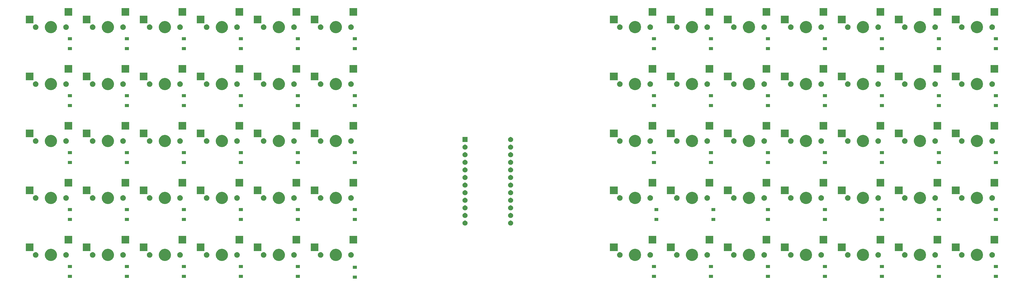
<source format=gbs>
G04 #@! TF.GenerationSoftware,KiCad,Pcbnew,(5.1.4)-1*
G04 #@! TF.CreationDate,2021-12-20T20:52:28+07:00*
G04 #@! TF.ProjectId,Eihi5x13,45696869-3578-4313-932e-6b696361645f,rev?*
G04 #@! TF.SameCoordinates,Original*
G04 #@! TF.FileFunction,Soldermask,Bot*
G04 #@! TF.FilePolarity,Negative*
%FSLAX46Y46*%
G04 Gerber Fmt 4.6, Leading zero omitted, Abs format (unit mm)*
G04 Created by KiCad (PCBNEW (5.1.4)-1) date 2021-12-20 20:52:28*
%MOMM*%
%LPD*%
G04 APERTURE LIST*
%ADD10C,1.000000*%
G04 APERTURE END LIST*
D10*
G36*
X130826000Y-147661250D02*
G01*
X129524000Y-147661250D01*
X129524000Y-146659250D01*
X130826000Y-146659250D01*
X130826000Y-147661250D01*
X130826000Y-147661250D01*
G37*
G36*
X345138500Y-147407250D02*
G01*
X343836500Y-147407250D01*
X343836500Y-146405250D01*
X345138500Y-146405250D01*
X345138500Y-147407250D01*
X345138500Y-147407250D01*
G37*
G36*
X326088500Y-147407250D02*
G01*
X324786500Y-147407250D01*
X324786500Y-146405250D01*
X326088500Y-146405250D01*
X326088500Y-147407250D01*
X326088500Y-147407250D01*
G37*
G36*
X307038500Y-147407250D02*
G01*
X305736500Y-147407250D01*
X305736500Y-146405250D01*
X307038500Y-146405250D01*
X307038500Y-147407250D01*
X307038500Y-147407250D01*
G37*
G36*
X35576000Y-147407250D02*
G01*
X34274000Y-147407250D01*
X34274000Y-146405250D01*
X35576000Y-146405250D01*
X35576000Y-147407250D01*
X35576000Y-147407250D01*
G37*
G36*
X287988500Y-147407250D02*
G01*
X286686500Y-147407250D01*
X286686500Y-146405250D01*
X287988500Y-146405250D01*
X287988500Y-147407250D01*
X287988500Y-147407250D01*
G37*
G36*
X268938500Y-147407250D02*
G01*
X267636500Y-147407250D01*
X267636500Y-146405250D01*
X268938500Y-146405250D01*
X268938500Y-147407250D01*
X268938500Y-147407250D01*
G37*
G36*
X249888500Y-147407250D02*
G01*
X248586500Y-147407250D01*
X248586500Y-146405250D01*
X249888500Y-146405250D01*
X249888500Y-147407250D01*
X249888500Y-147407250D01*
G37*
G36*
X230838500Y-147407250D02*
G01*
X229536500Y-147407250D01*
X229536500Y-146405250D01*
X230838500Y-146405250D01*
X230838500Y-147407250D01*
X230838500Y-147407250D01*
G37*
G36*
X111776000Y-147407250D02*
G01*
X110474000Y-147407250D01*
X110474000Y-146405250D01*
X111776000Y-146405250D01*
X111776000Y-147407250D01*
X111776000Y-147407250D01*
G37*
G36*
X73676000Y-147407250D02*
G01*
X72374000Y-147407250D01*
X72374000Y-146405250D01*
X73676000Y-146405250D01*
X73676000Y-147407250D01*
X73676000Y-147407250D01*
G37*
G36*
X54626000Y-147407250D02*
G01*
X53324000Y-147407250D01*
X53324000Y-146405250D01*
X54626000Y-146405250D01*
X54626000Y-147407250D01*
X54626000Y-147407250D01*
G37*
G36*
X92726000Y-147407249D02*
G01*
X91424000Y-147407249D01*
X91424000Y-146405249D01*
X92726000Y-146405249D01*
X92726000Y-147407249D01*
X92726000Y-147407249D01*
G37*
G36*
X130826000Y-144361250D02*
G01*
X129524000Y-144361250D01*
X129524000Y-143359250D01*
X130826000Y-143359250D01*
X130826000Y-144361250D01*
X130826000Y-144361250D01*
G37*
G36*
X268938500Y-144107250D02*
G01*
X267636500Y-144107250D01*
X267636500Y-143105250D01*
X268938500Y-143105250D01*
X268938500Y-144107250D01*
X268938500Y-144107250D01*
G37*
G36*
X345138500Y-144107250D02*
G01*
X343836500Y-144107250D01*
X343836500Y-143105250D01*
X345138500Y-143105250D01*
X345138500Y-144107250D01*
X345138500Y-144107250D01*
G37*
G36*
X54626000Y-144107250D02*
G01*
X53324000Y-144107250D01*
X53324000Y-143105250D01*
X54626000Y-143105250D01*
X54626000Y-144107250D01*
X54626000Y-144107250D01*
G37*
G36*
X73676000Y-144107250D02*
G01*
X72374000Y-144107250D01*
X72374000Y-143105250D01*
X73676000Y-143105250D01*
X73676000Y-144107250D01*
X73676000Y-144107250D01*
G37*
G36*
X111776000Y-144107250D02*
G01*
X110474000Y-144107250D01*
X110474000Y-143105250D01*
X111776000Y-143105250D01*
X111776000Y-144107250D01*
X111776000Y-144107250D01*
G37*
G36*
X307038500Y-144107250D02*
G01*
X305736500Y-144107250D01*
X305736500Y-143105250D01*
X307038500Y-143105250D01*
X307038500Y-144107250D01*
X307038500Y-144107250D01*
G37*
G36*
X35576000Y-144107250D02*
G01*
X34274000Y-144107250D01*
X34274000Y-143105250D01*
X35576000Y-143105250D01*
X35576000Y-144107250D01*
X35576000Y-144107250D01*
G37*
G36*
X287988500Y-144107250D02*
G01*
X286686500Y-144107250D01*
X286686500Y-143105250D01*
X287988500Y-143105250D01*
X287988500Y-144107250D01*
X287988500Y-144107250D01*
G37*
G36*
X326088500Y-144107250D02*
G01*
X324786500Y-144107250D01*
X324786500Y-143105250D01*
X326088500Y-143105250D01*
X326088500Y-144107250D01*
X326088500Y-144107250D01*
G37*
G36*
X230838500Y-144107250D02*
G01*
X229536500Y-144107250D01*
X229536500Y-143105250D01*
X230838500Y-143105250D01*
X230838500Y-144107250D01*
X230838500Y-144107250D01*
G37*
G36*
X249888500Y-144107250D02*
G01*
X248586500Y-144107250D01*
X248586500Y-143105250D01*
X249888500Y-143105250D01*
X249888500Y-144107250D01*
X249888500Y-144107250D01*
G37*
G36*
X92726000Y-144107249D02*
G01*
X91424000Y-144107249D01*
X91424000Y-143105249D01*
X92726000Y-143105249D01*
X92726000Y-144107249D01*
X92726000Y-144107249D01*
G37*
G36*
X262533974Y-137733684D02*
G01*
X262751974Y-137823983D01*
X262906123Y-137887833D01*
X263241048Y-138111623D01*
X263525877Y-138396452D01*
X263749667Y-138731377D01*
X263782062Y-138809586D01*
X263903816Y-139103526D01*
X263982400Y-139498594D01*
X263982400Y-139901406D01*
X263903816Y-140296474D01*
X263852951Y-140419272D01*
X263749667Y-140668623D01*
X263525877Y-141003548D01*
X263241048Y-141288377D01*
X262906123Y-141512167D01*
X262751974Y-141576017D01*
X262533974Y-141666316D01*
X262138906Y-141744900D01*
X261736094Y-141744900D01*
X261341026Y-141666316D01*
X261123026Y-141576017D01*
X260968877Y-141512167D01*
X260633952Y-141288377D01*
X260349123Y-141003548D01*
X260125333Y-140668623D01*
X260022049Y-140419272D01*
X259971184Y-140296474D01*
X259892600Y-139901406D01*
X259892600Y-139498594D01*
X259971184Y-139103526D01*
X260092938Y-138809586D01*
X260125333Y-138731377D01*
X260349123Y-138396452D01*
X260633952Y-138111623D01*
X260968877Y-137887833D01*
X261123026Y-137823983D01*
X261341026Y-137733684D01*
X261736094Y-137655100D01*
X262138906Y-137655100D01*
X262533974Y-137733684D01*
X262533974Y-137733684D01*
G37*
G36*
X86321474Y-137733684D02*
G01*
X86539474Y-137823983D01*
X86693623Y-137887833D01*
X87028548Y-138111623D01*
X87313377Y-138396452D01*
X87537167Y-138731377D01*
X87569562Y-138809586D01*
X87691316Y-139103526D01*
X87769900Y-139498594D01*
X87769900Y-139901406D01*
X87691316Y-140296474D01*
X87640451Y-140419272D01*
X87537167Y-140668623D01*
X87313377Y-141003548D01*
X87028548Y-141288377D01*
X86693623Y-141512167D01*
X86539474Y-141576017D01*
X86321474Y-141666316D01*
X85926406Y-141744900D01*
X85523594Y-141744900D01*
X85128526Y-141666316D01*
X84910526Y-141576017D01*
X84756377Y-141512167D01*
X84421452Y-141288377D01*
X84136623Y-141003548D01*
X83912833Y-140668623D01*
X83809549Y-140419272D01*
X83758684Y-140296474D01*
X83680100Y-139901406D01*
X83680100Y-139498594D01*
X83758684Y-139103526D01*
X83880438Y-138809586D01*
X83912833Y-138731377D01*
X84136623Y-138396452D01*
X84421452Y-138111623D01*
X84756377Y-137887833D01*
X84910526Y-137823983D01*
X85128526Y-137733684D01*
X85523594Y-137655100D01*
X85926406Y-137655100D01*
X86321474Y-137733684D01*
X86321474Y-137733684D01*
G37*
G36*
X105371474Y-137733684D02*
G01*
X105589474Y-137823983D01*
X105743623Y-137887833D01*
X106078548Y-138111623D01*
X106363377Y-138396452D01*
X106587167Y-138731377D01*
X106619562Y-138809586D01*
X106741316Y-139103526D01*
X106819900Y-139498594D01*
X106819900Y-139901406D01*
X106741316Y-140296474D01*
X106690451Y-140419272D01*
X106587167Y-140668623D01*
X106363377Y-141003548D01*
X106078548Y-141288377D01*
X105743623Y-141512167D01*
X105589474Y-141576017D01*
X105371474Y-141666316D01*
X104976406Y-141744900D01*
X104573594Y-141744900D01*
X104178526Y-141666316D01*
X103960526Y-141576017D01*
X103806377Y-141512167D01*
X103471452Y-141288377D01*
X103186623Y-141003548D01*
X102962833Y-140668623D01*
X102859549Y-140419272D01*
X102808684Y-140296474D01*
X102730100Y-139901406D01*
X102730100Y-139498594D01*
X102808684Y-139103526D01*
X102930438Y-138809586D01*
X102962833Y-138731377D01*
X103186623Y-138396452D01*
X103471452Y-138111623D01*
X103806377Y-137887833D01*
X103960526Y-137823983D01*
X104178526Y-137733684D01*
X104573594Y-137655100D01*
X104976406Y-137655100D01*
X105371474Y-137733684D01*
X105371474Y-137733684D01*
G37*
G36*
X124421474Y-137733684D02*
G01*
X124639474Y-137823983D01*
X124793623Y-137887833D01*
X125128548Y-138111623D01*
X125413377Y-138396452D01*
X125637167Y-138731377D01*
X125669562Y-138809586D01*
X125791316Y-139103526D01*
X125869900Y-139498594D01*
X125869900Y-139901406D01*
X125791316Y-140296474D01*
X125740451Y-140419272D01*
X125637167Y-140668623D01*
X125413377Y-141003548D01*
X125128548Y-141288377D01*
X124793623Y-141512167D01*
X124639474Y-141576017D01*
X124421474Y-141666316D01*
X124026406Y-141744900D01*
X123623594Y-141744900D01*
X123228526Y-141666316D01*
X123010526Y-141576017D01*
X122856377Y-141512167D01*
X122521452Y-141288377D01*
X122236623Y-141003548D01*
X122012833Y-140668623D01*
X121909549Y-140419272D01*
X121858684Y-140296474D01*
X121780100Y-139901406D01*
X121780100Y-139498594D01*
X121858684Y-139103526D01*
X121980438Y-138809586D01*
X122012833Y-138731377D01*
X122236623Y-138396452D01*
X122521452Y-138111623D01*
X122856377Y-137887833D01*
X123010526Y-137823983D01*
X123228526Y-137733684D01*
X123623594Y-137655100D01*
X124026406Y-137655100D01*
X124421474Y-137733684D01*
X124421474Y-137733684D01*
G37*
G36*
X29171474Y-137733684D02*
G01*
X29389474Y-137823983D01*
X29543623Y-137887833D01*
X29878548Y-138111623D01*
X30163377Y-138396452D01*
X30387167Y-138731377D01*
X30419562Y-138809586D01*
X30541316Y-139103526D01*
X30619900Y-139498594D01*
X30619900Y-139901406D01*
X30541316Y-140296474D01*
X30490451Y-140419272D01*
X30387167Y-140668623D01*
X30163377Y-141003548D01*
X29878548Y-141288377D01*
X29543623Y-141512167D01*
X29389474Y-141576017D01*
X29171474Y-141666316D01*
X28776406Y-141744900D01*
X28373594Y-141744900D01*
X27978526Y-141666316D01*
X27760526Y-141576017D01*
X27606377Y-141512167D01*
X27271452Y-141288377D01*
X26986623Y-141003548D01*
X26762833Y-140668623D01*
X26659549Y-140419272D01*
X26608684Y-140296474D01*
X26530100Y-139901406D01*
X26530100Y-139498594D01*
X26608684Y-139103526D01*
X26730438Y-138809586D01*
X26762833Y-138731377D01*
X26986623Y-138396452D01*
X27271452Y-138111623D01*
X27606377Y-137887833D01*
X27760526Y-137823983D01*
X27978526Y-137733684D01*
X28373594Y-137655100D01*
X28776406Y-137655100D01*
X29171474Y-137733684D01*
X29171474Y-137733684D01*
G37*
G36*
X67271474Y-137733684D02*
G01*
X67489474Y-137823983D01*
X67643623Y-137887833D01*
X67978548Y-138111623D01*
X68263377Y-138396452D01*
X68487167Y-138731377D01*
X68519562Y-138809586D01*
X68641316Y-139103526D01*
X68719900Y-139498594D01*
X68719900Y-139901406D01*
X68641316Y-140296474D01*
X68590451Y-140419272D01*
X68487167Y-140668623D01*
X68263377Y-141003548D01*
X67978548Y-141288377D01*
X67643623Y-141512167D01*
X67489474Y-141576017D01*
X67271474Y-141666316D01*
X66876406Y-141744900D01*
X66473594Y-141744900D01*
X66078526Y-141666316D01*
X65860526Y-141576017D01*
X65706377Y-141512167D01*
X65371452Y-141288377D01*
X65086623Y-141003548D01*
X64862833Y-140668623D01*
X64759549Y-140419272D01*
X64708684Y-140296474D01*
X64630100Y-139901406D01*
X64630100Y-139498594D01*
X64708684Y-139103526D01*
X64830438Y-138809586D01*
X64862833Y-138731377D01*
X65086623Y-138396452D01*
X65371452Y-138111623D01*
X65706377Y-137887833D01*
X65860526Y-137823983D01*
X66078526Y-137733684D01*
X66473594Y-137655100D01*
X66876406Y-137655100D01*
X67271474Y-137733684D01*
X67271474Y-137733684D01*
G37*
G36*
X48221474Y-137733684D02*
G01*
X48439474Y-137823983D01*
X48593623Y-137887833D01*
X48928548Y-138111623D01*
X49213377Y-138396452D01*
X49437167Y-138731377D01*
X49469562Y-138809586D01*
X49591316Y-139103526D01*
X49669900Y-139498594D01*
X49669900Y-139901406D01*
X49591316Y-140296474D01*
X49540451Y-140419272D01*
X49437167Y-140668623D01*
X49213377Y-141003548D01*
X48928548Y-141288377D01*
X48593623Y-141512167D01*
X48439474Y-141576017D01*
X48221474Y-141666316D01*
X47826406Y-141744900D01*
X47423594Y-141744900D01*
X47028526Y-141666316D01*
X46810526Y-141576017D01*
X46656377Y-141512167D01*
X46321452Y-141288377D01*
X46036623Y-141003548D01*
X45812833Y-140668623D01*
X45709549Y-140419272D01*
X45658684Y-140296474D01*
X45580100Y-139901406D01*
X45580100Y-139498594D01*
X45658684Y-139103526D01*
X45780438Y-138809586D01*
X45812833Y-138731377D01*
X46036623Y-138396452D01*
X46321452Y-138111623D01*
X46656377Y-137887833D01*
X46810526Y-137823983D01*
X47028526Y-137733684D01*
X47423594Y-137655100D01*
X47826406Y-137655100D01*
X48221474Y-137733684D01*
X48221474Y-137733684D01*
G37*
G36*
X281583974Y-137733684D02*
G01*
X281801974Y-137823983D01*
X281956123Y-137887833D01*
X282291048Y-138111623D01*
X282575877Y-138396452D01*
X282799667Y-138731377D01*
X282832062Y-138809586D01*
X282953816Y-139103526D01*
X283032400Y-139498594D01*
X283032400Y-139901406D01*
X282953816Y-140296474D01*
X282902951Y-140419272D01*
X282799667Y-140668623D01*
X282575877Y-141003548D01*
X282291048Y-141288377D01*
X281956123Y-141512167D01*
X281801974Y-141576017D01*
X281583974Y-141666316D01*
X281188906Y-141744900D01*
X280786094Y-141744900D01*
X280391026Y-141666316D01*
X280173026Y-141576017D01*
X280018877Y-141512167D01*
X279683952Y-141288377D01*
X279399123Y-141003548D01*
X279175333Y-140668623D01*
X279072049Y-140419272D01*
X279021184Y-140296474D01*
X278942600Y-139901406D01*
X278942600Y-139498594D01*
X279021184Y-139103526D01*
X279142938Y-138809586D01*
X279175333Y-138731377D01*
X279399123Y-138396452D01*
X279683952Y-138111623D01*
X280018877Y-137887833D01*
X280173026Y-137823983D01*
X280391026Y-137733684D01*
X280786094Y-137655100D01*
X281188906Y-137655100D01*
X281583974Y-137733684D01*
X281583974Y-137733684D01*
G37*
G36*
X300633974Y-137733684D02*
G01*
X300851974Y-137823983D01*
X301006123Y-137887833D01*
X301341048Y-138111623D01*
X301625877Y-138396452D01*
X301849667Y-138731377D01*
X301882062Y-138809586D01*
X302003816Y-139103526D01*
X302082400Y-139498594D01*
X302082400Y-139901406D01*
X302003816Y-140296474D01*
X301952951Y-140419272D01*
X301849667Y-140668623D01*
X301625877Y-141003548D01*
X301341048Y-141288377D01*
X301006123Y-141512167D01*
X300851974Y-141576017D01*
X300633974Y-141666316D01*
X300238906Y-141744900D01*
X299836094Y-141744900D01*
X299441026Y-141666316D01*
X299223026Y-141576017D01*
X299068877Y-141512167D01*
X298733952Y-141288377D01*
X298449123Y-141003548D01*
X298225333Y-140668623D01*
X298122049Y-140419272D01*
X298071184Y-140296474D01*
X297992600Y-139901406D01*
X297992600Y-139498594D01*
X298071184Y-139103526D01*
X298192938Y-138809586D01*
X298225333Y-138731377D01*
X298449123Y-138396452D01*
X298733952Y-138111623D01*
X299068877Y-137887833D01*
X299223026Y-137823983D01*
X299441026Y-137733684D01*
X299836094Y-137655100D01*
X300238906Y-137655100D01*
X300633974Y-137733684D01*
X300633974Y-137733684D01*
G37*
G36*
X319683974Y-137733684D02*
G01*
X319901974Y-137823983D01*
X320056123Y-137887833D01*
X320391048Y-138111623D01*
X320675877Y-138396452D01*
X320899667Y-138731377D01*
X320932062Y-138809586D01*
X321053816Y-139103526D01*
X321132400Y-139498594D01*
X321132400Y-139901406D01*
X321053816Y-140296474D01*
X321002951Y-140419272D01*
X320899667Y-140668623D01*
X320675877Y-141003548D01*
X320391048Y-141288377D01*
X320056123Y-141512167D01*
X319901974Y-141576017D01*
X319683974Y-141666316D01*
X319288906Y-141744900D01*
X318886094Y-141744900D01*
X318491026Y-141666316D01*
X318273026Y-141576017D01*
X318118877Y-141512167D01*
X317783952Y-141288377D01*
X317499123Y-141003548D01*
X317275333Y-140668623D01*
X317172049Y-140419272D01*
X317121184Y-140296474D01*
X317042600Y-139901406D01*
X317042600Y-139498594D01*
X317121184Y-139103526D01*
X317242938Y-138809586D01*
X317275333Y-138731377D01*
X317499123Y-138396452D01*
X317783952Y-138111623D01*
X318118877Y-137887833D01*
X318273026Y-137823983D01*
X318491026Y-137733684D01*
X318886094Y-137655100D01*
X319288906Y-137655100D01*
X319683974Y-137733684D01*
X319683974Y-137733684D01*
G37*
G36*
X338733974Y-137733684D02*
G01*
X338951974Y-137823983D01*
X339106123Y-137887833D01*
X339441048Y-138111623D01*
X339725877Y-138396452D01*
X339949667Y-138731377D01*
X339982062Y-138809586D01*
X340103816Y-139103526D01*
X340182400Y-139498594D01*
X340182400Y-139901406D01*
X340103816Y-140296474D01*
X340052951Y-140419272D01*
X339949667Y-140668623D01*
X339725877Y-141003548D01*
X339441048Y-141288377D01*
X339106123Y-141512167D01*
X338951974Y-141576017D01*
X338733974Y-141666316D01*
X338338906Y-141744900D01*
X337936094Y-141744900D01*
X337541026Y-141666316D01*
X337323026Y-141576017D01*
X337168877Y-141512167D01*
X336833952Y-141288377D01*
X336549123Y-141003548D01*
X336325333Y-140668623D01*
X336222049Y-140419272D01*
X336171184Y-140296474D01*
X336092600Y-139901406D01*
X336092600Y-139498594D01*
X336171184Y-139103526D01*
X336292938Y-138809586D01*
X336325333Y-138731377D01*
X336549123Y-138396452D01*
X336833952Y-138111623D01*
X337168877Y-137887833D01*
X337323026Y-137823983D01*
X337541026Y-137733684D01*
X337936094Y-137655100D01*
X338338906Y-137655100D01*
X338733974Y-137733684D01*
X338733974Y-137733684D01*
G37*
G36*
X243483974Y-137733684D02*
G01*
X243701974Y-137823983D01*
X243856123Y-137887833D01*
X244191048Y-138111623D01*
X244475877Y-138396452D01*
X244699667Y-138731377D01*
X244732062Y-138809586D01*
X244853816Y-139103526D01*
X244932400Y-139498594D01*
X244932400Y-139901406D01*
X244853816Y-140296474D01*
X244802951Y-140419272D01*
X244699667Y-140668623D01*
X244475877Y-141003548D01*
X244191048Y-141288377D01*
X243856123Y-141512167D01*
X243701974Y-141576017D01*
X243483974Y-141666316D01*
X243088906Y-141744900D01*
X242686094Y-141744900D01*
X242291026Y-141666316D01*
X242073026Y-141576017D01*
X241918877Y-141512167D01*
X241583952Y-141288377D01*
X241299123Y-141003548D01*
X241075333Y-140668623D01*
X240972049Y-140419272D01*
X240921184Y-140296474D01*
X240842600Y-139901406D01*
X240842600Y-139498594D01*
X240921184Y-139103526D01*
X241042938Y-138809586D01*
X241075333Y-138731377D01*
X241299123Y-138396452D01*
X241583952Y-138111623D01*
X241918877Y-137887833D01*
X242073026Y-137823983D01*
X242291026Y-137733684D01*
X242686094Y-137655100D01*
X243088906Y-137655100D01*
X243483974Y-137733684D01*
X243483974Y-137733684D01*
G37*
G36*
X224433974Y-137733684D02*
G01*
X224651974Y-137823983D01*
X224806123Y-137887833D01*
X225141048Y-138111623D01*
X225425877Y-138396452D01*
X225649667Y-138731377D01*
X225682062Y-138809586D01*
X225803816Y-139103526D01*
X225882400Y-139498594D01*
X225882400Y-139901406D01*
X225803816Y-140296474D01*
X225752951Y-140419272D01*
X225649667Y-140668623D01*
X225425877Y-141003548D01*
X225141048Y-141288377D01*
X224806123Y-141512167D01*
X224651974Y-141576017D01*
X224433974Y-141666316D01*
X224038906Y-141744900D01*
X223636094Y-141744900D01*
X223241026Y-141666316D01*
X223023026Y-141576017D01*
X222868877Y-141512167D01*
X222533952Y-141288377D01*
X222249123Y-141003548D01*
X222025333Y-140668623D01*
X221922049Y-140419272D01*
X221871184Y-140296474D01*
X221792600Y-139901406D01*
X221792600Y-139498594D01*
X221871184Y-139103526D01*
X221992938Y-138809586D01*
X222025333Y-138731377D01*
X222249123Y-138396452D01*
X222533952Y-138111623D01*
X222868877Y-137887833D01*
X223023026Y-137823983D01*
X223241026Y-137733684D01*
X223636094Y-137655100D01*
X224038906Y-137655100D01*
X224433974Y-137733684D01*
X224433974Y-137733684D01*
G37*
G36*
X91075104Y-138809585D02*
G01*
X91243626Y-138879389D01*
X91395291Y-138980728D01*
X91524272Y-139109709D01*
X91625611Y-139261374D01*
X91695415Y-139429896D01*
X91731000Y-139608797D01*
X91731000Y-139791203D01*
X91695415Y-139970104D01*
X91625611Y-140138626D01*
X91524272Y-140290291D01*
X91395291Y-140419272D01*
X91243626Y-140520611D01*
X91075104Y-140590415D01*
X90896203Y-140626000D01*
X90713797Y-140626000D01*
X90534896Y-140590415D01*
X90366374Y-140520611D01*
X90214709Y-140419272D01*
X90085728Y-140290291D01*
X89984389Y-140138626D01*
X89914585Y-139970104D01*
X89879000Y-139791203D01*
X89879000Y-139608797D01*
X89914585Y-139429896D01*
X89984389Y-139261374D01*
X90085728Y-139109709D01*
X90214709Y-138980728D01*
X90366374Y-138879389D01*
X90534896Y-138809585D01*
X90713797Y-138774000D01*
X90896203Y-138774000D01*
X91075104Y-138809585D01*
X91075104Y-138809585D01*
G37*
G36*
X80915104Y-138809585D02*
G01*
X81083626Y-138879389D01*
X81235291Y-138980728D01*
X81364272Y-139109709D01*
X81465611Y-139261374D01*
X81535415Y-139429896D01*
X81571000Y-139608797D01*
X81571000Y-139791203D01*
X81535415Y-139970104D01*
X81465611Y-140138626D01*
X81364272Y-140290291D01*
X81235291Y-140419272D01*
X81083626Y-140520611D01*
X80915104Y-140590415D01*
X80736203Y-140626000D01*
X80553797Y-140626000D01*
X80374896Y-140590415D01*
X80206374Y-140520611D01*
X80054709Y-140419272D01*
X79925728Y-140290291D01*
X79824389Y-140138626D01*
X79754585Y-139970104D01*
X79719000Y-139791203D01*
X79719000Y-139608797D01*
X79754585Y-139429896D01*
X79824389Y-139261374D01*
X79925728Y-139109709D01*
X80054709Y-138980728D01*
X80206374Y-138879389D01*
X80374896Y-138809585D01*
X80553797Y-138774000D01*
X80736203Y-138774000D01*
X80915104Y-138809585D01*
X80915104Y-138809585D01*
G37*
G36*
X72025104Y-138809585D02*
G01*
X72193626Y-138879389D01*
X72345291Y-138980728D01*
X72474272Y-139109709D01*
X72575611Y-139261374D01*
X72645415Y-139429896D01*
X72681000Y-139608797D01*
X72681000Y-139791203D01*
X72645415Y-139970104D01*
X72575611Y-140138626D01*
X72474272Y-140290291D01*
X72345291Y-140419272D01*
X72193626Y-140520611D01*
X72025104Y-140590415D01*
X71846203Y-140626000D01*
X71663797Y-140626000D01*
X71484896Y-140590415D01*
X71316374Y-140520611D01*
X71164709Y-140419272D01*
X71035728Y-140290291D01*
X70934389Y-140138626D01*
X70864585Y-139970104D01*
X70829000Y-139791203D01*
X70829000Y-139608797D01*
X70864585Y-139429896D01*
X70934389Y-139261374D01*
X71035728Y-139109709D01*
X71164709Y-138980728D01*
X71316374Y-138879389D01*
X71484896Y-138809585D01*
X71663797Y-138774000D01*
X71846203Y-138774000D01*
X72025104Y-138809585D01*
X72025104Y-138809585D01*
G37*
G36*
X61865104Y-138809585D02*
G01*
X62033626Y-138879389D01*
X62185291Y-138980728D01*
X62314272Y-139109709D01*
X62415611Y-139261374D01*
X62485415Y-139429896D01*
X62521000Y-139608797D01*
X62521000Y-139791203D01*
X62485415Y-139970104D01*
X62415611Y-140138626D01*
X62314272Y-140290291D01*
X62185291Y-140419272D01*
X62033626Y-140520611D01*
X61865104Y-140590415D01*
X61686203Y-140626000D01*
X61503797Y-140626000D01*
X61324896Y-140590415D01*
X61156374Y-140520611D01*
X61004709Y-140419272D01*
X60875728Y-140290291D01*
X60774389Y-140138626D01*
X60704585Y-139970104D01*
X60669000Y-139791203D01*
X60669000Y-139608797D01*
X60704585Y-139429896D01*
X60774389Y-139261374D01*
X60875728Y-139109709D01*
X61004709Y-138980728D01*
X61156374Y-138879389D01*
X61324896Y-138809585D01*
X61503797Y-138774000D01*
X61686203Y-138774000D01*
X61865104Y-138809585D01*
X61865104Y-138809585D01*
G37*
G36*
X286337604Y-138809585D02*
G01*
X286506126Y-138879389D01*
X286657791Y-138980728D01*
X286786772Y-139109709D01*
X286888111Y-139261374D01*
X286957915Y-139429896D01*
X286993500Y-139608797D01*
X286993500Y-139791203D01*
X286957915Y-139970104D01*
X286888111Y-140138626D01*
X286786772Y-140290291D01*
X286657791Y-140419272D01*
X286506126Y-140520611D01*
X286337604Y-140590415D01*
X286158703Y-140626000D01*
X285976297Y-140626000D01*
X285797396Y-140590415D01*
X285628874Y-140520611D01*
X285477209Y-140419272D01*
X285348228Y-140290291D01*
X285246889Y-140138626D01*
X285177085Y-139970104D01*
X285141500Y-139791203D01*
X285141500Y-139608797D01*
X285177085Y-139429896D01*
X285246889Y-139261374D01*
X285348228Y-139109709D01*
X285477209Y-138980728D01*
X285628874Y-138879389D01*
X285797396Y-138809585D01*
X285976297Y-138774000D01*
X286158703Y-138774000D01*
X286337604Y-138809585D01*
X286337604Y-138809585D01*
G37*
G36*
X23765104Y-138809585D02*
G01*
X23933626Y-138879389D01*
X24085291Y-138980728D01*
X24214272Y-139109709D01*
X24315611Y-139261374D01*
X24385415Y-139429896D01*
X24421000Y-139608797D01*
X24421000Y-139791203D01*
X24385415Y-139970104D01*
X24315611Y-140138626D01*
X24214272Y-140290291D01*
X24085291Y-140419272D01*
X23933626Y-140520611D01*
X23765104Y-140590415D01*
X23586203Y-140626000D01*
X23403797Y-140626000D01*
X23224896Y-140590415D01*
X23056374Y-140520611D01*
X22904709Y-140419272D01*
X22775728Y-140290291D01*
X22674389Y-140138626D01*
X22604585Y-139970104D01*
X22569000Y-139791203D01*
X22569000Y-139608797D01*
X22604585Y-139429896D01*
X22674389Y-139261374D01*
X22775728Y-139109709D01*
X22904709Y-138980728D01*
X23056374Y-138879389D01*
X23224896Y-138809585D01*
X23403797Y-138774000D01*
X23586203Y-138774000D01*
X23765104Y-138809585D01*
X23765104Y-138809585D01*
G37*
G36*
X343487604Y-138809585D02*
G01*
X343656126Y-138879389D01*
X343807791Y-138980728D01*
X343936772Y-139109709D01*
X344038111Y-139261374D01*
X344107915Y-139429896D01*
X344143500Y-139608797D01*
X344143500Y-139791203D01*
X344107915Y-139970104D01*
X344038111Y-140138626D01*
X343936772Y-140290291D01*
X343807791Y-140419272D01*
X343656126Y-140520611D01*
X343487604Y-140590415D01*
X343308703Y-140626000D01*
X343126297Y-140626000D01*
X342947396Y-140590415D01*
X342778874Y-140520611D01*
X342627209Y-140419272D01*
X342498228Y-140290291D01*
X342396889Y-140138626D01*
X342327085Y-139970104D01*
X342291500Y-139791203D01*
X342291500Y-139608797D01*
X342327085Y-139429896D01*
X342396889Y-139261374D01*
X342498228Y-139109709D01*
X342627209Y-138980728D01*
X342778874Y-138879389D01*
X342947396Y-138809585D01*
X343126297Y-138774000D01*
X343308703Y-138774000D01*
X343487604Y-138809585D01*
X343487604Y-138809585D01*
G37*
G36*
X324437604Y-138809585D02*
G01*
X324606126Y-138879389D01*
X324757791Y-138980728D01*
X324886772Y-139109709D01*
X324988111Y-139261374D01*
X325057915Y-139429896D01*
X325093500Y-139608797D01*
X325093500Y-139791203D01*
X325057915Y-139970104D01*
X324988111Y-140138626D01*
X324886772Y-140290291D01*
X324757791Y-140419272D01*
X324606126Y-140520611D01*
X324437604Y-140590415D01*
X324258703Y-140626000D01*
X324076297Y-140626000D01*
X323897396Y-140590415D01*
X323728874Y-140520611D01*
X323577209Y-140419272D01*
X323448228Y-140290291D01*
X323346889Y-140138626D01*
X323277085Y-139970104D01*
X323241500Y-139791203D01*
X323241500Y-139608797D01*
X323277085Y-139429896D01*
X323346889Y-139261374D01*
X323448228Y-139109709D01*
X323577209Y-138980728D01*
X323728874Y-138879389D01*
X323897396Y-138809585D01*
X324076297Y-138774000D01*
X324258703Y-138774000D01*
X324437604Y-138809585D01*
X324437604Y-138809585D01*
G37*
G36*
X33925104Y-138809585D02*
G01*
X34093626Y-138879389D01*
X34245291Y-138980728D01*
X34374272Y-139109709D01*
X34475611Y-139261374D01*
X34545415Y-139429896D01*
X34581000Y-139608797D01*
X34581000Y-139791203D01*
X34545415Y-139970104D01*
X34475611Y-140138626D01*
X34374272Y-140290291D01*
X34245291Y-140419272D01*
X34093626Y-140520611D01*
X33925104Y-140590415D01*
X33746203Y-140626000D01*
X33563797Y-140626000D01*
X33384896Y-140590415D01*
X33216374Y-140520611D01*
X33064709Y-140419272D01*
X32935728Y-140290291D01*
X32834389Y-140138626D01*
X32764585Y-139970104D01*
X32729000Y-139791203D01*
X32729000Y-139608797D01*
X32764585Y-139429896D01*
X32834389Y-139261374D01*
X32935728Y-139109709D01*
X33064709Y-138980728D01*
X33216374Y-138879389D01*
X33384896Y-138809585D01*
X33563797Y-138774000D01*
X33746203Y-138774000D01*
X33925104Y-138809585D01*
X33925104Y-138809585D01*
G37*
G36*
X314277604Y-138809585D02*
G01*
X314446126Y-138879389D01*
X314597791Y-138980728D01*
X314726772Y-139109709D01*
X314828111Y-139261374D01*
X314897915Y-139429896D01*
X314933500Y-139608797D01*
X314933500Y-139791203D01*
X314897915Y-139970104D01*
X314828111Y-140138626D01*
X314726772Y-140290291D01*
X314597791Y-140419272D01*
X314446126Y-140520611D01*
X314277604Y-140590415D01*
X314098703Y-140626000D01*
X313916297Y-140626000D01*
X313737396Y-140590415D01*
X313568874Y-140520611D01*
X313417209Y-140419272D01*
X313288228Y-140290291D01*
X313186889Y-140138626D01*
X313117085Y-139970104D01*
X313081500Y-139791203D01*
X313081500Y-139608797D01*
X313117085Y-139429896D01*
X313186889Y-139261374D01*
X313288228Y-139109709D01*
X313417209Y-138980728D01*
X313568874Y-138879389D01*
X313737396Y-138809585D01*
X313916297Y-138774000D01*
X314098703Y-138774000D01*
X314277604Y-138809585D01*
X314277604Y-138809585D01*
G37*
G36*
X42815104Y-138809585D02*
G01*
X42983626Y-138879389D01*
X43135291Y-138980728D01*
X43264272Y-139109709D01*
X43365611Y-139261374D01*
X43435415Y-139429896D01*
X43471000Y-139608797D01*
X43471000Y-139791203D01*
X43435415Y-139970104D01*
X43365611Y-140138626D01*
X43264272Y-140290291D01*
X43135291Y-140419272D01*
X42983626Y-140520611D01*
X42815104Y-140590415D01*
X42636203Y-140626000D01*
X42453797Y-140626000D01*
X42274896Y-140590415D01*
X42106374Y-140520611D01*
X41954709Y-140419272D01*
X41825728Y-140290291D01*
X41724389Y-140138626D01*
X41654585Y-139970104D01*
X41619000Y-139791203D01*
X41619000Y-139608797D01*
X41654585Y-139429896D01*
X41724389Y-139261374D01*
X41825728Y-139109709D01*
X41954709Y-138980728D01*
X42106374Y-138879389D01*
X42274896Y-138809585D01*
X42453797Y-138774000D01*
X42636203Y-138774000D01*
X42815104Y-138809585D01*
X42815104Y-138809585D01*
G37*
G36*
X295227604Y-138809585D02*
G01*
X295396126Y-138879389D01*
X295547791Y-138980728D01*
X295676772Y-139109709D01*
X295778111Y-139261374D01*
X295847915Y-139429896D01*
X295883500Y-139608797D01*
X295883500Y-139791203D01*
X295847915Y-139970104D01*
X295778111Y-140138626D01*
X295676772Y-140290291D01*
X295547791Y-140419272D01*
X295396126Y-140520611D01*
X295227604Y-140590415D01*
X295048703Y-140626000D01*
X294866297Y-140626000D01*
X294687396Y-140590415D01*
X294518874Y-140520611D01*
X294367209Y-140419272D01*
X294238228Y-140290291D01*
X294136889Y-140138626D01*
X294067085Y-139970104D01*
X294031500Y-139791203D01*
X294031500Y-139608797D01*
X294067085Y-139429896D01*
X294136889Y-139261374D01*
X294238228Y-139109709D01*
X294367209Y-138980728D01*
X294518874Y-138879389D01*
X294687396Y-138809585D01*
X294866297Y-138774000D01*
X295048703Y-138774000D01*
X295227604Y-138809585D01*
X295227604Y-138809585D01*
G37*
G36*
X52975104Y-138809585D02*
G01*
X53143626Y-138879389D01*
X53295291Y-138980728D01*
X53424272Y-139109709D01*
X53525611Y-139261374D01*
X53595415Y-139429896D01*
X53631000Y-139608797D01*
X53631000Y-139791203D01*
X53595415Y-139970104D01*
X53525611Y-140138626D01*
X53424272Y-140290291D01*
X53295291Y-140419272D01*
X53143626Y-140520611D01*
X52975104Y-140590415D01*
X52796203Y-140626000D01*
X52613797Y-140626000D01*
X52434896Y-140590415D01*
X52266374Y-140520611D01*
X52114709Y-140419272D01*
X51985728Y-140290291D01*
X51884389Y-140138626D01*
X51814585Y-139970104D01*
X51779000Y-139791203D01*
X51779000Y-139608797D01*
X51814585Y-139429896D01*
X51884389Y-139261374D01*
X51985728Y-139109709D01*
X52114709Y-138980728D01*
X52266374Y-138879389D01*
X52434896Y-138809585D01*
X52613797Y-138774000D01*
X52796203Y-138774000D01*
X52975104Y-138809585D01*
X52975104Y-138809585D01*
G37*
G36*
X305387604Y-138809585D02*
G01*
X305556126Y-138879389D01*
X305707791Y-138980728D01*
X305836772Y-139109709D01*
X305938111Y-139261374D01*
X306007915Y-139429896D01*
X306043500Y-139608797D01*
X306043500Y-139791203D01*
X306007915Y-139970104D01*
X305938111Y-140138626D01*
X305836772Y-140290291D01*
X305707791Y-140419272D01*
X305556126Y-140520611D01*
X305387604Y-140590415D01*
X305208703Y-140626000D01*
X305026297Y-140626000D01*
X304847396Y-140590415D01*
X304678874Y-140520611D01*
X304527209Y-140419272D01*
X304398228Y-140290291D01*
X304296889Y-140138626D01*
X304227085Y-139970104D01*
X304191500Y-139791203D01*
X304191500Y-139608797D01*
X304227085Y-139429896D01*
X304296889Y-139261374D01*
X304398228Y-139109709D01*
X304527209Y-138980728D01*
X304678874Y-138879389D01*
X304847396Y-138809585D01*
X305026297Y-138774000D01*
X305208703Y-138774000D01*
X305387604Y-138809585D01*
X305387604Y-138809585D01*
G37*
G36*
X99965104Y-138809585D02*
G01*
X100133626Y-138879389D01*
X100285291Y-138980728D01*
X100414272Y-139109709D01*
X100515611Y-139261374D01*
X100585415Y-139429896D01*
X100621000Y-139608797D01*
X100621000Y-139791203D01*
X100585415Y-139970104D01*
X100515611Y-140138626D01*
X100414272Y-140290291D01*
X100285291Y-140419272D01*
X100133626Y-140520611D01*
X99965104Y-140590415D01*
X99786203Y-140626000D01*
X99603797Y-140626000D01*
X99424896Y-140590415D01*
X99256374Y-140520611D01*
X99104709Y-140419272D01*
X98975728Y-140290291D01*
X98874389Y-140138626D01*
X98804585Y-139970104D01*
X98769000Y-139791203D01*
X98769000Y-139608797D01*
X98804585Y-139429896D01*
X98874389Y-139261374D01*
X98975728Y-139109709D01*
X99104709Y-138980728D01*
X99256374Y-138879389D01*
X99424896Y-138809585D01*
X99603797Y-138774000D01*
X99786203Y-138774000D01*
X99965104Y-138809585D01*
X99965104Y-138809585D01*
G37*
G36*
X248237604Y-138809585D02*
G01*
X248406126Y-138879389D01*
X248557791Y-138980728D01*
X248686772Y-139109709D01*
X248788111Y-139261374D01*
X248857915Y-139429896D01*
X248893500Y-139608797D01*
X248893500Y-139791203D01*
X248857915Y-139970104D01*
X248788111Y-140138626D01*
X248686772Y-140290291D01*
X248557791Y-140419272D01*
X248406126Y-140520611D01*
X248237604Y-140590415D01*
X248058703Y-140626000D01*
X247876297Y-140626000D01*
X247697396Y-140590415D01*
X247528874Y-140520611D01*
X247377209Y-140419272D01*
X247248228Y-140290291D01*
X247146889Y-140138626D01*
X247077085Y-139970104D01*
X247041500Y-139791203D01*
X247041500Y-139608797D01*
X247077085Y-139429896D01*
X247146889Y-139261374D01*
X247248228Y-139109709D01*
X247377209Y-138980728D01*
X247528874Y-138879389D01*
X247697396Y-138809585D01*
X247876297Y-138774000D01*
X248058703Y-138774000D01*
X248237604Y-138809585D01*
X248237604Y-138809585D01*
G37*
G36*
X276177604Y-138809585D02*
G01*
X276346126Y-138879389D01*
X276497791Y-138980728D01*
X276626772Y-139109709D01*
X276728111Y-139261374D01*
X276797915Y-139429896D01*
X276833500Y-139608797D01*
X276833500Y-139791203D01*
X276797915Y-139970104D01*
X276728111Y-140138626D01*
X276626772Y-140290291D01*
X276497791Y-140419272D01*
X276346126Y-140520611D01*
X276177604Y-140590415D01*
X275998703Y-140626000D01*
X275816297Y-140626000D01*
X275637396Y-140590415D01*
X275468874Y-140520611D01*
X275317209Y-140419272D01*
X275188228Y-140290291D01*
X275086889Y-140138626D01*
X275017085Y-139970104D01*
X274981500Y-139791203D01*
X274981500Y-139608797D01*
X275017085Y-139429896D01*
X275086889Y-139261374D01*
X275188228Y-139109709D01*
X275317209Y-138980728D01*
X275468874Y-138879389D01*
X275637396Y-138809585D01*
X275816297Y-138774000D01*
X275998703Y-138774000D01*
X276177604Y-138809585D01*
X276177604Y-138809585D01*
G37*
G36*
X229187604Y-138809585D02*
G01*
X229356126Y-138879389D01*
X229507791Y-138980728D01*
X229636772Y-139109709D01*
X229738111Y-139261374D01*
X229807915Y-139429896D01*
X229843500Y-139608797D01*
X229843500Y-139791203D01*
X229807915Y-139970104D01*
X229738111Y-140138626D01*
X229636772Y-140290291D01*
X229507791Y-140419272D01*
X229356126Y-140520611D01*
X229187604Y-140590415D01*
X229008703Y-140626000D01*
X228826297Y-140626000D01*
X228647396Y-140590415D01*
X228478874Y-140520611D01*
X228327209Y-140419272D01*
X228198228Y-140290291D01*
X228096889Y-140138626D01*
X228027085Y-139970104D01*
X227991500Y-139791203D01*
X227991500Y-139608797D01*
X228027085Y-139429896D01*
X228096889Y-139261374D01*
X228198228Y-139109709D01*
X228327209Y-138980728D01*
X228478874Y-138879389D01*
X228647396Y-138809585D01*
X228826297Y-138774000D01*
X229008703Y-138774000D01*
X229187604Y-138809585D01*
X229187604Y-138809585D01*
G37*
G36*
X257127604Y-138809585D02*
G01*
X257296126Y-138879389D01*
X257447791Y-138980728D01*
X257576772Y-139109709D01*
X257678111Y-139261374D01*
X257747915Y-139429896D01*
X257783500Y-139608797D01*
X257783500Y-139791203D01*
X257747915Y-139970104D01*
X257678111Y-140138626D01*
X257576772Y-140290291D01*
X257447791Y-140419272D01*
X257296126Y-140520611D01*
X257127604Y-140590415D01*
X256948703Y-140626000D01*
X256766297Y-140626000D01*
X256587396Y-140590415D01*
X256418874Y-140520611D01*
X256267209Y-140419272D01*
X256138228Y-140290291D01*
X256036889Y-140138626D01*
X255967085Y-139970104D01*
X255931500Y-139791203D01*
X255931500Y-139608797D01*
X255967085Y-139429896D01*
X256036889Y-139261374D01*
X256138228Y-139109709D01*
X256267209Y-138980728D01*
X256418874Y-138879389D01*
X256587396Y-138809585D01*
X256766297Y-138774000D01*
X256948703Y-138774000D01*
X257127604Y-138809585D01*
X257127604Y-138809585D01*
G37*
G36*
X219027604Y-138809585D02*
G01*
X219196126Y-138879389D01*
X219347791Y-138980728D01*
X219476772Y-139109709D01*
X219578111Y-139261374D01*
X219647915Y-139429896D01*
X219683500Y-139608797D01*
X219683500Y-139791203D01*
X219647915Y-139970104D01*
X219578111Y-140138626D01*
X219476772Y-140290291D01*
X219347791Y-140419272D01*
X219196126Y-140520611D01*
X219027604Y-140590415D01*
X218848703Y-140626000D01*
X218666297Y-140626000D01*
X218487396Y-140590415D01*
X218318874Y-140520611D01*
X218167209Y-140419272D01*
X218038228Y-140290291D01*
X217936889Y-140138626D01*
X217867085Y-139970104D01*
X217831500Y-139791203D01*
X217831500Y-139608797D01*
X217867085Y-139429896D01*
X217936889Y-139261374D01*
X218038228Y-139109709D01*
X218167209Y-138980728D01*
X218318874Y-138879389D01*
X218487396Y-138809585D01*
X218666297Y-138774000D01*
X218848703Y-138774000D01*
X219027604Y-138809585D01*
X219027604Y-138809585D01*
G37*
G36*
X129175104Y-138809585D02*
G01*
X129343626Y-138879389D01*
X129495291Y-138980728D01*
X129624272Y-139109709D01*
X129725611Y-139261374D01*
X129795415Y-139429896D01*
X129831000Y-139608797D01*
X129831000Y-139791203D01*
X129795415Y-139970104D01*
X129725611Y-140138626D01*
X129624272Y-140290291D01*
X129495291Y-140419272D01*
X129343626Y-140520611D01*
X129175104Y-140590415D01*
X128996203Y-140626000D01*
X128813797Y-140626000D01*
X128634896Y-140590415D01*
X128466374Y-140520611D01*
X128314709Y-140419272D01*
X128185728Y-140290291D01*
X128084389Y-140138626D01*
X128014585Y-139970104D01*
X127979000Y-139791203D01*
X127979000Y-139608797D01*
X128014585Y-139429896D01*
X128084389Y-139261374D01*
X128185728Y-139109709D01*
X128314709Y-138980728D01*
X128466374Y-138879389D01*
X128634896Y-138809585D01*
X128813797Y-138774000D01*
X128996203Y-138774000D01*
X129175104Y-138809585D01*
X129175104Y-138809585D01*
G37*
G36*
X119015104Y-138809585D02*
G01*
X119183626Y-138879389D01*
X119335291Y-138980728D01*
X119464272Y-139109709D01*
X119565611Y-139261374D01*
X119635415Y-139429896D01*
X119671000Y-139608797D01*
X119671000Y-139791203D01*
X119635415Y-139970104D01*
X119565611Y-140138626D01*
X119464272Y-140290291D01*
X119335291Y-140419272D01*
X119183626Y-140520611D01*
X119015104Y-140590415D01*
X118836203Y-140626000D01*
X118653797Y-140626000D01*
X118474896Y-140590415D01*
X118306374Y-140520611D01*
X118154709Y-140419272D01*
X118025728Y-140290291D01*
X117924389Y-140138626D01*
X117854585Y-139970104D01*
X117819000Y-139791203D01*
X117819000Y-139608797D01*
X117854585Y-139429896D01*
X117924389Y-139261374D01*
X118025728Y-139109709D01*
X118154709Y-138980728D01*
X118306374Y-138879389D01*
X118474896Y-138809585D01*
X118653797Y-138774000D01*
X118836203Y-138774000D01*
X119015104Y-138809585D01*
X119015104Y-138809585D01*
G37*
G36*
X238077604Y-138809585D02*
G01*
X238246126Y-138879389D01*
X238397791Y-138980728D01*
X238526772Y-139109709D01*
X238628111Y-139261374D01*
X238697915Y-139429896D01*
X238733500Y-139608797D01*
X238733500Y-139791203D01*
X238697915Y-139970104D01*
X238628111Y-140138626D01*
X238526772Y-140290291D01*
X238397791Y-140419272D01*
X238246126Y-140520611D01*
X238077604Y-140590415D01*
X237898703Y-140626000D01*
X237716297Y-140626000D01*
X237537396Y-140590415D01*
X237368874Y-140520611D01*
X237217209Y-140419272D01*
X237088228Y-140290291D01*
X236986889Y-140138626D01*
X236917085Y-139970104D01*
X236881500Y-139791203D01*
X236881500Y-139608797D01*
X236917085Y-139429896D01*
X236986889Y-139261374D01*
X237088228Y-139109709D01*
X237217209Y-138980728D01*
X237368874Y-138879389D01*
X237537396Y-138809585D01*
X237716297Y-138774000D01*
X237898703Y-138774000D01*
X238077604Y-138809585D01*
X238077604Y-138809585D01*
G37*
G36*
X110125104Y-138809585D02*
G01*
X110293626Y-138879389D01*
X110445291Y-138980728D01*
X110574272Y-139109709D01*
X110675611Y-139261374D01*
X110745415Y-139429896D01*
X110781000Y-139608797D01*
X110781000Y-139791203D01*
X110745415Y-139970104D01*
X110675611Y-140138626D01*
X110574272Y-140290291D01*
X110445291Y-140419272D01*
X110293626Y-140520611D01*
X110125104Y-140590415D01*
X109946203Y-140626000D01*
X109763797Y-140626000D01*
X109584896Y-140590415D01*
X109416374Y-140520611D01*
X109264709Y-140419272D01*
X109135728Y-140290291D01*
X109034389Y-140138626D01*
X108964585Y-139970104D01*
X108929000Y-139791203D01*
X108929000Y-139608797D01*
X108964585Y-139429896D01*
X109034389Y-139261374D01*
X109135728Y-139109709D01*
X109264709Y-138980728D01*
X109416374Y-138879389D01*
X109584896Y-138809585D01*
X109763797Y-138774000D01*
X109946203Y-138774000D01*
X110125104Y-138809585D01*
X110125104Y-138809585D01*
G37*
G36*
X267287604Y-138809585D02*
G01*
X267456126Y-138879389D01*
X267607791Y-138980728D01*
X267736772Y-139109709D01*
X267838111Y-139261374D01*
X267907915Y-139429896D01*
X267943500Y-139608797D01*
X267943500Y-139791203D01*
X267907915Y-139970104D01*
X267838111Y-140138626D01*
X267736772Y-140290291D01*
X267607791Y-140419272D01*
X267456126Y-140520611D01*
X267287604Y-140590415D01*
X267108703Y-140626000D01*
X266926297Y-140626000D01*
X266747396Y-140590415D01*
X266578874Y-140520611D01*
X266427209Y-140419272D01*
X266298228Y-140290291D01*
X266196889Y-140138626D01*
X266127085Y-139970104D01*
X266091500Y-139791203D01*
X266091500Y-139608797D01*
X266127085Y-139429896D01*
X266196889Y-139261374D01*
X266298228Y-139109709D01*
X266427209Y-138980728D01*
X266578874Y-138879389D01*
X266747396Y-138809585D01*
X266926297Y-138774000D01*
X267108703Y-138774000D01*
X267287604Y-138809585D01*
X267287604Y-138809585D01*
G37*
G36*
X333327604Y-138809585D02*
G01*
X333496126Y-138879389D01*
X333647791Y-138980728D01*
X333776772Y-139109709D01*
X333878111Y-139261374D01*
X333947915Y-139429896D01*
X333983500Y-139608797D01*
X333983500Y-139791203D01*
X333947915Y-139970104D01*
X333878111Y-140138626D01*
X333776772Y-140290291D01*
X333647791Y-140419272D01*
X333496126Y-140520611D01*
X333327604Y-140590415D01*
X333148703Y-140626000D01*
X332966297Y-140626000D01*
X332787396Y-140590415D01*
X332618874Y-140520611D01*
X332467209Y-140419272D01*
X332338228Y-140290291D01*
X332236889Y-140138626D01*
X332167085Y-139970104D01*
X332131500Y-139791203D01*
X332131500Y-139608797D01*
X332167085Y-139429896D01*
X332236889Y-139261374D01*
X332338228Y-139109709D01*
X332467209Y-138980728D01*
X332618874Y-138879389D01*
X332787396Y-138809585D01*
X332966297Y-138774000D01*
X333148703Y-138774000D01*
X333327604Y-138809585D01*
X333327604Y-138809585D01*
G37*
G36*
X237077500Y-138410000D02*
G01*
X234527500Y-138410000D01*
X234527500Y-135910000D01*
X237077500Y-135910000D01*
X237077500Y-138410000D01*
X237077500Y-138410000D01*
G37*
G36*
X256127500Y-138410000D02*
G01*
X253577500Y-138410000D01*
X253577500Y-135910000D01*
X256127500Y-135910000D01*
X256127500Y-138410000D01*
X256127500Y-138410000D01*
G37*
G36*
X294227500Y-138410000D02*
G01*
X291677500Y-138410000D01*
X291677500Y-135910000D01*
X294227500Y-135910000D01*
X294227500Y-138410000D01*
X294227500Y-138410000D01*
G37*
G36*
X275177500Y-138410000D02*
G01*
X272627500Y-138410000D01*
X272627500Y-135910000D01*
X275177500Y-135910000D01*
X275177500Y-138410000D01*
X275177500Y-138410000D01*
G37*
G36*
X79915000Y-138410000D02*
G01*
X77365000Y-138410000D01*
X77365000Y-135910000D01*
X79915000Y-135910000D01*
X79915000Y-138410000D01*
X79915000Y-138410000D01*
G37*
G36*
X98965000Y-138410000D02*
G01*
X96415000Y-138410000D01*
X96415000Y-135910000D01*
X98965000Y-135910000D01*
X98965000Y-138410000D01*
X98965000Y-138410000D01*
G37*
G36*
X22765000Y-138410000D02*
G01*
X20215000Y-138410000D01*
X20215000Y-135910000D01*
X22765000Y-135910000D01*
X22765000Y-138410000D01*
X22765000Y-138410000D01*
G37*
G36*
X118015000Y-138410000D02*
G01*
X115465000Y-138410000D01*
X115465000Y-135910000D01*
X118015000Y-135910000D01*
X118015000Y-138410000D01*
X118015000Y-138410000D01*
G37*
G36*
X60865000Y-138410000D02*
G01*
X58315000Y-138410000D01*
X58315000Y-135910000D01*
X60865000Y-135910000D01*
X60865000Y-138410000D01*
X60865000Y-138410000D01*
G37*
G36*
X41815000Y-138410000D02*
G01*
X39265000Y-138410000D01*
X39265000Y-135910000D01*
X41815000Y-135910000D01*
X41815000Y-138410000D01*
X41815000Y-138410000D01*
G37*
G36*
X332327500Y-138410000D02*
G01*
X329777500Y-138410000D01*
X329777500Y-135910000D01*
X332327500Y-135910000D01*
X332327500Y-138410000D01*
X332327500Y-138410000D01*
G37*
G36*
X313277500Y-138410000D02*
G01*
X310727500Y-138410000D01*
X310727500Y-135910000D01*
X313277500Y-135910000D01*
X313277500Y-138410000D01*
X313277500Y-138410000D01*
G37*
G36*
X218027500Y-138410000D02*
G01*
X215477500Y-138410000D01*
X215477500Y-135910000D01*
X218027500Y-135910000D01*
X218027500Y-138410000D01*
X218027500Y-138410000D01*
G37*
G36*
X54715000Y-135870000D02*
G01*
X52165000Y-135870000D01*
X52165000Y-133370000D01*
X54715000Y-133370000D01*
X54715000Y-135870000D01*
X54715000Y-135870000D01*
G37*
G36*
X326177500Y-135870000D02*
G01*
X323627500Y-135870000D01*
X323627500Y-133370000D01*
X326177500Y-133370000D01*
X326177500Y-135870000D01*
X326177500Y-135870000D01*
G37*
G36*
X307127500Y-135870000D02*
G01*
X304577500Y-135870000D01*
X304577500Y-133370000D01*
X307127500Y-133370000D01*
X307127500Y-135870000D01*
X307127500Y-135870000D01*
G37*
G36*
X288077500Y-135870000D02*
G01*
X285527500Y-135870000D01*
X285527500Y-133370000D01*
X288077500Y-133370000D01*
X288077500Y-135870000D01*
X288077500Y-135870000D01*
G37*
G36*
X269027500Y-135870000D02*
G01*
X266477500Y-135870000D01*
X266477500Y-133370000D01*
X269027500Y-133370000D01*
X269027500Y-135870000D01*
X269027500Y-135870000D01*
G37*
G36*
X249977500Y-135870000D02*
G01*
X247427500Y-135870000D01*
X247427500Y-133370000D01*
X249977500Y-133370000D01*
X249977500Y-135870000D01*
X249977500Y-135870000D01*
G37*
G36*
X230927500Y-135870000D02*
G01*
X228377500Y-135870000D01*
X228377500Y-133370000D01*
X230927500Y-133370000D01*
X230927500Y-135870000D01*
X230927500Y-135870000D01*
G37*
G36*
X345227500Y-135870000D02*
G01*
X342677500Y-135870000D01*
X342677500Y-133370000D01*
X345227500Y-133370000D01*
X345227500Y-135870000D01*
X345227500Y-135870000D01*
G37*
G36*
X111865000Y-135870000D02*
G01*
X109315000Y-135870000D01*
X109315000Y-133370000D01*
X111865000Y-133370000D01*
X111865000Y-135870000D01*
X111865000Y-135870000D01*
G37*
G36*
X130915000Y-135870000D02*
G01*
X128365000Y-135870000D01*
X128365000Y-133370000D01*
X130915000Y-133370000D01*
X130915000Y-135870000D01*
X130915000Y-135870000D01*
G37*
G36*
X92815000Y-135870000D02*
G01*
X90265000Y-135870000D01*
X90265000Y-133370000D01*
X92815000Y-133370000D01*
X92815000Y-135870000D01*
X92815000Y-135870000D01*
G37*
G36*
X73765000Y-135870000D02*
G01*
X71215000Y-135870000D01*
X71215000Y-133370000D01*
X73765000Y-133370000D01*
X73765000Y-135870000D01*
X73765000Y-135870000D01*
G37*
G36*
X35665000Y-135870000D02*
G01*
X33115000Y-135870000D01*
X33115000Y-133370000D01*
X35665000Y-133370000D01*
X35665000Y-135870000D01*
X35665000Y-135870000D01*
G37*
G36*
X182493228Y-128245453D02*
G01*
X182648100Y-128309603D01*
X182787481Y-128402735D01*
X182906015Y-128521269D01*
X182999147Y-128660650D01*
X183063297Y-128815522D01*
X183096000Y-128979934D01*
X183096000Y-129147566D01*
X183063297Y-129311978D01*
X182999147Y-129466850D01*
X182906015Y-129606231D01*
X182787481Y-129724765D01*
X182648100Y-129817897D01*
X182493228Y-129882047D01*
X182328816Y-129914750D01*
X182161184Y-129914750D01*
X181996772Y-129882047D01*
X181841900Y-129817897D01*
X181702519Y-129724765D01*
X181583985Y-129606231D01*
X181490853Y-129466850D01*
X181426703Y-129311978D01*
X181394000Y-129147566D01*
X181394000Y-128979934D01*
X181426703Y-128815522D01*
X181490853Y-128660650D01*
X181583985Y-128521269D01*
X181702519Y-128402735D01*
X181841900Y-128309603D01*
X181996772Y-128245453D01*
X182161184Y-128212750D01*
X182328816Y-128212750D01*
X182493228Y-128245453D01*
X182493228Y-128245453D01*
G37*
G36*
X167253228Y-128245453D02*
G01*
X167408100Y-128309603D01*
X167547481Y-128402735D01*
X167666015Y-128521269D01*
X167759147Y-128660650D01*
X167823297Y-128815522D01*
X167856000Y-128979934D01*
X167856000Y-129147566D01*
X167823297Y-129311978D01*
X167759147Y-129466850D01*
X167666015Y-129606231D01*
X167547481Y-129724765D01*
X167408100Y-129817897D01*
X167253228Y-129882047D01*
X167088816Y-129914750D01*
X166921184Y-129914750D01*
X166756772Y-129882047D01*
X166601900Y-129817897D01*
X166462519Y-129724765D01*
X166343985Y-129606231D01*
X166250853Y-129466850D01*
X166186703Y-129311978D01*
X166154000Y-129147566D01*
X166154000Y-128979934D01*
X166186703Y-128815522D01*
X166250853Y-128660650D01*
X166343985Y-128521269D01*
X166462519Y-128402735D01*
X166601900Y-128309603D01*
X166756772Y-128245453D01*
X166921184Y-128212750D01*
X167088816Y-128212750D01*
X167253228Y-128245453D01*
X167253228Y-128245453D01*
G37*
G36*
X92726000Y-128357251D02*
G01*
X91424000Y-128357251D01*
X91424000Y-127355251D01*
X92726000Y-127355251D01*
X92726000Y-128357251D01*
X92726000Y-128357251D01*
G37*
G36*
X35576000Y-128357250D02*
G01*
X34274000Y-128357250D01*
X34274000Y-127355250D01*
X35576000Y-127355250D01*
X35576000Y-128357250D01*
X35576000Y-128357250D01*
G37*
G36*
X250682250Y-128357250D02*
G01*
X249380250Y-128357250D01*
X249380250Y-127355250D01*
X250682250Y-127355250D01*
X250682250Y-128357250D01*
X250682250Y-128357250D01*
G37*
G36*
X231632250Y-128357250D02*
G01*
X230330250Y-128357250D01*
X230330250Y-127355250D01*
X231632250Y-127355250D01*
X231632250Y-128357250D01*
X231632250Y-128357250D01*
G37*
G36*
X130826000Y-128357250D02*
G01*
X129524000Y-128357250D01*
X129524000Y-127355250D01*
X130826000Y-127355250D01*
X130826000Y-128357250D01*
X130826000Y-128357250D01*
G37*
G36*
X111776000Y-128357250D02*
G01*
X110474000Y-128357250D01*
X110474000Y-127355250D01*
X111776000Y-127355250D01*
X111776000Y-128357250D01*
X111776000Y-128357250D01*
G37*
G36*
X268938500Y-128357250D02*
G01*
X267636500Y-128357250D01*
X267636500Y-127355250D01*
X268938500Y-127355250D01*
X268938500Y-128357250D01*
X268938500Y-128357250D01*
G37*
G36*
X54626000Y-128357250D02*
G01*
X53324000Y-128357250D01*
X53324000Y-127355250D01*
X54626000Y-127355250D01*
X54626000Y-128357250D01*
X54626000Y-128357250D01*
G37*
G36*
X326088500Y-128357250D02*
G01*
X324786500Y-128357250D01*
X324786500Y-127355250D01*
X326088500Y-127355250D01*
X326088500Y-128357250D01*
X326088500Y-128357250D01*
G37*
G36*
X345138500Y-128357250D02*
G01*
X343836500Y-128357250D01*
X343836500Y-127355250D01*
X345138500Y-127355250D01*
X345138500Y-128357250D01*
X345138500Y-128357250D01*
G37*
G36*
X73676000Y-128357250D02*
G01*
X72374000Y-128357250D01*
X72374000Y-127355250D01*
X73676000Y-127355250D01*
X73676000Y-128357250D01*
X73676000Y-128357250D01*
G37*
G36*
X287988500Y-128357250D02*
G01*
X286686500Y-128357250D01*
X286686500Y-127355250D01*
X287988500Y-127355250D01*
X287988500Y-128357250D01*
X287988500Y-128357250D01*
G37*
G36*
X307038500Y-128357250D02*
G01*
X305736500Y-128357250D01*
X305736500Y-127355250D01*
X307038500Y-127355250D01*
X307038500Y-128357250D01*
X307038500Y-128357250D01*
G37*
G36*
X182493228Y-125705453D02*
G01*
X182648100Y-125769603D01*
X182787481Y-125862735D01*
X182906015Y-125981269D01*
X182999147Y-126120650D01*
X183063297Y-126275522D01*
X183096000Y-126439934D01*
X183096000Y-126607566D01*
X183063297Y-126771978D01*
X182999147Y-126926850D01*
X182906015Y-127066231D01*
X182787481Y-127184765D01*
X182648100Y-127277897D01*
X182493228Y-127342047D01*
X182328816Y-127374750D01*
X182161184Y-127374750D01*
X181996772Y-127342047D01*
X181841900Y-127277897D01*
X181702519Y-127184765D01*
X181583985Y-127066231D01*
X181490853Y-126926850D01*
X181426703Y-126771978D01*
X181394000Y-126607566D01*
X181394000Y-126439934D01*
X181426703Y-126275522D01*
X181490853Y-126120650D01*
X181583985Y-125981269D01*
X181702519Y-125862735D01*
X181841900Y-125769603D01*
X181996772Y-125705453D01*
X182161184Y-125672750D01*
X182328816Y-125672750D01*
X182493228Y-125705453D01*
X182493228Y-125705453D01*
G37*
G36*
X167253228Y-125705453D02*
G01*
X167408100Y-125769603D01*
X167547481Y-125862735D01*
X167666015Y-125981269D01*
X167759147Y-126120650D01*
X167823297Y-126275522D01*
X167856000Y-126439934D01*
X167856000Y-126607566D01*
X167823297Y-126771978D01*
X167759147Y-126926850D01*
X167666015Y-127066231D01*
X167547481Y-127184765D01*
X167408100Y-127277897D01*
X167253228Y-127342047D01*
X167088816Y-127374750D01*
X166921184Y-127374750D01*
X166756772Y-127342047D01*
X166601900Y-127277897D01*
X166462519Y-127184765D01*
X166343985Y-127066231D01*
X166250853Y-126926850D01*
X166186703Y-126771978D01*
X166154000Y-126607566D01*
X166154000Y-126439934D01*
X166186703Y-126275522D01*
X166250853Y-126120650D01*
X166343985Y-125981269D01*
X166462519Y-125862735D01*
X166601900Y-125769603D01*
X166756772Y-125705453D01*
X166921184Y-125672750D01*
X167088816Y-125672750D01*
X167253228Y-125705453D01*
X167253228Y-125705453D01*
G37*
G36*
X92726000Y-125057251D02*
G01*
X91424000Y-125057251D01*
X91424000Y-124055251D01*
X92726000Y-124055251D01*
X92726000Y-125057251D01*
X92726000Y-125057251D01*
G37*
G36*
X250682250Y-125057250D02*
G01*
X249380250Y-125057250D01*
X249380250Y-124055250D01*
X250682250Y-124055250D01*
X250682250Y-125057250D01*
X250682250Y-125057250D01*
G37*
G36*
X287988500Y-125057250D02*
G01*
X286686500Y-125057250D01*
X286686500Y-124055250D01*
X287988500Y-124055250D01*
X287988500Y-125057250D01*
X287988500Y-125057250D01*
G37*
G36*
X268938500Y-125057250D02*
G01*
X267636500Y-125057250D01*
X267636500Y-124055250D01*
X268938500Y-124055250D01*
X268938500Y-125057250D01*
X268938500Y-125057250D01*
G37*
G36*
X231632250Y-125057250D02*
G01*
X230330250Y-125057250D01*
X230330250Y-124055250D01*
X231632250Y-124055250D01*
X231632250Y-125057250D01*
X231632250Y-125057250D01*
G37*
G36*
X130826000Y-125057250D02*
G01*
X129524000Y-125057250D01*
X129524000Y-124055250D01*
X130826000Y-124055250D01*
X130826000Y-125057250D01*
X130826000Y-125057250D01*
G37*
G36*
X326088500Y-125057250D02*
G01*
X324786500Y-125057250D01*
X324786500Y-124055250D01*
X326088500Y-124055250D01*
X326088500Y-125057250D01*
X326088500Y-125057250D01*
G37*
G36*
X345138500Y-125057250D02*
G01*
X343836500Y-125057250D01*
X343836500Y-124055250D01*
X345138500Y-124055250D01*
X345138500Y-125057250D01*
X345138500Y-125057250D01*
G37*
G36*
X35576000Y-125057250D02*
G01*
X34274000Y-125057250D01*
X34274000Y-124055250D01*
X35576000Y-124055250D01*
X35576000Y-125057250D01*
X35576000Y-125057250D01*
G37*
G36*
X111776000Y-125057250D02*
G01*
X110474000Y-125057250D01*
X110474000Y-124055250D01*
X111776000Y-124055250D01*
X111776000Y-125057250D01*
X111776000Y-125057250D01*
G37*
G36*
X73676000Y-125057250D02*
G01*
X72374000Y-125057250D01*
X72374000Y-124055250D01*
X73676000Y-124055250D01*
X73676000Y-125057250D01*
X73676000Y-125057250D01*
G37*
G36*
X54626000Y-125057250D02*
G01*
X53324000Y-125057250D01*
X53324000Y-124055250D01*
X54626000Y-124055250D01*
X54626000Y-125057250D01*
X54626000Y-125057250D01*
G37*
G36*
X307038500Y-125057250D02*
G01*
X305736500Y-125057250D01*
X305736500Y-124055250D01*
X307038500Y-124055250D01*
X307038500Y-125057250D01*
X307038500Y-125057250D01*
G37*
G36*
X182493228Y-123165453D02*
G01*
X182648100Y-123229603D01*
X182787481Y-123322735D01*
X182906015Y-123441269D01*
X182999147Y-123580650D01*
X183063297Y-123735522D01*
X183096000Y-123899934D01*
X183096000Y-124067566D01*
X183063297Y-124231978D01*
X182999147Y-124386850D01*
X182906015Y-124526231D01*
X182787481Y-124644765D01*
X182648100Y-124737897D01*
X182493228Y-124802047D01*
X182328816Y-124834750D01*
X182161184Y-124834750D01*
X181996772Y-124802047D01*
X181841900Y-124737897D01*
X181702519Y-124644765D01*
X181583985Y-124526231D01*
X181490853Y-124386850D01*
X181426703Y-124231978D01*
X181394000Y-124067566D01*
X181394000Y-123899934D01*
X181426703Y-123735522D01*
X181490853Y-123580650D01*
X181583985Y-123441269D01*
X181702519Y-123322735D01*
X181841900Y-123229603D01*
X181996772Y-123165453D01*
X182161184Y-123132750D01*
X182328816Y-123132750D01*
X182493228Y-123165453D01*
X182493228Y-123165453D01*
G37*
G36*
X167253228Y-123165453D02*
G01*
X167408100Y-123229603D01*
X167547481Y-123322735D01*
X167666015Y-123441269D01*
X167759147Y-123580650D01*
X167823297Y-123735522D01*
X167856000Y-123899934D01*
X167856000Y-124067566D01*
X167823297Y-124231978D01*
X167759147Y-124386850D01*
X167666015Y-124526231D01*
X167547481Y-124644765D01*
X167408100Y-124737897D01*
X167253228Y-124802047D01*
X167088816Y-124834750D01*
X166921184Y-124834750D01*
X166756772Y-124802047D01*
X166601900Y-124737897D01*
X166462519Y-124644765D01*
X166343985Y-124526231D01*
X166250853Y-124386850D01*
X166186703Y-124231978D01*
X166154000Y-124067566D01*
X166154000Y-123899934D01*
X166186703Y-123735522D01*
X166250853Y-123580650D01*
X166343985Y-123441269D01*
X166462519Y-123322735D01*
X166601900Y-123229603D01*
X166756772Y-123165453D01*
X166921184Y-123132750D01*
X167088816Y-123132750D01*
X167253228Y-123165453D01*
X167253228Y-123165453D01*
G37*
G36*
X86321474Y-118683684D02*
G01*
X86539474Y-118773983D01*
X86693623Y-118837833D01*
X87028548Y-119061623D01*
X87313377Y-119346452D01*
X87537167Y-119681377D01*
X87569562Y-119759586D01*
X87691316Y-120053526D01*
X87769900Y-120448594D01*
X87769900Y-120851406D01*
X87691316Y-121246474D01*
X87640451Y-121369272D01*
X87537167Y-121618623D01*
X87313377Y-121953548D01*
X87028548Y-122238377D01*
X86693623Y-122462167D01*
X86539474Y-122526017D01*
X86321474Y-122616316D01*
X85926406Y-122694900D01*
X85523594Y-122694900D01*
X85128526Y-122616316D01*
X84910526Y-122526017D01*
X84756377Y-122462167D01*
X84421452Y-122238377D01*
X84136623Y-121953548D01*
X83912833Y-121618623D01*
X83809549Y-121369272D01*
X83758684Y-121246474D01*
X83680100Y-120851406D01*
X83680100Y-120448594D01*
X83758684Y-120053526D01*
X83880438Y-119759586D01*
X83912833Y-119681377D01*
X84136623Y-119346452D01*
X84421452Y-119061623D01*
X84756377Y-118837833D01*
X84910526Y-118773983D01*
X85128526Y-118683684D01*
X85523594Y-118605100D01*
X85926406Y-118605100D01*
X86321474Y-118683684D01*
X86321474Y-118683684D01*
G37*
G36*
X67271474Y-118683684D02*
G01*
X67489474Y-118773983D01*
X67643623Y-118837833D01*
X67978548Y-119061623D01*
X68263377Y-119346452D01*
X68487167Y-119681377D01*
X68519562Y-119759586D01*
X68641316Y-120053526D01*
X68719900Y-120448594D01*
X68719900Y-120851406D01*
X68641316Y-121246474D01*
X68590451Y-121369272D01*
X68487167Y-121618623D01*
X68263377Y-121953548D01*
X67978548Y-122238377D01*
X67643623Y-122462167D01*
X67489474Y-122526017D01*
X67271474Y-122616316D01*
X66876406Y-122694900D01*
X66473594Y-122694900D01*
X66078526Y-122616316D01*
X65860526Y-122526017D01*
X65706377Y-122462167D01*
X65371452Y-122238377D01*
X65086623Y-121953548D01*
X64862833Y-121618623D01*
X64759549Y-121369272D01*
X64708684Y-121246474D01*
X64630100Y-120851406D01*
X64630100Y-120448594D01*
X64708684Y-120053526D01*
X64830438Y-119759586D01*
X64862833Y-119681377D01*
X65086623Y-119346452D01*
X65371452Y-119061623D01*
X65706377Y-118837833D01*
X65860526Y-118773983D01*
X66078526Y-118683684D01*
X66473594Y-118605100D01*
X66876406Y-118605100D01*
X67271474Y-118683684D01*
X67271474Y-118683684D01*
G37*
G36*
X48221474Y-118683684D02*
G01*
X48439474Y-118773983D01*
X48593623Y-118837833D01*
X48928548Y-119061623D01*
X49213377Y-119346452D01*
X49437167Y-119681377D01*
X49469562Y-119759586D01*
X49591316Y-120053526D01*
X49669900Y-120448594D01*
X49669900Y-120851406D01*
X49591316Y-121246474D01*
X49540451Y-121369272D01*
X49437167Y-121618623D01*
X49213377Y-121953548D01*
X48928548Y-122238377D01*
X48593623Y-122462167D01*
X48439474Y-122526017D01*
X48221474Y-122616316D01*
X47826406Y-122694900D01*
X47423594Y-122694900D01*
X47028526Y-122616316D01*
X46810526Y-122526017D01*
X46656377Y-122462167D01*
X46321452Y-122238377D01*
X46036623Y-121953548D01*
X45812833Y-121618623D01*
X45709549Y-121369272D01*
X45658684Y-121246474D01*
X45580100Y-120851406D01*
X45580100Y-120448594D01*
X45658684Y-120053526D01*
X45780438Y-119759586D01*
X45812833Y-119681377D01*
X46036623Y-119346452D01*
X46321452Y-119061623D01*
X46656377Y-118837833D01*
X46810526Y-118773983D01*
X47028526Y-118683684D01*
X47423594Y-118605100D01*
X47826406Y-118605100D01*
X48221474Y-118683684D01*
X48221474Y-118683684D01*
G37*
G36*
X124421474Y-118683684D02*
G01*
X124639474Y-118773983D01*
X124793623Y-118837833D01*
X125128548Y-119061623D01*
X125413377Y-119346452D01*
X125637167Y-119681377D01*
X125669562Y-119759586D01*
X125791316Y-120053526D01*
X125869900Y-120448594D01*
X125869900Y-120851406D01*
X125791316Y-121246474D01*
X125740451Y-121369272D01*
X125637167Y-121618623D01*
X125413377Y-121953548D01*
X125128548Y-122238377D01*
X124793623Y-122462167D01*
X124639474Y-122526017D01*
X124421474Y-122616316D01*
X124026406Y-122694900D01*
X123623594Y-122694900D01*
X123228526Y-122616316D01*
X123010526Y-122526017D01*
X122856377Y-122462167D01*
X122521452Y-122238377D01*
X122236623Y-121953548D01*
X122012833Y-121618623D01*
X121909549Y-121369272D01*
X121858684Y-121246474D01*
X121780100Y-120851406D01*
X121780100Y-120448594D01*
X121858684Y-120053526D01*
X121980438Y-119759586D01*
X122012833Y-119681377D01*
X122236623Y-119346452D01*
X122521452Y-119061623D01*
X122856377Y-118837833D01*
X123010526Y-118773983D01*
X123228526Y-118683684D01*
X123623594Y-118605100D01*
X124026406Y-118605100D01*
X124421474Y-118683684D01*
X124421474Y-118683684D01*
G37*
G36*
X300633974Y-118683684D02*
G01*
X300851974Y-118773983D01*
X301006123Y-118837833D01*
X301341048Y-119061623D01*
X301625877Y-119346452D01*
X301849667Y-119681377D01*
X301882062Y-119759586D01*
X302003816Y-120053526D01*
X302082400Y-120448594D01*
X302082400Y-120851406D01*
X302003816Y-121246474D01*
X301952951Y-121369272D01*
X301849667Y-121618623D01*
X301625877Y-121953548D01*
X301341048Y-122238377D01*
X301006123Y-122462167D01*
X300851974Y-122526017D01*
X300633974Y-122616316D01*
X300238906Y-122694900D01*
X299836094Y-122694900D01*
X299441026Y-122616316D01*
X299223026Y-122526017D01*
X299068877Y-122462167D01*
X298733952Y-122238377D01*
X298449123Y-121953548D01*
X298225333Y-121618623D01*
X298122049Y-121369272D01*
X298071184Y-121246474D01*
X297992600Y-120851406D01*
X297992600Y-120448594D01*
X298071184Y-120053526D01*
X298192938Y-119759586D01*
X298225333Y-119681377D01*
X298449123Y-119346452D01*
X298733952Y-119061623D01*
X299068877Y-118837833D01*
X299223026Y-118773983D01*
X299441026Y-118683684D01*
X299836094Y-118605100D01*
X300238906Y-118605100D01*
X300633974Y-118683684D01*
X300633974Y-118683684D01*
G37*
G36*
X319683974Y-118683684D02*
G01*
X319901974Y-118773983D01*
X320056123Y-118837833D01*
X320391048Y-119061623D01*
X320675877Y-119346452D01*
X320899667Y-119681377D01*
X320932062Y-119759586D01*
X321053816Y-120053526D01*
X321132400Y-120448594D01*
X321132400Y-120851406D01*
X321053816Y-121246474D01*
X321002951Y-121369272D01*
X320899667Y-121618623D01*
X320675877Y-121953548D01*
X320391048Y-122238377D01*
X320056123Y-122462167D01*
X319901974Y-122526017D01*
X319683974Y-122616316D01*
X319288906Y-122694900D01*
X318886094Y-122694900D01*
X318491026Y-122616316D01*
X318273026Y-122526017D01*
X318118877Y-122462167D01*
X317783952Y-122238377D01*
X317499123Y-121953548D01*
X317275333Y-121618623D01*
X317172049Y-121369272D01*
X317121184Y-121246474D01*
X317042600Y-120851406D01*
X317042600Y-120448594D01*
X317121184Y-120053526D01*
X317242938Y-119759586D01*
X317275333Y-119681377D01*
X317499123Y-119346452D01*
X317783952Y-119061623D01*
X318118877Y-118837833D01*
X318273026Y-118773983D01*
X318491026Y-118683684D01*
X318886094Y-118605100D01*
X319288906Y-118605100D01*
X319683974Y-118683684D01*
X319683974Y-118683684D01*
G37*
G36*
X281583974Y-118683684D02*
G01*
X281801974Y-118773983D01*
X281956123Y-118837833D01*
X282291048Y-119061623D01*
X282575877Y-119346452D01*
X282799667Y-119681377D01*
X282832062Y-119759586D01*
X282953816Y-120053526D01*
X283032400Y-120448594D01*
X283032400Y-120851406D01*
X282953816Y-121246474D01*
X282902951Y-121369272D01*
X282799667Y-121618623D01*
X282575877Y-121953548D01*
X282291048Y-122238377D01*
X281956123Y-122462167D01*
X281801974Y-122526017D01*
X281583974Y-122616316D01*
X281188906Y-122694900D01*
X280786094Y-122694900D01*
X280391026Y-122616316D01*
X280173026Y-122526017D01*
X280018877Y-122462167D01*
X279683952Y-122238377D01*
X279399123Y-121953548D01*
X279175333Y-121618623D01*
X279072049Y-121369272D01*
X279021184Y-121246474D01*
X278942600Y-120851406D01*
X278942600Y-120448594D01*
X279021184Y-120053526D01*
X279142938Y-119759586D01*
X279175333Y-119681377D01*
X279399123Y-119346452D01*
X279683952Y-119061623D01*
X280018877Y-118837833D01*
X280173026Y-118773983D01*
X280391026Y-118683684D01*
X280786094Y-118605100D01*
X281188906Y-118605100D01*
X281583974Y-118683684D01*
X281583974Y-118683684D01*
G37*
G36*
X262533974Y-118683684D02*
G01*
X262751974Y-118773983D01*
X262906123Y-118837833D01*
X263241048Y-119061623D01*
X263525877Y-119346452D01*
X263749667Y-119681377D01*
X263782062Y-119759586D01*
X263903816Y-120053526D01*
X263982400Y-120448594D01*
X263982400Y-120851406D01*
X263903816Y-121246474D01*
X263852951Y-121369272D01*
X263749667Y-121618623D01*
X263525877Y-121953548D01*
X263241048Y-122238377D01*
X262906123Y-122462167D01*
X262751974Y-122526017D01*
X262533974Y-122616316D01*
X262138906Y-122694900D01*
X261736094Y-122694900D01*
X261341026Y-122616316D01*
X261123026Y-122526017D01*
X260968877Y-122462167D01*
X260633952Y-122238377D01*
X260349123Y-121953548D01*
X260125333Y-121618623D01*
X260022049Y-121369272D01*
X259971184Y-121246474D01*
X259892600Y-120851406D01*
X259892600Y-120448594D01*
X259971184Y-120053526D01*
X260092938Y-119759586D01*
X260125333Y-119681377D01*
X260349123Y-119346452D01*
X260633952Y-119061623D01*
X260968877Y-118837833D01*
X261123026Y-118773983D01*
X261341026Y-118683684D01*
X261736094Y-118605100D01*
X262138906Y-118605100D01*
X262533974Y-118683684D01*
X262533974Y-118683684D01*
G37*
G36*
X243483974Y-118683684D02*
G01*
X243701974Y-118773983D01*
X243856123Y-118837833D01*
X244191048Y-119061623D01*
X244475877Y-119346452D01*
X244699667Y-119681377D01*
X244732062Y-119759586D01*
X244853816Y-120053526D01*
X244932400Y-120448594D01*
X244932400Y-120851406D01*
X244853816Y-121246474D01*
X244802951Y-121369272D01*
X244699667Y-121618623D01*
X244475877Y-121953548D01*
X244191048Y-122238377D01*
X243856123Y-122462167D01*
X243701974Y-122526017D01*
X243483974Y-122616316D01*
X243088906Y-122694900D01*
X242686094Y-122694900D01*
X242291026Y-122616316D01*
X242073026Y-122526017D01*
X241918877Y-122462167D01*
X241583952Y-122238377D01*
X241299123Y-121953548D01*
X241075333Y-121618623D01*
X240972049Y-121369272D01*
X240921184Y-121246474D01*
X240842600Y-120851406D01*
X240842600Y-120448594D01*
X240921184Y-120053526D01*
X241042938Y-119759586D01*
X241075333Y-119681377D01*
X241299123Y-119346452D01*
X241583952Y-119061623D01*
X241918877Y-118837833D01*
X242073026Y-118773983D01*
X242291026Y-118683684D01*
X242686094Y-118605100D01*
X243088906Y-118605100D01*
X243483974Y-118683684D01*
X243483974Y-118683684D01*
G37*
G36*
X338733974Y-118683684D02*
G01*
X338951974Y-118773983D01*
X339106123Y-118837833D01*
X339441048Y-119061623D01*
X339725877Y-119346452D01*
X339949667Y-119681377D01*
X339982062Y-119759586D01*
X340103816Y-120053526D01*
X340182400Y-120448594D01*
X340182400Y-120851406D01*
X340103816Y-121246474D01*
X340052951Y-121369272D01*
X339949667Y-121618623D01*
X339725877Y-121953548D01*
X339441048Y-122238377D01*
X339106123Y-122462167D01*
X338951974Y-122526017D01*
X338733974Y-122616316D01*
X338338906Y-122694900D01*
X337936094Y-122694900D01*
X337541026Y-122616316D01*
X337323026Y-122526017D01*
X337168877Y-122462167D01*
X336833952Y-122238377D01*
X336549123Y-121953548D01*
X336325333Y-121618623D01*
X336222049Y-121369272D01*
X336171184Y-121246474D01*
X336092600Y-120851406D01*
X336092600Y-120448594D01*
X336171184Y-120053526D01*
X336292938Y-119759586D01*
X336325333Y-119681377D01*
X336549123Y-119346452D01*
X336833952Y-119061623D01*
X337168877Y-118837833D01*
X337323026Y-118773983D01*
X337541026Y-118683684D01*
X337936094Y-118605100D01*
X338338906Y-118605100D01*
X338733974Y-118683684D01*
X338733974Y-118683684D01*
G37*
G36*
X105371474Y-118683684D02*
G01*
X105589474Y-118773983D01*
X105743623Y-118837833D01*
X106078548Y-119061623D01*
X106363377Y-119346452D01*
X106587167Y-119681377D01*
X106619562Y-119759586D01*
X106741316Y-120053526D01*
X106819900Y-120448594D01*
X106819900Y-120851406D01*
X106741316Y-121246474D01*
X106690451Y-121369272D01*
X106587167Y-121618623D01*
X106363377Y-121953548D01*
X106078548Y-122238377D01*
X105743623Y-122462167D01*
X105589474Y-122526017D01*
X105371474Y-122616316D01*
X104976406Y-122694900D01*
X104573594Y-122694900D01*
X104178526Y-122616316D01*
X103960526Y-122526017D01*
X103806377Y-122462167D01*
X103471452Y-122238377D01*
X103186623Y-121953548D01*
X102962833Y-121618623D01*
X102859549Y-121369272D01*
X102808684Y-121246474D01*
X102730100Y-120851406D01*
X102730100Y-120448594D01*
X102808684Y-120053526D01*
X102930438Y-119759586D01*
X102962833Y-119681377D01*
X103186623Y-119346452D01*
X103471452Y-119061623D01*
X103806377Y-118837833D01*
X103960526Y-118773983D01*
X104178526Y-118683684D01*
X104573594Y-118605100D01*
X104976406Y-118605100D01*
X105371474Y-118683684D01*
X105371474Y-118683684D01*
G37*
G36*
X224433974Y-118683684D02*
G01*
X224651974Y-118773983D01*
X224806123Y-118837833D01*
X225141048Y-119061623D01*
X225425877Y-119346452D01*
X225649667Y-119681377D01*
X225682062Y-119759586D01*
X225803816Y-120053526D01*
X225882400Y-120448594D01*
X225882400Y-120851406D01*
X225803816Y-121246474D01*
X225752951Y-121369272D01*
X225649667Y-121618623D01*
X225425877Y-121953548D01*
X225141048Y-122238377D01*
X224806123Y-122462167D01*
X224651974Y-122526017D01*
X224433974Y-122616316D01*
X224038906Y-122694900D01*
X223636094Y-122694900D01*
X223241026Y-122616316D01*
X223023026Y-122526017D01*
X222868877Y-122462167D01*
X222533952Y-122238377D01*
X222249123Y-121953548D01*
X222025333Y-121618623D01*
X221922049Y-121369272D01*
X221871184Y-121246474D01*
X221792600Y-120851406D01*
X221792600Y-120448594D01*
X221871184Y-120053526D01*
X221992938Y-119759586D01*
X222025333Y-119681377D01*
X222249123Y-119346452D01*
X222533952Y-119061623D01*
X222868877Y-118837833D01*
X223023026Y-118773983D01*
X223241026Y-118683684D01*
X223636094Y-118605100D01*
X224038906Y-118605100D01*
X224433974Y-118683684D01*
X224433974Y-118683684D01*
G37*
G36*
X29171474Y-118683683D02*
G01*
X29389474Y-118773982D01*
X29543623Y-118837832D01*
X29878548Y-119061622D01*
X30163377Y-119346451D01*
X30387167Y-119681376D01*
X30419562Y-119759585D01*
X30541316Y-120053525D01*
X30619900Y-120448593D01*
X30619900Y-120851405D01*
X30541316Y-121246473D01*
X30490451Y-121369271D01*
X30387167Y-121618622D01*
X30163377Y-121953547D01*
X29878548Y-122238376D01*
X29543623Y-122462166D01*
X29389474Y-122526016D01*
X29171474Y-122616315D01*
X28776406Y-122694899D01*
X28373594Y-122694899D01*
X27978526Y-122616315D01*
X27760526Y-122526016D01*
X27606377Y-122462166D01*
X27271452Y-122238376D01*
X26986623Y-121953547D01*
X26762833Y-121618622D01*
X26659549Y-121369271D01*
X26608684Y-121246473D01*
X26530100Y-120851405D01*
X26530100Y-120448593D01*
X26608684Y-120053525D01*
X26730438Y-119759585D01*
X26762833Y-119681376D01*
X26986623Y-119346451D01*
X27271452Y-119061622D01*
X27606377Y-118837832D01*
X27760526Y-118773982D01*
X27978526Y-118683683D01*
X28373594Y-118605099D01*
X28776406Y-118605099D01*
X29171474Y-118683683D01*
X29171474Y-118683683D01*
G37*
G36*
X167253228Y-120625453D02*
G01*
X167408100Y-120689603D01*
X167547481Y-120782735D01*
X167666015Y-120901269D01*
X167759147Y-121040650D01*
X167823297Y-121195522D01*
X167856000Y-121359934D01*
X167856000Y-121527566D01*
X167823297Y-121691978D01*
X167759147Y-121846850D01*
X167666015Y-121986231D01*
X167547481Y-122104765D01*
X167408100Y-122197897D01*
X167253228Y-122262047D01*
X167088816Y-122294750D01*
X166921184Y-122294750D01*
X166756772Y-122262047D01*
X166601900Y-122197897D01*
X166462519Y-122104765D01*
X166343985Y-121986231D01*
X166250853Y-121846850D01*
X166186703Y-121691978D01*
X166154000Y-121527566D01*
X166154000Y-121359934D01*
X166186703Y-121195522D01*
X166250853Y-121040650D01*
X166343985Y-120901269D01*
X166462519Y-120782735D01*
X166601900Y-120689603D01*
X166756772Y-120625453D01*
X166921184Y-120592750D01*
X167088816Y-120592750D01*
X167253228Y-120625453D01*
X167253228Y-120625453D01*
G37*
G36*
X182493228Y-120625453D02*
G01*
X182648100Y-120689603D01*
X182787481Y-120782735D01*
X182906015Y-120901269D01*
X182999147Y-121040650D01*
X183063297Y-121195522D01*
X183096000Y-121359934D01*
X183096000Y-121527566D01*
X183063297Y-121691978D01*
X182999147Y-121846850D01*
X182906015Y-121986231D01*
X182787481Y-122104765D01*
X182648100Y-122197897D01*
X182493228Y-122262047D01*
X182328816Y-122294750D01*
X182161184Y-122294750D01*
X181996772Y-122262047D01*
X181841900Y-122197897D01*
X181702519Y-122104765D01*
X181583985Y-121986231D01*
X181490853Y-121846850D01*
X181426703Y-121691978D01*
X181394000Y-121527566D01*
X181394000Y-121359934D01*
X181426703Y-121195522D01*
X181490853Y-121040650D01*
X181583985Y-120901269D01*
X181702519Y-120782735D01*
X181841900Y-120689603D01*
X181996772Y-120625453D01*
X182161184Y-120592750D01*
X182328816Y-120592750D01*
X182493228Y-120625453D01*
X182493228Y-120625453D01*
G37*
G36*
X80915104Y-119759585D02*
G01*
X81083626Y-119829389D01*
X81235291Y-119930728D01*
X81364272Y-120059709D01*
X81465611Y-120211374D01*
X81535415Y-120379896D01*
X81571000Y-120558797D01*
X81571000Y-120741203D01*
X81535415Y-120920104D01*
X81465611Y-121088626D01*
X81364272Y-121240291D01*
X81235291Y-121369272D01*
X81083626Y-121470611D01*
X80915104Y-121540415D01*
X80736203Y-121576000D01*
X80553797Y-121576000D01*
X80374896Y-121540415D01*
X80206374Y-121470611D01*
X80054709Y-121369272D01*
X79925728Y-121240291D01*
X79824389Y-121088626D01*
X79754585Y-120920104D01*
X79719000Y-120741203D01*
X79719000Y-120558797D01*
X79754585Y-120379896D01*
X79824389Y-120211374D01*
X79925728Y-120059709D01*
X80054709Y-119930728D01*
X80206374Y-119829389D01*
X80374896Y-119759585D01*
X80553797Y-119724000D01*
X80736203Y-119724000D01*
X80915104Y-119759585D01*
X80915104Y-119759585D01*
G37*
G36*
X72025104Y-119759585D02*
G01*
X72193626Y-119829389D01*
X72345291Y-119930728D01*
X72474272Y-120059709D01*
X72575611Y-120211374D01*
X72645415Y-120379896D01*
X72681000Y-120558797D01*
X72681000Y-120741203D01*
X72645415Y-120920104D01*
X72575611Y-121088626D01*
X72474272Y-121240291D01*
X72345291Y-121369272D01*
X72193626Y-121470611D01*
X72025104Y-121540415D01*
X71846203Y-121576000D01*
X71663797Y-121576000D01*
X71484896Y-121540415D01*
X71316374Y-121470611D01*
X71164709Y-121369272D01*
X71035728Y-121240291D01*
X70934389Y-121088626D01*
X70864585Y-120920104D01*
X70829000Y-120741203D01*
X70829000Y-120558797D01*
X70864585Y-120379896D01*
X70934389Y-120211374D01*
X71035728Y-120059709D01*
X71164709Y-119930728D01*
X71316374Y-119829389D01*
X71484896Y-119759585D01*
X71663797Y-119724000D01*
X71846203Y-119724000D01*
X72025104Y-119759585D01*
X72025104Y-119759585D01*
G37*
G36*
X61865104Y-119759585D02*
G01*
X62033626Y-119829389D01*
X62185291Y-119930728D01*
X62314272Y-120059709D01*
X62415611Y-120211374D01*
X62485415Y-120379896D01*
X62521000Y-120558797D01*
X62521000Y-120741203D01*
X62485415Y-120920104D01*
X62415611Y-121088626D01*
X62314272Y-121240291D01*
X62185291Y-121369272D01*
X62033626Y-121470611D01*
X61865104Y-121540415D01*
X61686203Y-121576000D01*
X61503797Y-121576000D01*
X61324896Y-121540415D01*
X61156374Y-121470611D01*
X61004709Y-121369272D01*
X60875728Y-121240291D01*
X60774389Y-121088626D01*
X60704585Y-120920104D01*
X60669000Y-120741203D01*
X60669000Y-120558797D01*
X60704585Y-120379896D01*
X60774389Y-120211374D01*
X60875728Y-120059709D01*
X61004709Y-119930728D01*
X61156374Y-119829389D01*
X61324896Y-119759585D01*
X61503797Y-119724000D01*
X61686203Y-119724000D01*
X61865104Y-119759585D01*
X61865104Y-119759585D01*
G37*
G36*
X52975104Y-119759585D02*
G01*
X53143626Y-119829389D01*
X53295291Y-119930728D01*
X53424272Y-120059709D01*
X53525611Y-120211374D01*
X53595415Y-120379896D01*
X53631000Y-120558797D01*
X53631000Y-120741203D01*
X53595415Y-120920104D01*
X53525611Y-121088626D01*
X53424272Y-121240291D01*
X53295291Y-121369272D01*
X53143626Y-121470611D01*
X52975104Y-121540415D01*
X52796203Y-121576000D01*
X52613797Y-121576000D01*
X52434896Y-121540415D01*
X52266374Y-121470611D01*
X52114709Y-121369272D01*
X51985728Y-121240291D01*
X51884389Y-121088626D01*
X51814585Y-120920104D01*
X51779000Y-120741203D01*
X51779000Y-120558797D01*
X51814585Y-120379896D01*
X51884389Y-120211374D01*
X51985728Y-120059709D01*
X52114709Y-119930728D01*
X52266374Y-119829389D01*
X52434896Y-119759585D01*
X52613797Y-119724000D01*
X52796203Y-119724000D01*
X52975104Y-119759585D01*
X52975104Y-119759585D01*
G37*
G36*
X42815104Y-119759585D02*
G01*
X42983626Y-119829389D01*
X43135291Y-119930728D01*
X43264272Y-120059709D01*
X43365611Y-120211374D01*
X43435415Y-120379896D01*
X43471000Y-120558797D01*
X43471000Y-120741203D01*
X43435415Y-120920104D01*
X43365611Y-121088626D01*
X43264272Y-121240291D01*
X43135291Y-121369272D01*
X42983626Y-121470611D01*
X42815104Y-121540415D01*
X42636203Y-121576000D01*
X42453797Y-121576000D01*
X42274896Y-121540415D01*
X42106374Y-121470611D01*
X41954709Y-121369272D01*
X41825728Y-121240291D01*
X41724389Y-121088626D01*
X41654585Y-120920104D01*
X41619000Y-120741203D01*
X41619000Y-120558797D01*
X41654585Y-120379896D01*
X41724389Y-120211374D01*
X41825728Y-120059709D01*
X41954709Y-119930728D01*
X42106374Y-119829389D01*
X42274896Y-119759585D01*
X42453797Y-119724000D01*
X42636203Y-119724000D01*
X42815104Y-119759585D01*
X42815104Y-119759585D01*
G37*
G36*
X276177604Y-119759585D02*
G01*
X276346126Y-119829389D01*
X276497791Y-119930728D01*
X276626772Y-120059709D01*
X276728111Y-120211374D01*
X276797915Y-120379896D01*
X276833500Y-120558797D01*
X276833500Y-120741203D01*
X276797915Y-120920104D01*
X276728111Y-121088626D01*
X276626772Y-121240291D01*
X276497791Y-121369272D01*
X276346126Y-121470611D01*
X276177604Y-121540415D01*
X275998703Y-121576000D01*
X275816297Y-121576000D01*
X275637396Y-121540415D01*
X275468874Y-121470611D01*
X275317209Y-121369272D01*
X275188228Y-121240291D01*
X275086889Y-121088626D01*
X275017085Y-120920104D01*
X274981500Y-120741203D01*
X274981500Y-120558797D01*
X275017085Y-120379896D01*
X275086889Y-120211374D01*
X275188228Y-120059709D01*
X275317209Y-119930728D01*
X275468874Y-119829389D01*
X275637396Y-119759585D01*
X275816297Y-119724000D01*
X275998703Y-119724000D01*
X276177604Y-119759585D01*
X276177604Y-119759585D01*
G37*
G36*
X286337604Y-119759585D02*
G01*
X286506126Y-119829389D01*
X286657791Y-119930728D01*
X286786772Y-120059709D01*
X286888111Y-120211374D01*
X286957915Y-120379896D01*
X286993500Y-120558797D01*
X286993500Y-120741203D01*
X286957915Y-120920104D01*
X286888111Y-121088626D01*
X286786772Y-121240291D01*
X286657791Y-121369272D01*
X286506126Y-121470611D01*
X286337604Y-121540415D01*
X286158703Y-121576000D01*
X285976297Y-121576000D01*
X285797396Y-121540415D01*
X285628874Y-121470611D01*
X285477209Y-121369272D01*
X285348228Y-121240291D01*
X285246889Y-121088626D01*
X285177085Y-120920104D01*
X285141500Y-120741203D01*
X285141500Y-120558797D01*
X285177085Y-120379896D01*
X285246889Y-120211374D01*
X285348228Y-120059709D01*
X285477209Y-119930728D01*
X285628874Y-119829389D01*
X285797396Y-119759585D01*
X285976297Y-119724000D01*
X286158703Y-119724000D01*
X286337604Y-119759585D01*
X286337604Y-119759585D01*
G37*
G36*
X267287604Y-119759585D02*
G01*
X267456126Y-119829389D01*
X267607791Y-119930728D01*
X267736772Y-120059709D01*
X267838111Y-120211374D01*
X267907915Y-120379896D01*
X267943500Y-120558797D01*
X267943500Y-120741203D01*
X267907915Y-120920104D01*
X267838111Y-121088626D01*
X267736772Y-121240291D01*
X267607791Y-121369272D01*
X267456126Y-121470611D01*
X267287604Y-121540415D01*
X267108703Y-121576000D01*
X266926297Y-121576000D01*
X266747396Y-121540415D01*
X266578874Y-121470611D01*
X266427209Y-121369272D01*
X266298228Y-121240291D01*
X266196889Y-121088626D01*
X266127085Y-120920104D01*
X266091500Y-120741203D01*
X266091500Y-120558797D01*
X266127085Y-120379896D01*
X266196889Y-120211374D01*
X266298228Y-120059709D01*
X266427209Y-119930728D01*
X266578874Y-119829389D01*
X266747396Y-119759585D01*
X266926297Y-119724000D01*
X267108703Y-119724000D01*
X267287604Y-119759585D01*
X267287604Y-119759585D01*
G37*
G36*
X305387604Y-119759585D02*
G01*
X305556126Y-119829389D01*
X305707791Y-119930728D01*
X305836772Y-120059709D01*
X305938111Y-120211374D01*
X306007915Y-120379896D01*
X306043500Y-120558797D01*
X306043500Y-120741203D01*
X306007915Y-120920104D01*
X305938111Y-121088626D01*
X305836772Y-121240291D01*
X305707791Y-121369272D01*
X305556126Y-121470611D01*
X305387604Y-121540415D01*
X305208703Y-121576000D01*
X305026297Y-121576000D01*
X304847396Y-121540415D01*
X304678874Y-121470611D01*
X304527209Y-121369272D01*
X304398228Y-121240291D01*
X304296889Y-121088626D01*
X304227085Y-120920104D01*
X304191500Y-120741203D01*
X304191500Y-120558797D01*
X304227085Y-120379896D01*
X304296889Y-120211374D01*
X304398228Y-120059709D01*
X304527209Y-119930728D01*
X304678874Y-119829389D01*
X304847396Y-119759585D01*
X305026297Y-119724000D01*
X305208703Y-119724000D01*
X305387604Y-119759585D01*
X305387604Y-119759585D01*
G37*
G36*
X295227604Y-119759585D02*
G01*
X295396126Y-119829389D01*
X295547791Y-119930728D01*
X295676772Y-120059709D01*
X295778111Y-120211374D01*
X295847915Y-120379896D01*
X295883500Y-120558797D01*
X295883500Y-120741203D01*
X295847915Y-120920104D01*
X295778111Y-121088626D01*
X295676772Y-121240291D01*
X295547791Y-121369272D01*
X295396126Y-121470611D01*
X295227604Y-121540415D01*
X295048703Y-121576000D01*
X294866297Y-121576000D01*
X294687396Y-121540415D01*
X294518874Y-121470611D01*
X294367209Y-121369272D01*
X294238228Y-121240291D01*
X294136889Y-121088626D01*
X294067085Y-120920104D01*
X294031500Y-120741203D01*
X294031500Y-120558797D01*
X294067085Y-120379896D01*
X294136889Y-120211374D01*
X294238228Y-120059709D01*
X294367209Y-119930728D01*
X294518874Y-119829389D01*
X294687396Y-119759585D01*
X294866297Y-119724000D01*
X295048703Y-119724000D01*
X295227604Y-119759585D01*
X295227604Y-119759585D01*
G37*
G36*
X314277604Y-119759585D02*
G01*
X314446126Y-119829389D01*
X314597791Y-119930728D01*
X314726772Y-120059709D01*
X314828111Y-120211374D01*
X314897915Y-120379896D01*
X314933500Y-120558797D01*
X314933500Y-120741203D01*
X314897915Y-120920104D01*
X314828111Y-121088626D01*
X314726772Y-121240291D01*
X314597791Y-121369272D01*
X314446126Y-121470611D01*
X314277604Y-121540415D01*
X314098703Y-121576000D01*
X313916297Y-121576000D01*
X313737396Y-121540415D01*
X313568874Y-121470611D01*
X313417209Y-121369272D01*
X313288228Y-121240291D01*
X313186889Y-121088626D01*
X313117085Y-120920104D01*
X313081500Y-120741203D01*
X313081500Y-120558797D01*
X313117085Y-120379896D01*
X313186889Y-120211374D01*
X313288228Y-120059709D01*
X313417209Y-119930728D01*
X313568874Y-119829389D01*
X313737396Y-119759585D01*
X313916297Y-119724000D01*
X314098703Y-119724000D01*
X314277604Y-119759585D01*
X314277604Y-119759585D01*
G37*
G36*
X219027604Y-119759585D02*
G01*
X219196126Y-119829389D01*
X219347791Y-119930728D01*
X219476772Y-120059709D01*
X219578111Y-120211374D01*
X219647915Y-120379896D01*
X219683500Y-120558797D01*
X219683500Y-120741203D01*
X219647915Y-120920104D01*
X219578111Y-121088626D01*
X219476772Y-121240291D01*
X219347791Y-121369272D01*
X219196126Y-121470611D01*
X219027604Y-121540415D01*
X218848703Y-121576000D01*
X218666297Y-121576000D01*
X218487396Y-121540415D01*
X218318874Y-121470611D01*
X218167209Y-121369272D01*
X218038228Y-121240291D01*
X217936889Y-121088626D01*
X217867085Y-120920104D01*
X217831500Y-120741203D01*
X217831500Y-120558797D01*
X217867085Y-120379896D01*
X217936889Y-120211374D01*
X218038228Y-120059709D01*
X218167209Y-119930728D01*
X218318874Y-119829389D01*
X218487396Y-119759585D01*
X218666297Y-119724000D01*
X218848703Y-119724000D01*
X219027604Y-119759585D01*
X219027604Y-119759585D01*
G37*
G36*
X99965104Y-119759585D02*
G01*
X100133626Y-119829389D01*
X100285291Y-119930728D01*
X100414272Y-120059709D01*
X100515611Y-120211374D01*
X100585415Y-120379896D01*
X100621000Y-120558797D01*
X100621000Y-120741203D01*
X100585415Y-120920104D01*
X100515611Y-121088626D01*
X100414272Y-121240291D01*
X100285291Y-121369272D01*
X100133626Y-121470611D01*
X99965104Y-121540415D01*
X99786203Y-121576000D01*
X99603797Y-121576000D01*
X99424896Y-121540415D01*
X99256374Y-121470611D01*
X99104709Y-121369272D01*
X98975728Y-121240291D01*
X98874389Y-121088626D01*
X98804585Y-120920104D01*
X98769000Y-120741203D01*
X98769000Y-120558797D01*
X98804585Y-120379896D01*
X98874389Y-120211374D01*
X98975728Y-120059709D01*
X99104709Y-119930728D01*
X99256374Y-119829389D01*
X99424896Y-119759585D01*
X99603797Y-119724000D01*
X99786203Y-119724000D01*
X99965104Y-119759585D01*
X99965104Y-119759585D01*
G37*
G36*
X119015104Y-119759585D02*
G01*
X119183626Y-119829389D01*
X119335291Y-119930728D01*
X119464272Y-120059709D01*
X119565611Y-120211374D01*
X119635415Y-120379896D01*
X119671000Y-120558797D01*
X119671000Y-120741203D01*
X119635415Y-120920104D01*
X119565611Y-121088626D01*
X119464272Y-121240291D01*
X119335291Y-121369272D01*
X119183626Y-121470611D01*
X119015104Y-121540415D01*
X118836203Y-121576000D01*
X118653797Y-121576000D01*
X118474896Y-121540415D01*
X118306374Y-121470611D01*
X118154709Y-121369272D01*
X118025728Y-121240291D01*
X117924389Y-121088626D01*
X117854585Y-120920104D01*
X117819000Y-120741203D01*
X117819000Y-120558797D01*
X117854585Y-120379896D01*
X117924389Y-120211374D01*
X118025728Y-120059709D01*
X118154709Y-119930728D01*
X118306374Y-119829389D01*
X118474896Y-119759585D01*
X118653797Y-119724000D01*
X118836203Y-119724000D01*
X119015104Y-119759585D01*
X119015104Y-119759585D01*
G37*
G36*
X257127604Y-119759585D02*
G01*
X257296126Y-119829389D01*
X257447791Y-119930728D01*
X257576772Y-120059709D01*
X257678111Y-120211374D01*
X257747915Y-120379896D01*
X257783500Y-120558797D01*
X257783500Y-120741203D01*
X257747915Y-120920104D01*
X257678111Y-121088626D01*
X257576772Y-121240291D01*
X257447791Y-121369272D01*
X257296126Y-121470611D01*
X257127604Y-121540415D01*
X256948703Y-121576000D01*
X256766297Y-121576000D01*
X256587396Y-121540415D01*
X256418874Y-121470611D01*
X256267209Y-121369272D01*
X256138228Y-121240291D01*
X256036889Y-121088626D01*
X255967085Y-120920104D01*
X255931500Y-120741203D01*
X255931500Y-120558797D01*
X255967085Y-120379896D01*
X256036889Y-120211374D01*
X256138228Y-120059709D01*
X256267209Y-119930728D01*
X256418874Y-119829389D01*
X256587396Y-119759585D01*
X256766297Y-119724000D01*
X256948703Y-119724000D01*
X257127604Y-119759585D01*
X257127604Y-119759585D01*
G37*
G36*
X129175104Y-119759585D02*
G01*
X129343626Y-119829389D01*
X129495291Y-119930728D01*
X129624272Y-120059709D01*
X129725611Y-120211374D01*
X129795415Y-120379896D01*
X129831000Y-120558797D01*
X129831000Y-120741203D01*
X129795415Y-120920104D01*
X129725611Y-121088626D01*
X129624272Y-121240291D01*
X129495291Y-121369272D01*
X129343626Y-121470611D01*
X129175104Y-121540415D01*
X128996203Y-121576000D01*
X128813797Y-121576000D01*
X128634896Y-121540415D01*
X128466374Y-121470611D01*
X128314709Y-121369272D01*
X128185728Y-121240291D01*
X128084389Y-121088626D01*
X128014585Y-120920104D01*
X127979000Y-120741203D01*
X127979000Y-120558797D01*
X128014585Y-120379896D01*
X128084389Y-120211374D01*
X128185728Y-120059709D01*
X128314709Y-119930728D01*
X128466374Y-119829389D01*
X128634896Y-119759585D01*
X128813797Y-119724000D01*
X128996203Y-119724000D01*
X129175104Y-119759585D01*
X129175104Y-119759585D01*
G37*
G36*
X333327604Y-119759585D02*
G01*
X333496126Y-119829389D01*
X333647791Y-119930728D01*
X333776772Y-120059709D01*
X333878111Y-120211374D01*
X333947915Y-120379896D01*
X333983500Y-120558797D01*
X333983500Y-120741203D01*
X333947915Y-120920104D01*
X333878111Y-121088626D01*
X333776772Y-121240291D01*
X333647791Y-121369272D01*
X333496126Y-121470611D01*
X333327604Y-121540415D01*
X333148703Y-121576000D01*
X332966297Y-121576000D01*
X332787396Y-121540415D01*
X332618874Y-121470611D01*
X332467209Y-121369272D01*
X332338228Y-121240291D01*
X332236889Y-121088626D01*
X332167085Y-120920104D01*
X332131500Y-120741203D01*
X332131500Y-120558797D01*
X332167085Y-120379896D01*
X332236889Y-120211374D01*
X332338228Y-120059709D01*
X332467209Y-119930728D01*
X332618874Y-119829389D01*
X332787396Y-119759585D01*
X332966297Y-119724000D01*
X333148703Y-119724000D01*
X333327604Y-119759585D01*
X333327604Y-119759585D01*
G37*
G36*
X343487604Y-119759585D02*
G01*
X343656126Y-119829389D01*
X343807791Y-119930728D01*
X343936772Y-120059709D01*
X344038111Y-120211374D01*
X344107915Y-120379896D01*
X344143500Y-120558797D01*
X344143500Y-120741203D01*
X344107915Y-120920104D01*
X344038111Y-121088626D01*
X343936772Y-121240291D01*
X343807791Y-121369272D01*
X343656126Y-121470611D01*
X343487604Y-121540415D01*
X343308703Y-121576000D01*
X343126297Y-121576000D01*
X342947396Y-121540415D01*
X342778874Y-121470611D01*
X342627209Y-121369272D01*
X342498228Y-121240291D01*
X342396889Y-121088626D01*
X342327085Y-120920104D01*
X342291500Y-120741203D01*
X342291500Y-120558797D01*
X342327085Y-120379896D01*
X342396889Y-120211374D01*
X342498228Y-120059709D01*
X342627209Y-119930728D01*
X342778874Y-119829389D01*
X342947396Y-119759585D01*
X343126297Y-119724000D01*
X343308703Y-119724000D01*
X343487604Y-119759585D01*
X343487604Y-119759585D01*
G37*
G36*
X229187604Y-119759585D02*
G01*
X229356126Y-119829389D01*
X229507791Y-119930728D01*
X229636772Y-120059709D01*
X229738111Y-120211374D01*
X229807915Y-120379896D01*
X229843500Y-120558797D01*
X229843500Y-120741203D01*
X229807915Y-120920104D01*
X229738111Y-121088626D01*
X229636772Y-121240291D01*
X229507791Y-121369272D01*
X229356126Y-121470611D01*
X229187604Y-121540415D01*
X229008703Y-121576000D01*
X228826297Y-121576000D01*
X228647396Y-121540415D01*
X228478874Y-121470611D01*
X228327209Y-121369272D01*
X228198228Y-121240291D01*
X228096889Y-121088626D01*
X228027085Y-120920104D01*
X227991500Y-120741203D01*
X227991500Y-120558797D01*
X228027085Y-120379896D01*
X228096889Y-120211374D01*
X228198228Y-120059709D01*
X228327209Y-119930728D01*
X228478874Y-119829389D01*
X228647396Y-119759585D01*
X228826297Y-119724000D01*
X229008703Y-119724000D01*
X229187604Y-119759585D01*
X229187604Y-119759585D01*
G37*
G36*
X238077604Y-119759585D02*
G01*
X238246126Y-119829389D01*
X238397791Y-119930728D01*
X238526772Y-120059709D01*
X238628111Y-120211374D01*
X238697915Y-120379896D01*
X238733500Y-120558797D01*
X238733500Y-120741203D01*
X238697915Y-120920104D01*
X238628111Y-121088626D01*
X238526772Y-121240291D01*
X238397791Y-121369272D01*
X238246126Y-121470611D01*
X238077604Y-121540415D01*
X237898703Y-121576000D01*
X237716297Y-121576000D01*
X237537396Y-121540415D01*
X237368874Y-121470611D01*
X237217209Y-121369272D01*
X237088228Y-121240291D01*
X236986889Y-121088626D01*
X236917085Y-120920104D01*
X236881500Y-120741203D01*
X236881500Y-120558797D01*
X236917085Y-120379896D01*
X236986889Y-120211374D01*
X237088228Y-120059709D01*
X237217209Y-119930728D01*
X237368874Y-119829389D01*
X237537396Y-119759585D01*
X237716297Y-119724000D01*
X237898703Y-119724000D01*
X238077604Y-119759585D01*
X238077604Y-119759585D01*
G37*
G36*
X248237604Y-119759585D02*
G01*
X248406126Y-119829389D01*
X248557791Y-119930728D01*
X248686772Y-120059709D01*
X248788111Y-120211374D01*
X248857915Y-120379896D01*
X248893500Y-120558797D01*
X248893500Y-120741203D01*
X248857915Y-120920104D01*
X248788111Y-121088626D01*
X248686772Y-121240291D01*
X248557791Y-121369272D01*
X248406126Y-121470611D01*
X248237604Y-121540415D01*
X248058703Y-121576000D01*
X247876297Y-121576000D01*
X247697396Y-121540415D01*
X247528874Y-121470611D01*
X247377209Y-121369272D01*
X247248228Y-121240291D01*
X247146889Y-121088626D01*
X247077085Y-120920104D01*
X247041500Y-120741203D01*
X247041500Y-120558797D01*
X247077085Y-120379896D01*
X247146889Y-120211374D01*
X247248228Y-120059709D01*
X247377209Y-119930728D01*
X247528874Y-119829389D01*
X247697396Y-119759585D01*
X247876297Y-119724000D01*
X248058703Y-119724000D01*
X248237604Y-119759585D01*
X248237604Y-119759585D01*
G37*
G36*
X324437604Y-119759585D02*
G01*
X324606126Y-119829389D01*
X324757791Y-119930728D01*
X324886772Y-120059709D01*
X324988111Y-120211374D01*
X325057915Y-120379896D01*
X325093500Y-120558797D01*
X325093500Y-120741203D01*
X325057915Y-120920104D01*
X324988111Y-121088626D01*
X324886772Y-121240291D01*
X324757791Y-121369272D01*
X324606126Y-121470611D01*
X324437604Y-121540415D01*
X324258703Y-121576000D01*
X324076297Y-121576000D01*
X323897396Y-121540415D01*
X323728874Y-121470611D01*
X323577209Y-121369272D01*
X323448228Y-121240291D01*
X323346889Y-121088626D01*
X323277085Y-120920104D01*
X323241500Y-120741203D01*
X323241500Y-120558797D01*
X323277085Y-120379896D01*
X323346889Y-120211374D01*
X323448228Y-120059709D01*
X323577209Y-119930728D01*
X323728874Y-119829389D01*
X323897396Y-119759585D01*
X324076297Y-119724000D01*
X324258703Y-119724000D01*
X324437604Y-119759585D01*
X324437604Y-119759585D01*
G37*
G36*
X110125104Y-119759585D02*
G01*
X110293626Y-119829389D01*
X110445291Y-119930728D01*
X110574272Y-120059709D01*
X110675611Y-120211374D01*
X110745415Y-120379896D01*
X110781000Y-120558797D01*
X110781000Y-120741203D01*
X110745415Y-120920104D01*
X110675611Y-121088626D01*
X110574272Y-121240291D01*
X110445291Y-121369272D01*
X110293626Y-121470611D01*
X110125104Y-121540415D01*
X109946203Y-121576000D01*
X109763797Y-121576000D01*
X109584896Y-121540415D01*
X109416374Y-121470611D01*
X109264709Y-121369272D01*
X109135728Y-121240291D01*
X109034389Y-121088626D01*
X108964585Y-120920104D01*
X108929000Y-120741203D01*
X108929000Y-120558797D01*
X108964585Y-120379896D01*
X109034389Y-120211374D01*
X109135728Y-120059709D01*
X109264709Y-119930728D01*
X109416374Y-119829389D01*
X109584896Y-119759585D01*
X109763797Y-119724000D01*
X109946203Y-119724000D01*
X110125104Y-119759585D01*
X110125104Y-119759585D01*
G37*
G36*
X91075104Y-119759585D02*
G01*
X91243626Y-119829389D01*
X91395291Y-119930728D01*
X91524272Y-120059709D01*
X91625611Y-120211374D01*
X91695415Y-120379896D01*
X91731000Y-120558797D01*
X91731000Y-120741203D01*
X91695415Y-120920104D01*
X91625611Y-121088626D01*
X91524272Y-121240291D01*
X91395291Y-121369272D01*
X91243626Y-121470611D01*
X91075104Y-121540415D01*
X90896203Y-121576000D01*
X90713797Y-121576000D01*
X90534896Y-121540415D01*
X90366374Y-121470611D01*
X90214709Y-121369272D01*
X90085728Y-121240291D01*
X89984389Y-121088626D01*
X89914585Y-120920104D01*
X89879000Y-120741203D01*
X89879000Y-120558797D01*
X89914585Y-120379896D01*
X89984389Y-120211374D01*
X90085728Y-120059709D01*
X90214709Y-119930728D01*
X90366374Y-119829389D01*
X90534896Y-119759585D01*
X90713797Y-119724000D01*
X90896203Y-119724000D01*
X91075104Y-119759585D01*
X91075104Y-119759585D01*
G37*
G36*
X33925104Y-119759584D02*
G01*
X34093626Y-119829388D01*
X34245291Y-119930727D01*
X34374272Y-120059708D01*
X34475611Y-120211373D01*
X34545415Y-120379895D01*
X34581000Y-120558796D01*
X34581000Y-120741202D01*
X34545415Y-120920103D01*
X34475611Y-121088625D01*
X34374272Y-121240290D01*
X34245291Y-121369271D01*
X34093626Y-121470610D01*
X33925104Y-121540414D01*
X33746203Y-121575999D01*
X33563797Y-121575999D01*
X33384896Y-121540414D01*
X33216374Y-121470610D01*
X33064709Y-121369271D01*
X32935728Y-121240290D01*
X32834389Y-121088625D01*
X32764585Y-120920103D01*
X32729000Y-120741202D01*
X32729000Y-120558796D01*
X32764585Y-120379895D01*
X32834389Y-120211373D01*
X32935728Y-120059708D01*
X33064709Y-119930727D01*
X33216374Y-119829388D01*
X33384896Y-119759584D01*
X33563797Y-119723999D01*
X33746203Y-119723999D01*
X33925104Y-119759584D01*
X33925104Y-119759584D01*
G37*
G36*
X23765104Y-119759584D02*
G01*
X23933626Y-119829388D01*
X24085291Y-119930727D01*
X24214272Y-120059708D01*
X24315611Y-120211373D01*
X24385415Y-120379895D01*
X24421000Y-120558796D01*
X24421000Y-120741202D01*
X24385415Y-120920103D01*
X24315611Y-121088625D01*
X24214272Y-121240290D01*
X24085291Y-121369271D01*
X23933626Y-121470610D01*
X23765104Y-121540414D01*
X23586203Y-121575999D01*
X23403797Y-121575999D01*
X23224896Y-121540414D01*
X23056374Y-121470610D01*
X22904709Y-121369271D01*
X22775728Y-121240290D01*
X22674389Y-121088625D01*
X22604585Y-120920103D01*
X22569000Y-120741202D01*
X22569000Y-120558796D01*
X22604585Y-120379895D01*
X22674389Y-120211373D01*
X22775728Y-120059708D01*
X22904709Y-119930727D01*
X23056374Y-119829388D01*
X23224896Y-119759584D01*
X23403797Y-119723999D01*
X23586203Y-119723999D01*
X23765104Y-119759584D01*
X23765104Y-119759584D01*
G37*
G36*
X167253228Y-118085453D02*
G01*
X167408100Y-118149603D01*
X167547481Y-118242735D01*
X167666015Y-118361269D01*
X167759147Y-118500650D01*
X167823297Y-118655522D01*
X167856000Y-118819934D01*
X167856000Y-118987566D01*
X167823297Y-119151978D01*
X167759147Y-119306850D01*
X167666015Y-119446231D01*
X167547481Y-119564765D01*
X167408100Y-119657897D01*
X167253228Y-119722047D01*
X167088816Y-119754750D01*
X166921184Y-119754750D01*
X166756772Y-119722047D01*
X166601900Y-119657897D01*
X166462519Y-119564765D01*
X166343985Y-119446231D01*
X166250853Y-119306850D01*
X166186703Y-119151978D01*
X166154000Y-118987566D01*
X166154000Y-118819934D01*
X166186703Y-118655522D01*
X166250853Y-118500650D01*
X166343985Y-118361269D01*
X166462519Y-118242735D01*
X166601900Y-118149603D01*
X166756772Y-118085453D01*
X166921184Y-118052750D01*
X167088816Y-118052750D01*
X167253228Y-118085453D01*
X167253228Y-118085453D01*
G37*
G36*
X182493228Y-118085453D02*
G01*
X182648100Y-118149603D01*
X182787481Y-118242735D01*
X182906015Y-118361269D01*
X182999147Y-118500650D01*
X183063297Y-118655522D01*
X183096000Y-118819934D01*
X183096000Y-118987566D01*
X183063297Y-119151978D01*
X182999147Y-119306850D01*
X182906015Y-119446231D01*
X182787481Y-119564765D01*
X182648100Y-119657897D01*
X182493228Y-119722047D01*
X182328816Y-119754750D01*
X182161184Y-119754750D01*
X181996772Y-119722047D01*
X181841900Y-119657897D01*
X181702519Y-119564765D01*
X181583985Y-119446231D01*
X181490853Y-119306850D01*
X181426703Y-119151978D01*
X181394000Y-118987566D01*
X181394000Y-118819934D01*
X181426703Y-118655522D01*
X181490853Y-118500650D01*
X181583985Y-118361269D01*
X181702519Y-118242735D01*
X181841900Y-118149603D01*
X181996772Y-118085453D01*
X182161184Y-118052750D01*
X182328816Y-118052750D01*
X182493228Y-118085453D01*
X182493228Y-118085453D01*
G37*
G36*
X41815000Y-119360000D02*
G01*
X39265000Y-119360000D01*
X39265000Y-116860000D01*
X41815000Y-116860000D01*
X41815000Y-119360000D01*
X41815000Y-119360000D01*
G37*
G36*
X275177500Y-119360000D02*
G01*
X272627500Y-119360000D01*
X272627500Y-116860000D01*
X275177500Y-116860000D01*
X275177500Y-119360000D01*
X275177500Y-119360000D01*
G37*
G36*
X313277500Y-119360000D02*
G01*
X310727500Y-119360000D01*
X310727500Y-116860000D01*
X313277500Y-116860000D01*
X313277500Y-119360000D01*
X313277500Y-119360000D01*
G37*
G36*
X60865000Y-119360000D02*
G01*
X58315000Y-119360000D01*
X58315000Y-116860000D01*
X60865000Y-116860000D01*
X60865000Y-119360000D01*
X60865000Y-119360000D01*
G37*
G36*
X332327500Y-119360000D02*
G01*
X329777500Y-119360000D01*
X329777500Y-116860000D01*
X332327500Y-116860000D01*
X332327500Y-119360000D01*
X332327500Y-119360000D01*
G37*
G36*
X294227500Y-119360000D02*
G01*
X291677500Y-119360000D01*
X291677500Y-116860000D01*
X294227500Y-116860000D01*
X294227500Y-119360000D01*
X294227500Y-119360000D01*
G37*
G36*
X118015000Y-119360000D02*
G01*
X115465000Y-119360000D01*
X115465000Y-116860000D01*
X118015000Y-116860000D01*
X118015000Y-119360000D01*
X118015000Y-119360000D01*
G37*
G36*
X218027500Y-119360000D02*
G01*
X215477500Y-119360000D01*
X215477500Y-116860000D01*
X218027500Y-116860000D01*
X218027500Y-119360000D01*
X218027500Y-119360000D01*
G37*
G36*
X256127500Y-119360000D02*
G01*
X253577500Y-119360000D01*
X253577500Y-116860000D01*
X256127500Y-116860000D01*
X256127500Y-119360000D01*
X256127500Y-119360000D01*
G37*
G36*
X79915000Y-119360000D02*
G01*
X77365000Y-119360000D01*
X77365000Y-116860000D01*
X79915000Y-116860000D01*
X79915000Y-119360000D01*
X79915000Y-119360000D01*
G37*
G36*
X98965000Y-119360000D02*
G01*
X96415000Y-119360000D01*
X96415000Y-116860000D01*
X98965000Y-116860000D01*
X98965000Y-119360000D01*
X98965000Y-119360000D01*
G37*
G36*
X237077500Y-119360000D02*
G01*
X234527500Y-119360000D01*
X234527500Y-116860000D01*
X237077500Y-116860000D01*
X237077500Y-119360000D01*
X237077500Y-119360000D01*
G37*
G36*
X22765000Y-119359999D02*
G01*
X20215000Y-119359999D01*
X20215000Y-116859999D01*
X22765000Y-116859999D01*
X22765000Y-119359999D01*
X22765000Y-119359999D01*
G37*
G36*
X182493228Y-115545453D02*
G01*
X182648100Y-115609603D01*
X182787481Y-115702735D01*
X182906015Y-115821269D01*
X182999147Y-115960650D01*
X183063297Y-116115522D01*
X183096000Y-116279934D01*
X183096000Y-116447566D01*
X183063297Y-116611978D01*
X182999147Y-116766850D01*
X182906015Y-116906231D01*
X182787481Y-117024765D01*
X182648100Y-117117897D01*
X182493228Y-117182047D01*
X182328816Y-117214750D01*
X182161184Y-117214750D01*
X181996772Y-117182047D01*
X181841900Y-117117897D01*
X181702519Y-117024765D01*
X181583985Y-116906231D01*
X181490853Y-116766850D01*
X181426703Y-116611978D01*
X181394000Y-116447566D01*
X181394000Y-116279934D01*
X181426703Y-116115522D01*
X181490853Y-115960650D01*
X181583985Y-115821269D01*
X181702519Y-115702735D01*
X181841900Y-115609603D01*
X181996772Y-115545453D01*
X182161184Y-115512750D01*
X182328816Y-115512750D01*
X182493228Y-115545453D01*
X182493228Y-115545453D01*
G37*
G36*
X167253228Y-115545453D02*
G01*
X167408100Y-115609603D01*
X167547481Y-115702735D01*
X167666015Y-115821269D01*
X167759147Y-115960650D01*
X167823297Y-116115522D01*
X167856000Y-116279934D01*
X167856000Y-116447566D01*
X167823297Y-116611978D01*
X167759147Y-116766850D01*
X167666015Y-116906231D01*
X167547481Y-117024765D01*
X167408100Y-117117897D01*
X167253228Y-117182047D01*
X167088816Y-117214750D01*
X166921184Y-117214750D01*
X166756772Y-117182047D01*
X166601900Y-117117897D01*
X166462519Y-117024765D01*
X166343985Y-116906231D01*
X166250853Y-116766850D01*
X166186703Y-116611978D01*
X166154000Y-116447566D01*
X166154000Y-116279934D01*
X166186703Y-116115522D01*
X166250853Y-115960650D01*
X166343985Y-115821269D01*
X166462519Y-115702735D01*
X166601900Y-115609603D01*
X166756772Y-115545453D01*
X166921184Y-115512750D01*
X167088816Y-115512750D01*
X167253228Y-115545453D01*
X167253228Y-115545453D01*
G37*
G36*
X249977500Y-116820000D02*
G01*
X247427500Y-116820000D01*
X247427500Y-114320000D01*
X249977500Y-114320000D01*
X249977500Y-116820000D01*
X249977500Y-116820000D01*
G37*
G36*
X345227500Y-116820000D02*
G01*
X342677500Y-116820000D01*
X342677500Y-114320000D01*
X345227500Y-114320000D01*
X345227500Y-116820000D01*
X345227500Y-116820000D01*
G37*
G36*
X326177500Y-116820000D02*
G01*
X323627500Y-116820000D01*
X323627500Y-114320000D01*
X326177500Y-114320000D01*
X326177500Y-116820000D01*
X326177500Y-116820000D01*
G37*
G36*
X230927500Y-116820000D02*
G01*
X228377500Y-116820000D01*
X228377500Y-114320000D01*
X230927500Y-114320000D01*
X230927500Y-116820000D01*
X230927500Y-116820000D01*
G37*
G36*
X54715000Y-116820000D02*
G01*
X52165000Y-116820000D01*
X52165000Y-114320000D01*
X54715000Y-114320000D01*
X54715000Y-116820000D01*
X54715000Y-116820000D01*
G37*
G36*
X130915000Y-116820000D02*
G01*
X128365000Y-116820000D01*
X128365000Y-114320000D01*
X130915000Y-114320000D01*
X130915000Y-116820000D01*
X130915000Y-116820000D01*
G37*
G36*
X269027500Y-116820000D02*
G01*
X266477500Y-116820000D01*
X266477500Y-114320000D01*
X269027500Y-114320000D01*
X269027500Y-116820000D01*
X269027500Y-116820000D01*
G37*
G36*
X73765000Y-116820000D02*
G01*
X71215000Y-116820000D01*
X71215000Y-114320000D01*
X73765000Y-114320000D01*
X73765000Y-116820000D01*
X73765000Y-116820000D01*
G37*
G36*
X111865000Y-116820000D02*
G01*
X109315000Y-116820000D01*
X109315000Y-114320000D01*
X111865000Y-114320000D01*
X111865000Y-116820000D01*
X111865000Y-116820000D01*
G37*
G36*
X92815000Y-116820000D02*
G01*
X90265000Y-116820000D01*
X90265000Y-114320000D01*
X92815000Y-114320000D01*
X92815000Y-116820000D01*
X92815000Y-116820000D01*
G37*
G36*
X307127500Y-116820000D02*
G01*
X304577500Y-116820000D01*
X304577500Y-114320000D01*
X307127500Y-114320000D01*
X307127500Y-116820000D01*
X307127500Y-116820000D01*
G37*
G36*
X288077500Y-116820000D02*
G01*
X285527500Y-116820000D01*
X285527500Y-114320000D01*
X288077500Y-114320000D01*
X288077500Y-116820000D01*
X288077500Y-116820000D01*
G37*
G36*
X35665000Y-116819999D02*
G01*
X33115000Y-116819999D01*
X33115000Y-114319999D01*
X35665000Y-114319999D01*
X35665000Y-116819999D01*
X35665000Y-116819999D01*
G37*
G36*
X167253228Y-113005453D02*
G01*
X167408100Y-113069603D01*
X167547481Y-113162735D01*
X167666015Y-113281269D01*
X167759147Y-113420650D01*
X167823297Y-113575522D01*
X167856000Y-113739934D01*
X167856000Y-113907566D01*
X167823297Y-114071978D01*
X167759147Y-114226850D01*
X167666015Y-114366231D01*
X167547481Y-114484765D01*
X167408100Y-114577897D01*
X167253228Y-114642047D01*
X167088816Y-114674750D01*
X166921184Y-114674750D01*
X166756772Y-114642047D01*
X166601900Y-114577897D01*
X166462519Y-114484765D01*
X166343985Y-114366231D01*
X166250853Y-114226850D01*
X166186703Y-114071978D01*
X166154000Y-113907566D01*
X166154000Y-113739934D01*
X166186703Y-113575522D01*
X166250853Y-113420650D01*
X166343985Y-113281269D01*
X166462519Y-113162735D01*
X166601900Y-113069603D01*
X166756772Y-113005453D01*
X166921184Y-112972750D01*
X167088816Y-112972750D01*
X167253228Y-113005453D01*
X167253228Y-113005453D01*
G37*
G36*
X182493228Y-113005453D02*
G01*
X182648100Y-113069603D01*
X182787481Y-113162735D01*
X182906015Y-113281269D01*
X182999147Y-113420650D01*
X183063297Y-113575522D01*
X183096000Y-113739934D01*
X183096000Y-113907566D01*
X183063297Y-114071978D01*
X182999147Y-114226850D01*
X182906015Y-114366231D01*
X182787481Y-114484765D01*
X182648100Y-114577897D01*
X182493228Y-114642047D01*
X182328816Y-114674750D01*
X182161184Y-114674750D01*
X181996772Y-114642047D01*
X181841900Y-114577897D01*
X181702519Y-114484765D01*
X181583985Y-114366231D01*
X181490853Y-114226850D01*
X181426703Y-114071978D01*
X181394000Y-113907566D01*
X181394000Y-113739934D01*
X181426703Y-113575522D01*
X181490853Y-113420650D01*
X181583985Y-113281269D01*
X181702519Y-113162735D01*
X181841900Y-113069603D01*
X181996772Y-113005453D01*
X182161184Y-112972750D01*
X182328816Y-112972750D01*
X182493228Y-113005453D01*
X182493228Y-113005453D01*
G37*
G36*
X182493228Y-110465453D02*
G01*
X182648100Y-110529603D01*
X182787481Y-110622735D01*
X182906015Y-110741269D01*
X182999147Y-110880650D01*
X183063297Y-111035522D01*
X183096000Y-111199934D01*
X183096000Y-111367566D01*
X183063297Y-111531978D01*
X182999147Y-111686850D01*
X182906015Y-111826231D01*
X182787481Y-111944765D01*
X182648100Y-112037897D01*
X182493228Y-112102047D01*
X182328816Y-112134750D01*
X182161184Y-112134750D01*
X181996772Y-112102047D01*
X181841900Y-112037897D01*
X181702519Y-111944765D01*
X181583985Y-111826231D01*
X181490853Y-111686850D01*
X181426703Y-111531978D01*
X181394000Y-111367566D01*
X181394000Y-111199934D01*
X181426703Y-111035522D01*
X181490853Y-110880650D01*
X181583985Y-110741269D01*
X181702519Y-110622735D01*
X181841900Y-110529603D01*
X181996772Y-110465453D01*
X182161184Y-110432750D01*
X182328816Y-110432750D01*
X182493228Y-110465453D01*
X182493228Y-110465453D01*
G37*
G36*
X167253228Y-110465453D02*
G01*
X167408100Y-110529603D01*
X167547481Y-110622735D01*
X167666015Y-110741269D01*
X167759147Y-110880650D01*
X167823297Y-111035522D01*
X167856000Y-111199934D01*
X167856000Y-111367566D01*
X167823297Y-111531978D01*
X167759147Y-111686850D01*
X167666015Y-111826231D01*
X167547481Y-111944765D01*
X167408100Y-112037897D01*
X167253228Y-112102047D01*
X167088816Y-112134750D01*
X166921184Y-112134750D01*
X166756772Y-112102047D01*
X166601900Y-112037897D01*
X166462519Y-111944765D01*
X166343985Y-111826231D01*
X166250853Y-111686850D01*
X166186703Y-111531978D01*
X166154000Y-111367566D01*
X166154000Y-111199934D01*
X166186703Y-111035522D01*
X166250853Y-110880650D01*
X166343985Y-110741269D01*
X166462519Y-110622735D01*
X166601900Y-110529603D01*
X166756772Y-110465453D01*
X166921184Y-110432750D01*
X167088816Y-110432750D01*
X167253228Y-110465453D01*
X167253228Y-110465453D01*
G37*
G36*
X182493228Y-107925453D02*
G01*
X182648100Y-107989603D01*
X182787481Y-108082735D01*
X182906015Y-108201269D01*
X182999147Y-108340650D01*
X183063297Y-108495522D01*
X183096000Y-108659934D01*
X183096000Y-108827566D01*
X183063297Y-108991978D01*
X182999147Y-109146850D01*
X182906015Y-109286231D01*
X182787481Y-109404765D01*
X182648100Y-109497897D01*
X182493228Y-109562047D01*
X182328816Y-109594750D01*
X182161184Y-109594750D01*
X181996772Y-109562047D01*
X181841900Y-109497897D01*
X181702519Y-109404765D01*
X181583985Y-109286231D01*
X181490853Y-109146850D01*
X181426703Y-108991978D01*
X181394000Y-108827566D01*
X181394000Y-108659934D01*
X181426703Y-108495522D01*
X181490853Y-108340650D01*
X181583985Y-108201269D01*
X181702519Y-108082735D01*
X181841900Y-107989603D01*
X181996772Y-107925453D01*
X182161184Y-107892750D01*
X182328816Y-107892750D01*
X182493228Y-107925453D01*
X182493228Y-107925453D01*
G37*
G36*
X167253228Y-107925453D02*
G01*
X167408100Y-107989603D01*
X167547481Y-108082735D01*
X167666015Y-108201269D01*
X167759147Y-108340650D01*
X167823297Y-108495522D01*
X167856000Y-108659934D01*
X167856000Y-108827566D01*
X167823297Y-108991978D01*
X167759147Y-109146850D01*
X167666015Y-109286231D01*
X167547481Y-109404765D01*
X167408100Y-109497897D01*
X167253228Y-109562047D01*
X167088816Y-109594750D01*
X166921184Y-109594750D01*
X166756772Y-109562047D01*
X166601900Y-109497897D01*
X166462519Y-109404765D01*
X166343985Y-109286231D01*
X166250853Y-109146850D01*
X166186703Y-108991978D01*
X166154000Y-108827566D01*
X166154000Y-108659934D01*
X166186703Y-108495522D01*
X166250853Y-108340650D01*
X166343985Y-108201269D01*
X166462519Y-108082735D01*
X166601900Y-107989603D01*
X166756772Y-107925453D01*
X166921184Y-107892750D01*
X167088816Y-107892750D01*
X167253228Y-107925453D01*
X167253228Y-107925453D01*
G37*
G36*
X92726000Y-109307251D02*
G01*
X91424000Y-109307251D01*
X91424000Y-108305251D01*
X92726000Y-108305251D01*
X92726000Y-109307251D01*
X92726000Y-109307251D01*
G37*
G36*
X249888500Y-109307250D02*
G01*
X248586500Y-109307250D01*
X248586500Y-108305250D01*
X249888500Y-108305250D01*
X249888500Y-109307250D01*
X249888500Y-109307250D01*
G37*
G36*
X35576000Y-109307250D02*
G01*
X34274000Y-109307250D01*
X34274000Y-108305250D01*
X35576000Y-108305250D01*
X35576000Y-109307250D01*
X35576000Y-109307250D01*
G37*
G36*
X54626000Y-109307250D02*
G01*
X53324000Y-109307250D01*
X53324000Y-108305250D01*
X54626000Y-108305250D01*
X54626000Y-109307250D01*
X54626000Y-109307250D01*
G37*
G36*
X287988500Y-109307250D02*
G01*
X286686500Y-109307250D01*
X286686500Y-108305250D01*
X287988500Y-108305250D01*
X287988500Y-109307250D01*
X287988500Y-109307250D01*
G37*
G36*
X326088500Y-109307250D02*
G01*
X324786500Y-109307250D01*
X324786500Y-108305250D01*
X326088500Y-108305250D01*
X326088500Y-109307250D01*
X326088500Y-109307250D01*
G37*
G36*
X230838500Y-109307250D02*
G01*
X229536500Y-109307250D01*
X229536500Y-108305250D01*
X230838500Y-108305250D01*
X230838500Y-109307250D01*
X230838500Y-109307250D01*
G37*
G36*
X73676000Y-109307250D02*
G01*
X72374000Y-109307250D01*
X72374000Y-108305250D01*
X73676000Y-108305250D01*
X73676000Y-109307250D01*
X73676000Y-109307250D01*
G37*
G36*
X268938500Y-109307250D02*
G01*
X267636500Y-109307250D01*
X267636500Y-108305250D01*
X268938500Y-108305250D01*
X268938500Y-109307250D01*
X268938500Y-109307250D01*
G37*
G36*
X130826000Y-109307250D02*
G01*
X129524000Y-109307250D01*
X129524000Y-108305250D01*
X130826000Y-108305250D01*
X130826000Y-109307250D01*
X130826000Y-109307250D01*
G37*
G36*
X111776000Y-109307250D02*
G01*
X110474000Y-109307250D01*
X110474000Y-108305250D01*
X111776000Y-108305250D01*
X111776000Y-109307250D01*
X111776000Y-109307250D01*
G37*
G36*
X345138500Y-109307250D02*
G01*
X343836500Y-109307250D01*
X343836500Y-108305250D01*
X345138500Y-108305250D01*
X345138500Y-109307250D01*
X345138500Y-109307250D01*
G37*
G36*
X307038500Y-109307250D02*
G01*
X305736500Y-109307250D01*
X305736500Y-108305250D01*
X307038500Y-108305250D01*
X307038500Y-109307250D01*
X307038500Y-109307250D01*
G37*
G36*
X182493228Y-105385453D02*
G01*
X182648100Y-105449603D01*
X182787481Y-105542735D01*
X182906015Y-105661269D01*
X182999147Y-105800650D01*
X183063297Y-105955522D01*
X183096000Y-106119934D01*
X183096000Y-106287566D01*
X183063297Y-106451978D01*
X182999147Y-106606850D01*
X182906015Y-106746231D01*
X182787481Y-106864765D01*
X182648100Y-106957897D01*
X182493228Y-107022047D01*
X182328816Y-107054750D01*
X182161184Y-107054750D01*
X181996772Y-107022047D01*
X181841900Y-106957897D01*
X181702519Y-106864765D01*
X181583985Y-106746231D01*
X181490853Y-106606850D01*
X181426703Y-106451978D01*
X181394000Y-106287566D01*
X181394000Y-106119934D01*
X181426703Y-105955522D01*
X181490853Y-105800650D01*
X181583985Y-105661269D01*
X181702519Y-105542735D01*
X181841900Y-105449603D01*
X181996772Y-105385453D01*
X182161184Y-105352750D01*
X182328816Y-105352750D01*
X182493228Y-105385453D01*
X182493228Y-105385453D01*
G37*
G36*
X167253228Y-105385453D02*
G01*
X167408100Y-105449603D01*
X167547481Y-105542735D01*
X167666015Y-105661269D01*
X167759147Y-105800650D01*
X167823297Y-105955522D01*
X167856000Y-106119934D01*
X167856000Y-106287566D01*
X167823297Y-106451978D01*
X167759147Y-106606850D01*
X167666015Y-106746231D01*
X167547481Y-106864765D01*
X167408100Y-106957897D01*
X167253228Y-107022047D01*
X167088816Y-107054750D01*
X166921184Y-107054750D01*
X166756772Y-107022047D01*
X166601900Y-106957897D01*
X166462519Y-106864765D01*
X166343985Y-106746231D01*
X166250853Y-106606850D01*
X166186703Y-106451978D01*
X166154000Y-106287566D01*
X166154000Y-106119934D01*
X166186703Y-105955522D01*
X166250853Y-105800650D01*
X166343985Y-105661269D01*
X166462519Y-105542735D01*
X166601900Y-105449603D01*
X166756772Y-105385453D01*
X166921184Y-105352750D01*
X167088816Y-105352750D01*
X167253228Y-105385453D01*
X167253228Y-105385453D01*
G37*
G36*
X92726000Y-106007251D02*
G01*
X91424000Y-106007251D01*
X91424000Y-105005251D01*
X92726000Y-105005251D01*
X92726000Y-106007251D01*
X92726000Y-106007251D01*
G37*
G36*
X230838500Y-106007250D02*
G01*
X229536500Y-106007250D01*
X229536500Y-105005250D01*
X230838500Y-105005250D01*
X230838500Y-106007250D01*
X230838500Y-106007250D01*
G37*
G36*
X249888500Y-106007250D02*
G01*
X248586500Y-106007250D01*
X248586500Y-105005250D01*
X249888500Y-105005250D01*
X249888500Y-106007250D01*
X249888500Y-106007250D01*
G37*
G36*
X130826000Y-106007250D02*
G01*
X129524000Y-106007250D01*
X129524000Y-105005250D01*
X130826000Y-105005250D01*
X130826000Y-106007250D01*
X130826000Y-106007250D01*
G37*
G36*
X111776000Y-106007250D02*
G01*
X110474000Y-106007250D01*
X110474000Y-105005250D01*
X111776000Y-105005250D01*
X111776000Y-106007250D01*
X111776000Y-106007250D01*
G37*
G36*
X73676000Y-106007250D02*
G01*
X72374000Y-106007250D01*
X72374000Y-105005250D01*
X73676000Y-105005250D01*
X73676000Y-106007250D01*
X73676000Y-106007250D01*
G37*
G36*
X54626000Y-106007250D02*
G01*
X53324000Y-106007250D01*
X53324000Y-105005250D01*
X54626000Y-105005250D01*
X54626000Y-106007250D01*
X54626000Y-106007250D01*
G37*
G36*
X35576000Y-106007250D02*
G01*
X34274000Y-106007250D01*
X34274000Y-105005250D01*
X35576000Y-105005250D01*
X35576000Y-106007250D01*
X35576000Y-106007250D01*
G37*
G36*
X326088500Y-106007250D02*
G01*
X324786500Y-106007250D01*
X324786500Y-105005250D01*
X326088500Y-105005250D01*
X326088500Y-106007250D01*
X326088500Y-106007250D01*
G37*
G36*
X307038500Y-106007250D02*
G01*
X305736500Y-106007250D01*
X305736500Y-105005250D01*
X307038500Y-105005250D01*
X307038500Y-106007250D01*
X307038500Y-106007250D01*
G37*
G36*
X287988500Y-106007250D02*
G01*
X286686500Y-106007250D01*
X286686500Y-105005250D01*
X287988500Y-105005250D01*
X287988500Y-106007250D01*
X287988500Y-106007250D01*
G37*
G36*
X345138500Y-106007250D02*
G01*
X343836500Y-106007250D01*
X343836500Y-105005250D01*
X345138500Y-105005250D01*
X345138500Y-106007250D01*
X345138500Y-106007250D01*
G37*
G36*
X268938500Y-106007250D02*
G01*
X267636500Y-106007250D01*
X267636500Y-105005250D01*
X268938500Y-105005250D01*
X268938500Y-106007250D01*
X268938500Y-106007250D01*
G37*
G36*
X167253228Y-102845453D02*
G01*
X167408100Y-102909603D01*
X167547481Y-103002735D01*
X167666015Y-103121269D01*
X167759147Y-103260650D01*
X167823297Y-103415522D01*
X167856000Y-103579934D01*
X167856000Y-103747566D01*
X167823297Y-103911978D01*
X167759147Y-104066850D01*
X167666015Y-104206231D01*
X167547481Y-104324765D01*
X167408100Y-104417897D01*
X167253228Y-104482047D01*
X167088816Y-104514750D01*
X166921184Y-104514750D01*
X166756772Y-104482047D01*
X166601900Y-104417897D01*
X166462519Y-104324765D01*
X166343985Y-104206231D01*
X166250853Y-104066850D01*
X166186703Y-103911978D01*
X166154000Y-103747566D01*
X166154000Y-103579934D01*
X166186703Y-103415522D01*
X166250853Y-103260650D01*
X166343985Y-103121269D01*
X166462519Y-103002735D01*
X166601900Y-102909603D01*
X166756772Y-102845453D01*
X166921184Y-102812750D01*
X167088816Y-102812750D01*
X167253228Y-102845453D01*
X167253228Y-102845453D01*
G37*
G36*
X182493228Y-102845453D02*
G01*
X182648100Y-102909603D01*
X182787481Y-103002735D01*
X182906015Y-103121269D01*
X182999147Y-103260650D01*
X183063297Y-103415522D01*
X183096000Y-103579934D01*
X183096000Y-103747566D01*
X183063297Y-103911978D01*
X182999147Y-104066850D01*
X182906015Y-104206231D01*
X182787481Y-104324765D01*
X182648100Y-104417897D01*
X182493228Y-104482047D01*
X182328816Y-104514750D01*
X182161184Y-104514750D01*
X181996772Y-104482047D01*
X181841900Y-104417897D01*
X181702519Y-104324765D01*
X181583985Y-104206231D01*
X181490853Y-104066850D01*
X181426703Y-103911978D01*
X181394000Y-103747566D01*
X181394000Y-103579934D01*
X181426703Y-103415522D01*
X181490853Y-103260650D01*
X181583985Y-103121269D01*
X181702519Y-103002735D01*
X181841900Y-102909603D01*
X181996772Y-102845453D01*
X182161184Y-102812750D01*
X182328816Y-102812750D01*
X182493228Y-102845453D01*
X182493228Y-102845453D01*
G37*
G36*
X48221473Y-99633684D02*
G01*
X48439473Y-99723983D01*
X48593622Y-99787833D01*
X48928547Y-100011623D01*
X49213376Y-100296452D01*
X49437166Y-100631377D01*
X49469561Y-100709586D01*
X49591315Y-101003526D01*
X49669899Y-101398594D01*
X49669899Y-101801406D01*
X49591315Y-102196474D01*
X49540450Y-102319272D01*
X49437166Y-102568623D01*
X49213376Y-102903548D01*
X48928547Y-103188377D01*
X48593622Y-103412167D01*
X48439473Y-103476017D01*
X48221473Y-103566316D01*
X47826405Y-103644900D01*
X47423593Y-103644900D01*
X47028525Y-103566316D01*
X46810525Y-103476017D01*
X46656376Y-103412167D01*
X46321451Y-103188377D01*
X46036622Y-102903548D01*
X45812832Y-102568623D01*
X45709548Y-102319272D01*
X45658683Y-102196474D01*
X45580099Y-101801406D01*
X45580099Y-101398594D01*
X45658683Y-101003526D01*
X45780437Y-100709586D01*
X45812832Y-100631377D01*
X46036622Y-100296452D01*
X46321451Y-100011623D01*
X46656376Y-99787833D01*
X46810525Y-99723983D01*
X47028525Y-99633684D01*
X47423593Y-99555100D01*
X47826405Y-99555100D01*
X48221473Y-99633684D01*
X48221473Y-99633684D01*
G37*
G36*
X29171473Y-99633684D02*
G01*
X29389473Y-99723983D01*
X29543622Y-99787833D01*
X29878547Y-100011623D01*
X30163376Y-100296452D01*
X30387166Y-100631377D01*
X30419561Y-100709586D01*
X30541315Y-101003526D01*
X30619899Y-101398594D01*
X30619899Y-101801406D01*
X30541315Y-102196474D01*
X30490450Y-102319272D01*
X30387166Y-102568623D01*
X30163376Y-102903548D01*
X29878547Y-103188377D01*
X29543622Y-103412167D01*
X29389473Y-103476017D01*
X29171473Y-103566316D01*
X28776405Y-103644900D01*
X28373593Y-103644900D01*
X27978525Y-103566316D01*
X27760525Y-103476017D01*
X27606376Y-103412167D01*
X27271451Y-103188377D01*
X26986622Y-102903548D01*
X26762832Y-102568623D01*
X26659548Y-102319272D01*
X26608683Y-102196474D01*
X26530099Y-101801406D01*
X26530099Y-101398594D01*
X26608683Y-101003526D01*
X26730437Y-100709586D01*
X26762832Y-100631377D01*
X26986622Y-100296452D01*
X27271451Y-100011623D01*
X27606376Y-99787833D01*
X27760525Y-99723983D01*
X27978525Y-99633684D01*
X28373593Y-99555100D01*
X28776405Y-99555100D01*
X29171473Y-99633684D01*
X29171473Y-99633684D01*
G37*
G36*
X86321474Y-99633684D02*
G01*
X86539474Y-99723983D01*
X86693623Y-99787833D01*
X87028548Y-100011623D01*
X87313377Y-100296452D01*
X87537167Y-100631377D01*
X87569562Y-100709586D01*
X87691316Y-101003526D01*
X87769900Y-101398594D01*
X87769900Y-101801406D01*
X87691316Y-102196474D01*
X87640451Y-102319272D01*
X87537167Y-102568623D01*
X87313377Y-102903548D01*
X87028548Y-103188377D01*
X86693623Y-103412167D01*
X86539474Y-103476017D01*
X86321474Y-103566316D01*
X85926406Y-103644900D01*
X85523594Y-103644900D01*
X85128526Y-103566316D01*
X84910526Y-103476017D01*
X84756377Y-103412167D01*
X84421452Y-103188377D01*
X84136623Y-102903548D01*
X83912833Y-102568623D01*
X83809549Y-102319272D01*
X83758684Y-102196474D01*
X83680100Y-101801406D01*
X83680100Y-101398594D01*
X83758684Y-101003526D01*
X83880438Y-100709586D01*
X83912833Y-100631377D01*
X84136623Y-100296452D01*
X84421452Y-100011623D01*
X84756377Y-99787833D01*
X84910526Y-99723983D01*
X85128526Y-99633684D01*
X85523594Y-99555100D01*
X85926406Y-99555100D01*
X86321474Y-99633684D01*
X86321474Y-99633684D01*
G37*
G36*
X105371474Y-99633684D02*
G01*
X105589474Y-99723983D01*
X105743623Y-99787833D01*
X106078548Y-100011623D01*
X106363377Y-100296452D01*
X106587167Y-100631377D01*
X106619562Y-100709586D01*
X106741316Y-101003526D01*
X106819900Y-101398594D01*
X106819900Y-101801406D01*
X106741316Y-102196474D01*
X106690451Y-102319272D01*
X106587167Y-102568623D01*
X106363377Y-102903548D01*
X106078548Y-103188377D01*
X105743623Y-103412167D01*
X105589474Y-103476017D01*
X105371474Y-103566316D01*
X104976406Y-103644900D01*
X104573594Y-103644900D01*
X104178526Y-103566316D01*
X103960526Y-103476017D01*
X103806377Y-103412167D01*
X103471452Y-103188377D01*
X103186623Y-102903548D01*
X102962833Y-102568623D01*
X102859549Y-102319272D01*
X102808684Y-102196474D01*
X102730100Y-101801406D01*
X102730100Y-101398594D01*
X102808684Y-101003526D01*
X102930438Y-100709586D01*
X102962833Y-100631377D01*
X103186623Y-100296452D01*
X103471452Y-100011623D01*
X103806377Y-99787833D01*
X103960526Y-99723983D01*
X104178526Y-99633684D01*
X104573594Y-99555100D01*
X104976406Y-99555100D01*
X105371474Y-99633684D01*
X105371474Y-99633684D01*
G37*
G36*
X224433974Y-99633684D02*
G01*
X224651974Y-99723983D01*
X224806123Y-99787833D01*
X225141048Y-100011623D01*
X225425877Y-100296452D01*
X225649667Y-100631377D01*
X225682062Y-100709586D01*
X225803816Y-101003526D01*
X225882400Y-101398594D01*
X225882400Y-101801406D01*
X225803816Y-102196474D01*
X225752951Y-102319272D01*
X225649667Y-102568623D01*
X225425877Y-102903548D01*
X225141048Y-103188377D01*
X224806123Y-103412167D01*
X224651974Y-103476017D01*
X224433974Y-103566316D01*
X224038906Y-103644900D01*
X223636094Y-103644900D01*
X223241026Y-103566316D01*
X223023026Y-103476017D01*
X222868877Y-103412167D01*
X222533952Y-103188377D01*
X222249123Y-102903548D01*
X222025333Y-102568623D01*
X221922049Y-102319272D01*
X221871184Y-102196474D01*
X221792600Y-101801406D01*
X221792600Y-101398594D01*
X221871184Y-101003526D01*
X221992938Y-100709586D01*
X222025333Y-100631377D01*
X222249123Y-100296452D01*
X222533952Y-100011623D01*
X222868877Y-99787833D01*
X223023026Y-99723983D01*
X223241026Y-99633684D01*
X223636094Y-99555100D01*
X224038906Y-99555100D01*
X224433974Y-99633684D01*
X224433974Y-99633684D01*
G37*
G36*
X338733974Y-99633684D02*
G01*
X338951974Y-99723983D01*
X339106123Y-99787833D01*
X339441048Y-100011623D01*
X339725877Y-100296452D01*
X339949667Y-100631377D01*
X339982062Y-100709586D01*
X340103816Y-101003526D01*
X340182400Y-101398594D01*
X340182400Y-101801406D01*
X340103816Y-102196474D01*
X340052951Y-102319272D01*
X339949667Y-102568623D01*
X339725877Y-102903548D01*
X339441048Y-103188377D01*
X339106123Y-103412167D01*
X338951974Y-103476017D01*
X338733974Y-103566316D01*
X338338906Y-103644900D01*
X337936094Y-103644900D01*
X337541026Y-103566316D01*
X337323026Y-103476017D01*
X337168877Y-103412167D01*
X336833952Y-103188377D01*
X336549123Y-102903548D01*
X336325333Y-102568623D01*
X336222049Y-102319272D01*
X336171184Y-102196474D01*
X336092600Y-101801406D01*
X336092600Y-101398594D01*
X336171184Y-101003526D01*
X336292938Y-100709586D01*
X336325333Y-100631377D01*
X336549123Y-100296452D01*
X336833952Y-100011623D01*
X337168877Y-99787833D01*
X337323026Y-99723983D01*
X337541026Y-99633684D01*
X337936094Y-99555100D01*
X338338906Y-99555100D01*
X338733974Y-99633684D01*
X338733974Y-99633684D01*
G37*
G36*
X262533974Y-99633684D02*
G01*
X262751974Y-99723983D01*
X262906123Y-99787833D01*
X263241048Y-100011623D01*
X263525877Y-100296452D01*
X263749667Y-100631377D01*
X263782062Y-100709586D01*
X263903816Y-101003526D01*
X263982400Y-101398594D01*
X263982400Y-101801406D01*
X263903816Y-102196474D01*
X263852951Y-102319272D01*
X263749667Y-102568623D01*
X263525877Y-102903548D01*
X263241048Y-103188377D01*
X262906123Y-103412167D01*
X262751974Y-103476017D01*
X262533974Y-103566316D01*
X262138906Y-103644900D01*
X261736094Y-103644900D01*
X261341026Y-103566316D01*
X261123026Y-103476017D01*
X260968877Y-103412167D01*
X260633952Y-103188377D01*
X260349123Y-102903548D01*
X260125333Y-102568623D01*
X260022049Y-102319272D01*
X259971184Y-102196474D01*
X259892600Y-101801406D01*
X259892600Y-101398594D01*
X259971184Y-101003526D01*
X260092938Y-100709586D01*
X260125333Y-100631377D01*
X260349123Y-100296452D01*
X260633952Y-100011623D01*
X260968877Y-99787833D01*
X261123026Y-99723983D01*
X261341026Y-99633684D01*
X261736094Y-99555100D01*
X262138906Y-99555100D01*
X262533974Y-99633684D01*
X262533974Y-99633684D01*
G37*
G36*
X67271474Y-99633684D02*
G01*
X67489474Y-99723983D01*
X67643623Y-99787833D01*
X67978548Y-100011623D01*
X68263377Y-100296452D01*
X68487167Y-100631377D01*
X68519562Y-100709586D01*
X68641316Y-101003526D01*
X68719900Y-101398594D01*
X68719900Y-101801406D01*
X68641316Y-102196474D01*
X68590451Y-102319272D01*
X68487167Y-102568623D01*
X68263377Y-102903548D01*
X67978548Y-103188377D01*
X67643623Y-103412167D01*
X67489474Y-103476017D01*
X67271474Y-103566316D01*
X66876406Y-103644900D01*
X66473594Y-103644900D01*
X66078526Y-103566316D01*
X65860526Y-103476017D01*
X65706377Y-103412167D01*
X65371452Y-103188377D01*
X65086623Y-102903548D01*
X64862833Y-102568623D01*
X64759549Y-102319272D01*
X64708684Y-102196474D01*
X64630100Y-101801406D01*
X64630100Y-101398594D01*
X64708684Y-101003526D01*
X64830438Y-100709586D01*
X64862833Y-100631377D01*
X65086623Y-100296452D01*
X65371452Y-100011623D01*
X65706377Y-99787833D01*
X65860526Y-99723983D01*
X66078526Y-99633684D01*
X66473594Y-99555100D01*
X66876406Y-99555100D01*
X67271474Y-99633684D01*
X67271474Y-99633684D01*
G37*
G36*
X281583974Y-99633684D02*
G01*
X281801974Y-99723983D01*
X281956123Y-99787833D01*
X282291048Y-100011623D01*
X282575877Y-100296452D01*
X282799667Y-100631377D01*
X282832062Y-100709586D01*
X282953816Y-101003526D01*
X283032400Y-101398594D01*
X283032400Y-101801406D01*
X282953816Y-102196474D01*
X282902951Y-102319272D01*
X282799667Y-102568623D01*
X282575877Y-102903548D01*
X282291048Y-103188377D01*
X281956123Y-103412167D01*
X281801974Y-103476017D01*
X281583974Y-103566316D01*
X281188906Y-103644900D01*
X280786094Y-103644900D01*
X280391026Y-103566316D01*
X280173026Y-103476017D01*
X280018877Y-103412167D01*
X279683952Y-103188377D01*
X279399123Y-102903548D01*
X279175333Y-102568623D01*
X279072049Y-102319272D01*
X279021184Y-102196474D01*
X278942600Y-101801406D01*
X278942600Y-101398594D01*
X279021184Y-101003526D01*
X279142938Y-100709586D01*
X279175333Y-100631377D01*
X279399123Y-100296452D01*
X279683952Y-100011623D01*
X280018877Y-99787833D01*
X280173026Y-99723983D01*
X280391026Y-99633684D01*
X280786094Y-99555100D01*
X281188906Y-99555100D01*
X281583974Y-99633684D01*
X281583974Y-99633684D01*
G37*
G36*
X300633974Y-99633684D02*
G01*
X300851974Y-99723983D01*
X301006123Y-99787833D01*
X301341048Y-100011623D01*
X301625877Y-100296452D01*
X301849667Y-100631377D01*
X301882062Y-100709586D01*
X302003816Y-101003526D01*
X302082400Y-101398594D01*
X302082400Y-101801406D01*
X302003816Y-102196474D01*
X301952951Y-102319272D01*
X301849667Y-102568623D01*
X301625877Y-102903548D01*
X301341048Y-103188377D01*
X301006123Y-103412167D01*
X300851974Y-103476017D01*
X300633974Y-103566316D01*
X300238906Y-103644900D01*
X299836094Y-103644900D01*
X299441026Y-103566316D01*
X299223026Y-103476017D01*
X299068877Y-103412167D01*
X298733952Y-103188377D01*
X298449123Y-102903548D01*
X298225333Y-102568623D01*
X298122049Y-102319272D01*
X298071184Y-102196474D01*
X297992600Y-101801406D01*
X297992600Y-101398594D01*
X298071184Y-101003526D01*
X298192938Y-100709586D01*
X298225333Y-100631377D01*
X298449123Y-100296452D01*
X298733952Y-100011623D01*
X299068877Y-99787833D01*
X299223026Y-99723983D01*
X299441026Y-99633684D01*
X299836094Y-99555100D01*
X300238906Y-99555100D01*
X300633974Y-99633684D01*
X300633974Y-99633684D01*
G37*
G36*
X319683974Y-99633684D02*
G01*
X319901974Y-99723983D01*
X320056123Y-99787833D01*
X320391048Y-100011623D01*
X320675877Y-100296452D01*
X320899667Y-100631377D01*
X320932062Y-100709586D01*
X321053816Y-101003526D01*
X321132400Y-101398594D01*
X321132400Y-101801406D01*
X321053816Y-102196474D01*
X321002951Y-102319272D01*
X320899667Y-102568623D01*
X320675877Y-102903548D01*
X320391048Y-103188377D01*
X320056123Y-103412167D01*
X319901974Y-103476017D01*
X319683974Y-103566316D01*
X319288906Y-103644900D01*
X318886094Y-103644900D01*
X318491026Y-103566316D01*
X318273026Y-103476017D01*
X318118877Y-103412167D01*
X317783952Y-103188377D01*
X317499123Y-102903548D01*
X317275333Y-102568623D01*
X317172049Y-102319272D01*
X317121184Y-102196474D01*
X317042600Y-101801406D01*
X317042600Y-101398594D01*
X317121184Y-101003526D01*
X317242938Y-100709586D01*
X317275333Y-100631377D01*
X317499123Y-100296452D01*
X317783952Y-100011623D01*
X318118877Y-99787833D01*
X318273026Y-99723983D01*
X318491026Y-99633684D01*
X318886094Y-99555100D01*
X319288906Y-99555100D01*
X319683974Y-99633684D01*
X319683974Y-99633684D01*
G37*
G36*
X243483974Y-99633684D02*
G01*
X243701974Y-99723983D01*
X243856123Y-99787833D01*
X244191048Y-100011623D01*
X244475877Y-100296452D01*
X244699667Y-100631377D01*
X244732062Y-100709586D01*
X244853816Y-101003526D01*
X244932400Y-101398594D01*
X244932400Y-101801406D01*
X244853816Y-102196474D01*
X244802951Y-102319272D01*
X244699667Y-102568623D01*
X244475877Y-102903548D01*
X244191048Y-103188377D01*
X243856123Y-103412167D01*
X243701974Y-103476017D01*
X243483974Y-103566316D01*
X243088906Y-103644900D01*
X242686094Y-103644900D01*
X242291026Y-103566316D01*
X242073026Y-103476017D01*
X241918877Y-103412167D01*
X241583952Y-103188377D01*
X241299123Y-102903548D01*
X241075333Y-102568623D01*
X240972049Y-102319272D01*
X240921184Y-102196474D01*
X240842600Y-101801406D01*
X240842600Y-101398594D01*
X240921184Y-101003526D01*
X241042938Y-100709586D01*
X241075333Y-100631377D01*
X241299123Y-100296452D01*
X241583952Y-100011623D01*
X241918877Y-99787833D01*
X242073026Y-99723983D01*
X242291026Y-99633684D01*
X242686094Y-99555100D01*
X243088906Y-99555100D01*
X243483974Y-99633684D01*
X243483974Y-99633684D01*
G37*
G36*
X124421474Y-99633683D02*
G01*
X124639474Y-99723982D01*
X124793623Y-99787832D01*
X125128548Y-100011622D01*
X125413377Y-100296451D01*
X125637167Y-100631376D01*
X125698475Y-100779388D01*
X125791316Y-101003525D01*
X125869900Y-101398593D01*
X125869900Y-101801405D01*
X125791316Y-102196473D01*
X125740451Y-102319271D01*
X125637167Y-102568622D01*
X125413377Y-102903547D01*
X125128548Y-103188376D01*
X124793623Y-103412166D01*
X124639474Y-103476016D01*
X124421474Y-103566315D01*
X124026406Y-103644899D01*
X123623594Y-103644899D01*
X123228526Y-103566315D01*
X123010526Y-103476016D01*
X122856377Y-103412166D01*
X122521452Y-103188376D01*
X122236623Y-102903547D01*
X122012833Y-102568622D01*
X121909549Y-102319271D01*
X121858684Y-102196473D01*
X121780100Y-101801405D01*
X121780100Y-101398593D01*
X121858684Y-101003525D01*
X121951525Y-100779388D01*
X122012833Y-100631376D01*
X122236623Y-100296451D01*
X122521452Y-100011622D01*
X122856377Y-99787832D01*
X123010526Y-99723982D01*
X123228526Y-99633683D01*
X123623594Y-99555099D01*
X124026406Y-99555099D01*
X124421474Y-99633683D01*
X124421474Y-99633683D01*
G37*
G36*
X314277604Y-100709585D02*
G01*
X314446126Y-100779389D01*
X314597791Y-100880728D01*
X314726772Y-101009709D01*
X314828111Y-101161374D01*
X314897915Y-101329896D01*
X314933500Y-101508797D01*
X314933500Y-101691203D01*
X314897915Y-101870104D01*
X314828111Y-102038626D01*
X314726772Y-102190291D01*
X314597791Y-102319272D01*
X314446126Y-102420611D01*
X314277604Y-102490415D01*
X314098703Y-102526000D01*
X313916297Y-102526000D01*
X313737396Y-102490415D01*
X313568874Y-102420611D01*
X313417209Y-102319272D01*
X313288228Y-102190291D01*
X313186889Y-102038626D01*
X313117085Y-101870104D01*
X313081500Y-101691203D01*
X313081500Y-101508797D01*
X313117085Y-101329896D01*
X313186889Y-101161374D01*
X313288228Y-101009709D01*
X313417209Y-100880728D01*
X313568874Y-100779389D01*
X313737396Y-100709585D01*
X313916297Y-100674000D01*
X314098703Y-100674000D01*
X314277604Y-100709585D01*
X314277604Y-100709585D01*
G37*
G36*
X257127604Y-100709585D02*
G01*
X257296126Y-100779389D01*
X257447791Y-100880728D01*
X257576772Y-101009709D01*
X257678111Y-101161374D01*
X257747915Y-101329896D01*
X257783500Y-101508797D01*
X257783500Y-101691203D01*
X257747915Y-101870104D01*
X257678111Y-102038626D01*
X257576772Y-102190291D01*
X257447791Y-102319272D01*
X257296126Y-102420611D01*
X257127604Y-102490415D01*
X256948703Y-102526000D01*
X256766297Y-102526000D01*
X256587396Y-102490415D01*
X256418874Y-102420611D01*
X256267209Y-102319272D01*
X256138228Y-102190291D01*
X256036889Y-102038626D01*
X255967085Y-101870104D01*
X255931500Y-101691203D01*
X255931500Y-101508797D01*
X255967085Y-101329896D01*
X256036889Y-101161374D01*
X256138228Y-101009709D01*
X256267209Y-100880728D01*
X256418874Y-100779389D01*
X256587396Y-100709585D01*
X256766297Y-100674000D01*
X256948703Y-100674000D01*
X257127604Y-100709585D01*
X257127604Y-100709585D01*
G37*
G36*
X324437604Y-100709585D02*
G01*
X324606126Y-100779389D01*
X324757791Y-100880728D01*
X324886772Y-101009709D01*
X324988111Y-101161374D01*
X325057915Y-101329896D01*
X325093500Y-101508797D01*
X325093500Y-101691203D01*
X325057915Y-101870104D01*
X324988111Y-102038626D01*
X324886772Y-102190291D01*
X324757791Y-102319272D01*
X324606126Y-102420611D01*
X324437604Y-102490415D01*
X324258703Y-102526000D01*
X324076297Y-102526000D01*
X323897396Y-102490415D01*
X323728874Y-102420611D01*
X323577209Y-102319272D01*
X323448228Y-102190291D01*
X323346889Y-102038626D01*
X323277085Y-101870104D01*
X323241500Y-101691203D01*
X323241500Y-101508797D01*
X323277085Y-101329896D01*
X323346889Y-101161374D01*
X323448228Y-101009709D01*
X323577209Y-100880728D01*
X323728874Y-100779389D01*
X323897396Y-100709585D01*
X324076297Y-100674000D01*
X324258703Y-100674000D01*
X324437604Y-100709585D01*
X324437604Y-100709585D01*
G37*
G36*
X248237604Y-100709585D02*
G01*
X248406126Y-100779389D01*
X248557791Y-100880728D01*
X248686772Y-101009709D01*
X248788111Y-101161374D01*
X248857915Y-101329896D01*
X248893500Y-101508797D01*
X248893500Y-101691203D01*
X248857915Y-101870104D01*
X248788111Y-102038626D01*
X248686772Y-102190291D01*
X248557791Y-102319272D01*
X248406126Y-102420611D01*
X248237604Y-102490415D01*
X248058703Y-102526000D01*
X247876297Y-102526000D01*
X247697396Y-102490415D01*
X247528874Y-102420611D01*
X247377209Y-102319272D01*
X247248228Y-102190291D01*
X247146889Y-102038626D01*
X247077085Y-101870104D01*
X247041500Y-101691203D01*
X247041500Y-101508797D01*
X247077085Y-101329896D01*
X247146889Y-101161374D01*
X247248228Y-101009709D01*
X247377209Y-100880728D01*
X247528874Y-100779389D01*
X247697396Y-100709585D01*
X247876297Y-100674000D01*
X248058703Y-100674000D01*
X248237604Y-100709585D01*
X248237604Y-100709585D01*
G37*
G36*
X238077604Y-100709585D02*
G01*
X238246126Y-100779389D01*
X238397791Y-100880728D01*
X238526772Y-101009709D01*
X238628111Y-101161374D01*
X238697915Y-101329896D01*
X238733500Y-101508797D01*
X238733500Y-101691203D01*
X238697915Y-101870104D01*
X238628111Y-102038626D01*
X238526772Y-102190291D01*
X238397791Y-102319272D01*
X238246126Y-102420611D01*
X238077604Y-102490415D01*
X237898703Y-102526000D01*
X237716297Y-102526000D01*
X237537396Y-102490415D01*
X237368874Y-102420611D01*
X237217209Y-102319272D01*
X237088228Y-102190291D01*
X236986889Y-102038626D01*
X236917085Y-101870104D01*
X236881500Y-101691203D01*
X236881500Y-101508797D01*
X236917085Y-101329896D01*
X236986889Y-101161374D01*
X237088228Y-101009709D01*
X237217209Y-100880728D01*
X237368874Y-100779389D01*
X237537396Y-100709585D01*
X237716297Y-100674000D01*
X237898703Y-100674000D01*
X238077604Y-100709585D01*
X238077604Y-100709585D01*
G37*
G36*
X295227604Y-100709585D02*
G01*
X295396126Y-100779389D01*
X295547791Y-100880728D01*
X295676772Y-101009709D01*
X295778111Y-101161374D01*
X295847915Y-101329896D01*
X295883500Y-101508797D01*
X295883500Y-101691203D01*
X295847915Y-101870104D01*
X295778111Y-102038626D01*
X295676772Y-102190291D01*
X295547791Y-102319272D01*
X295396126Y-102420611D01*
X295227604Y-102490415D01*
X295048703Y-102526000D01*
X294866297Y-102526000D01*
X294687396Y-102490415D01*
X294518874Y-102420611D01*
X294367209Y-102319272D01*
X294238228Y-102190291D01*
X294136889Y-102038626D01*
X294067085Y-101870104D01*
X294031500Y-101691203D01*
X294031500Y-101508797D01*
X294067085Y-101329896D01*
X294136889Y-101161374D01*
X294238228Y-101009709D01*
X294367209Y-100880728D01*
X294518874Y-100779389D01*
X294687396Y-100709585D01*
X294866297Y-100674000D01*
X295048703Y-100674000D01*
X295227604Y-100709585D01*
X295227604Y-100709585D01*
G37*
G36*
X305387604Y-100709585D02*
G01*
X305556126Y-100779389D01*
X305707791Y-100880728D01*
X305836772Y-101009709D01*
X305938111Y-101161374D01*
X306007915Y-101329896D01*
X306043500Y-101508797D01*
X306043500Y-101691203D01*
X306007915Y-101870104D01*
X305938111Y-102038626D01*
X305836772Y-102190291D01*
X305707791Y-102319272D01*
X305556126Y-102420611D01*
X305387604Y-102490415D01*
X305208703Y-102526000D01*
X305026297Y-102526000D01*
X304847396Y-102490415D01*
X304678874Y-102420611D01*
X304527209Y-102319272D01*
X304398228Y-102190291D01*
X304296889Y-102038626D01*
X304227085Y-101870104D01*
X304191500Y-101691203D01*
X304191500Y-101508797D01*
X304227085Y-101329896D01*
X304296889Y-101161374D01*
X304398228Y-101009709D01*
X304527209Y-100880728D01*
X304678874Y-100779389D01*
X304847396Y-100709585D01*
X305026297Y-100674000D01*
X305208703Y-100674000D01*
X305387604Y-100709585D01*
X305387604Y-100709585D01*
G37*
G36*
X276177604Y-100709585D02*
G01*
X276346126Y-100779389D01*
X276497791Y-100880728D01*
X276626772Y-101009709D01*
X276728111Y-101161374D01*
X276797915Y-101329896D01*
X276833500Y-101508797D01*
X276833500Y-101691203D01*
X276797915Y-101870104D01*
X276728111Y-102038626D01*
X276626772Y-102190291D01*
X276497791Y-102319272D01*
X276346126Y-102420611D01*
X276177604Y-102490415D01*
X275998703Y-102526000D01*
X275816297Y-102526000D01*
X275637396Y-102490415D01*
X275468874Y-102420611D01*
X275317209Y-102319272D01*
X275188228Y-102190291D01*
X275086889Y-102038626D01*
X275017085Y-101870104D01*
X274981500Y-101691203D01*
X274981500Y-101508797D01*
X275017085Y-101329896D01*
X275086889Y-101161374D01*
X275188228Y-101009709D01*
X275317209Y-100880728D01*
X275468874Y-100779389D01*
X275637396Y-100709585D01*
X275816297Y-100674000D01*
X275998703Y-100674000D01*
X276177604Y-100709585D01*
X276177604Y-100709585D01*
G37*
G36*
X286337604Y-100709585D02*
G01*
X286506126Y-100779389D01*
X286657791Y-100880728D01*
X286786772Y-101009709D01*
X286888111Y-101161374D01*
X286957915Y-101329896D01*
X286993500Y-101508797D01*
X286993500Y-101691203D01*
X286957915Y-101870104D01*
X286888111Y-102038626D01*
X286786772Y-102190291D01*
X286657791Y-102319272D01*
X286506126Y-102420611D01*
X286337604Y-102490415D01*
X286158703Y-102526000D01*
X285976297Y-102526000D01*
X285797396Y-102490415D01*
X285628874Y-102420611D01*
X285477209Y-102319272D01*
X285348228Y-102190291D01*
X285246889Y-102038626D01*
X285177085Y-101870104D01*
X285141500Y-101691203D01*
X285141500Y-101508797D01*
X285177085Y-101329896D01*
X285246889Y-101161374D01*
X285348228Y-101009709D01*
X285477209Y-100880728D01*
X285628874Y-100779389D01*
X285797396Y-100709585D01*
X285976297Y-100674000D01*
X286158703Y-100674000D01*
X286337604Y-100709585D01*
X286337604Y-100709585D01*
G37*
G36*
X267287604Y-100709585D02*
G01*
X267456126Y-100779389D01*
X267607791Y-100880728D01*
X267736772Y-101009709D01*
X267838111Y-101161374D01*
X267907915Y-101329896D01*
X267943500Y-101508797D01*
X267943500Y-101691203D01*
X267907915Y-101870104D01*
X267838111Y-102038626D01*
X267736772Y-102190291D01*
X267607791Y-102319272D01*
X267456126Y-102420611D01*
X267287604Y-102490415D01*
X267108703Y-102526000D01*
X266926297Y-102526000D01*
X266747396Y-102490415D01*
X266578874Y-102420611D01*
X266427209Y-102319272D01*
X266298228Y-102190291D01*
X266196889Y-102038626D01*
X266127085Y-101870104D01*
X266091500Y-101691203D01*
X266091500Y-101508797D01*
X266127085Y-101329896D01*
X266196889Y-101161374D01*
X266298228Y-101009709D01*
X266427209Y-100880728D01*
X266578874Y-100779389D01*
X266747396Y-100709585D01*
X266926297Y-100674000D01*
X267108703Y-100674000D01*
X267287604Y-100709585D01*
X267287604Y-100709585D01*
G37*
G36*
X80915104Y-100709585D02*
G01*
X81083626Y-100779389D01*
X81235291Y-100880728D01*
X81364272Y-101009709D01*
X81465611Y-101161374D01*
X81535415Y-101329896D01*
X81571000Y-101508797D01*
X81571000Y-101691203D01*
X81535415Y-101870104D01*
X81465611Y-102038626D01*
X81364272Y-102190291D01*
X81235291Y-102319272D01*
X81083626Y-102420611D01*
X80915104Y-102490415D01*
X80736203Y-102526000D01*
X80553797Y-102526000D01*
X80374896Y-102490415D01*
X80206374Y-102420611D01*
X80054709Y-102319272D01*
X79925728Y-102190291D01*
X79824389Y-102038626D01*
X79754585Y-101870104D01*
X79719000Y-101691203D01*
X79719000Y-101508797D01*
X79754585Y-101329896D01*
X79824389Y-101161374D01*
X79925728Y-101009709D01*
X80054709Y-100880728D01*
X80206374Y-100779389D01*
X80374896Y-100709585D01*
X80553797Y-100674000D01*
X80736203Y-100674000D01*
X80915104Y-100709585D01*
X80915104Y-100709585D01*
G37*
G36*
X91075104Y-100709585D02*
G01*
X91243626Y-100779389D01*
X91395291Y-100880728D01*
X91524272Y-101009709D01*
X91625611Y-101161374D01*
X91695415Y-101329896D01*
X91731000Y-101508797D01*
X91731000Y-101691203D01*
X91695415Y-101870104D01*
X91625611Y-102038626D01*
X91524272Y-102190291D01*
X91395291Y-102319272D01*
X91243626Y-102420611D01*
X91075104Y-102490415D01*
X90896203Y-102526000D01*
X90713797Y-102526000D01*
X90534896Y-102490415D01*
X90366374Y-102420611D01*
X90214709Y-102319272D01*
X90085728Y-102190291D01*
X89984389Y-102038626D01*
X89914585Y-101870104D01*
X89879000Y-101691203D01*
X89879000Y-101508797D01*
X89914585Y-101329896D01*
X89984389Y-101161374D01*
X90085728Y-101009709D01*
X90214709Y-100880728D01*
X90366374Y-100779389D01*
X90534896Y-100709585D01*
X90713797Y-100674000D01*
X90896203Y-100674000D01*
X91075104Y-100709585D01*
X91075104Y-100709585D01*
G37*
G36*
X110125104Y-100709585D02*
G01*
X110293626Y-100779389D01*
X110445291Y-100880728D01*
X110574272Y-101009709D01*
X110675611Y-101161374D01*
X110745415Y-101329896D01*
X110781000Y-101508797D01*
X110781000Y-101691203D01*
X110745415Y-101870104D01*
X110675611Y-102038626D01*
X110574272Y-102190291D01*
X110445291Y-102319272D01*
X110293626Y-102420611D01*
X110125104Y-102490415D01*
X109946203Y-102526000D01*
X109763797Y-102526000D01*
X109584896Y-102490415D01*
X109416374Y-102420611D01*
X109264709Y-102319272D01*
X109135728Y-102190291D01*
X109034389Y-102038626D01*
X108964585Y-101870104D01*
X108929000Y-101691203D01*
X108929000Y-101508797D01*
X108964585Y-101329896D01*
X109034389Y-101161374D01*
X109135728Y-101009709D01*
X109264709Y-100880728D01*
X109416374Y-100779389D01*
X109584896Y-100709585D01*
X109763797Y-100674000D01*
X109946203Y-100674000D01*
X110125104Y-100709585D01*
X110125104Y-100709585D01*
G37*
G36*
X219027604Y-100709585D02*
G01*
X219196126Y-100779389D01*
X219347791Y-100880728D01*
X219476772Y-101009709D01*
X219578111Y-101161374D01*
X219647915Y-101329896D01*
X219683500Y-101508797D01*
X219683500Y-101691203D01*
X219647915Y-101870104D01*
X219578111Y-102038626D01*
X219476772Y-102190291D01*
X219347791Y-102319272D01*
X219196126Y-102420611D01*
X219027604Y-102490415D01*
X218848703Y-102526000D01*
X218666297Y-102526000D01*
X218487396Y-102490415D01*
X218318874Y-102420611D01*
X218167209Y-102319272D01*
X218038228Y-102190291D01*
X217936889Y-102038626D01*
X217867085Y-101870104D01*
X217831500Y-101691203D01*
X217831500Y-101508797D01*
X217867085Y-101329896D01*
X217936889Y-101161374D01*
X218038228Y-101009709D01*
X218167209Y-100880728D01*
X218318874Y-100779389D01*
X218487396Y-100709585D01*
X218666297Y-100674000D01*
X218848703Y-100674000D01*
X219027604Y-100709585D01*
X219027604Y-100709585D01*
G37*
G36*
X52975103Y-100709585D02*
G01*
X53143625Y-100779389D01*
X53295290Y-100880728D01*
X53424271Y-101009709D01*
X53525610Y-101161374D01*
X53595414Y-101329896D01*
X53630999Y-101508797D01*
X53630999Y-101691203D01*
X53595414Y-101870104D01*
X53525610Y-102038626D01*
X53424271Y-102190291D01*
X53295290Y-102319272D01*
X53143625Y-102420611D01*
X52975103Y-102490415D01*
X52796202Y-102526000D01*
X52613796Y-102526000D01*
X52434895Y-102490415D01*
X52266373Y-102420611D01*
X52114708Y-102319272D01*
X51985727Y-102190291D01*
X51884388Y-102038626D01*
X51814584Y-101870104D01*
X51778999Y-101691203D01*
X51778999Y-101508797D01*
X51814584Y-101329896D01*
X51884388Y-101161374D01*
X51985727Y-101009709D01*
X52114708Y-100880728D01*
X52266373Y-100779389D01*
X52434895Y-100709585D01*
X52613796Y-100674000D01*
X52796202Y-100674000D01*
X52975103Y-100709585D01*
X52975103Y-100709585D01*
G37*
G36*
X33925103Y-100709585D02*
G01*
X34093625Y-100779389D01*
X34245290Y-100880728D01*
X34374271Y-101009709D01*
X34475610Y-101161374D01*
X34545414Y-101329896D01*
X34580999Y-101508797D01*
X34580999Y-101691203D01*
X34545414Y-101870104D01*
X34475610Y-102038626D01*
X34374271Y-102190291D01*
X34245290Y-102319272D01*
X34093625Y-102420611D01*
X33925103Y-102490415D01*
X33746202Y-102526000D01*
X33563796Y-102526000D01*
X33384895Y-102490415D01*
X33216373Y-102420611D01*
X33064708Y-102319272D01*
X32935727Y-102190291D01*
X32834388Y-102038626D01*
X32764584Y-101870104D01*
X32728999Y-101691203D01*
X32728999Y-101508797D01*
X32764584Y-101329896D01*
X32834388Y-101161374D01*
X32935727Y-101009709D01*
X33064708Y-100880728D01*
X33216373Y-100779389D01*
X33384895Y-100709585D01*
X33563796Y-100674000D01*
X33746202Y-100674000D01*
X33925103Y-100709585D01*
X33925103Y-100709585D01*
G37*
G36*
X23765103Y-100709585D02*
G01*
X23933625Y-100779389D01*
X24085290Y-100880728D01*
X24214271Y-101009709D01*
X24315610Y-101161374D01*
X24385414Y-101329896D01*
X24420999Y-101508797D01*
X24420999Y-101691203D01*
X24385414Y-101870104D01*
X24315610Y-102038626D01*
X24214271Y-102190291D01*
X24085290Y-102319272D01*
X23933625Y-102420611D01*
X23765103Y-102490415D01*
X23586202Y-102526000D01*
X23403796Y-102526000D01*
X23224895Y-102490415D01*
X23056373Y-102420611D01*
X22904708Y-102319272D01*
X22775727Y-102190291D01*
X22674388Y-102038626D01*
X22604584Y-101870104D01*
X22568999Y-101691203D01*
X22568999Y-101508797D01*
X22604584Y-101329896D01*
X22674388Y-101161374D01*
X22775727Y-101009709D01*
X22904708Y-100880728D01*
X23056373Y-100779389D01*
X23224895Y-100709585D01*
X23403796Y-100674000D01*
X23586202Y-100674000D01*
X23765103Y-100709585D01*
X23765103Y-100709585D01*
G37*
G36*
X42815103Y-100709585D02*
G01*
X42983625Y-100779389D01*
X43135290Y-100880728D01*
X43264271Y-101009709D01*
X43365610Y-101161374D01*
X43435414Y-101329896D01*
X43470999Y-101508797D01*
X43470999Y-101691203D01*
X43435414Y-101870104D01*
X43365610Y-102038626D01*
X43264271Y-102190291D01*
X43135290Y-102319272D01*
X42983625Y-102420611D01*
X42815103Y-102490415D01*
X42636202Y-102526000D01*
X42453796Y-102526000D01*
X42274895Y-102490415D01*
X42106373Y-102420611D01*
X41954708Y-102319272D01*
X41825727Y-102190291D01*
X41724388Y-102038626D01*
X41654584Y-101870104D01*
X41618999Y-101691203D01*
X41618999Y-101508797D01*
X41654584Y-101329896D01*
X41724388Y-101161374D01*
X41825727Y-101009709D01*
X41954708Y-100880728D01*
X42106373Y-100779389D01*
X42274895Y-100709585D01*
X42453796Y-100674000D01*
X42636202Y-100674000D01*
X42815103Y-100709585D01*
X42815103Y-100709585D01*
G37*
G36*
X229187604Y-100709585D02*
G01*
X229356126Y-100779389D01*
X229507791Y-100880728D01*
X229636772Y-101009709D01*
X229738111Y-101161374D01*
X229807915Y-101329896D01*
X229843500Y-101508797D01*
X229843500Y-101691203D01*
X229807915Y-101870104D01*
X229738111Y-102038626D01*
X229636772Y-102190291D01*
X229507791Y-102319272D01*
X229356126Y-102420611D01*
X229187604Y-102490415D01*
X229008703Y-102526000D01*
X228826297Y-102526000D01*
X228647396Y-102490415D01*
X228478874Y-102420611D01*
X228327209Y-102319272D01*
X228198228Y-102190291D01*
X228096889Y-102038626D01*
X228027085Y-101870104D01*
X227991500Y-101691203D01*
X227991500Y-101508797D01*
X228027085Y-101329896D01*
X228096889Y-101161374D01*
X228198228Y-101009709D01*
X228327209Y-100880728D01*
X228478874Y-100779389D01*
X228647396Y-100709585D01*
X228826297Y-100674000D01*
X229008703Y-100674000D01*
X229187604Y-100709585D01*
X229187604Y-100709585D01*
G37*
G36*
X333327604Y-100709585D02*
G01*
X333496126Y-100779389D01*
X333647791Y-100880728D01*
X333776772Y-101009709D01*
X333878111Y-101161374D01*
X333947915Y-101329896D01*
X333983500Y-101508797D01*
X333983500Y-101691203D01*
X333947915Y-101870104D01*
X333878111Y-102038626D01*
X333776772Y-102190291D01*
X333647791Y-102319272D01*
X333496126Y-102420611D01*
X333327604Y-102490415D01*
X333148703Y-102526000D01*
X332966297Y-102526000D01*
X332787396Y-102490415D01*
X332618874Y-102420611D01*
X332467209Y-102319272D01*
X332338228Y-102190291D01*
X332236889Y-102038626D01*
X332167085Y-101870104D01*
X332131500Y-101691203D01*
X332131500Y-101508797D01*
X332167085Y-101329896D01*
X332236889Y-101161374D01*
X332338228Y-101009709D01*
X332467209Y-100880728D01*
X332618874Y-100779389D01*
X332787396Y-100709585D01*
X332966297Y-100674000D01*
X333148703Y-100674000D01*
X333327604Y-100709585D01*
X333327604Y-100709585D01*
G37*
G36*
X72025104Y-100709585D02*
G01*
X72193626Y-100779389D01*
X72345291Y-100880728D01*
X72474272Y-101009709D01*
X72575611Y-101161374D01*
X72645415Y-101329896D01*
X72681000Y-101508797D01*
X72681000Y-101691203D01*
X72645415Y-101870104D01*
X72575611Y-102038626D01*
X72474272Y-102190291D01*
X72345291Y-102319272D01*
X72193626Y-102420611D01*
X72025104Y-102490415D01*
X71846203Y-102526000D01*
X71663797Y-102526000D01*
X71484896Y-102490415D01*
X71316374Y-102420611D01*
X71164709Y-102319272D01*
X71035728Y-102190291D01*
X70934389Y-102038626D01*
X70864585Y-101870104D01*
X70829000Y-101691203D01*
X70829000Y-101508797D01*
X70864585Y-101329896D01*
X70934389Y-101161374D01*
X71035728Y-101009709D01*
X71164709Y-100880728D01*
X71316374Y-100779389D01*
X71484896Y-100709585D01*
X71663797Y-100674000D01*
X71846203Y-100674000D01*
X72025104Y-100709585D01*
X72025104Y-100709585D01*
G37*
G36*
X61865104Y-100709585D02*
G01*
X62033626Y-100779389D01*
X62185291Y-100880728D01*
X62314272Y-101009709D01*
X62415611Y-101161374D01*
X62485415Y-101329896D01*
X62521000Y-101508797D01*
X62521000Y-101691203D01*
X62485415Y-101870104D01*
X62415611Y-102038626D01*
X62314272Y-102190291D01*
X62185291Y-102319272D01*
X62033626Y-102420611D01*
X61865104Y-102490415D01*
X61686203Y-102526000D01*
X61503797Y-102526000D01*
X61324896Y-102490415D01*
X61156374Y-102420611D01*
X61004709Y-102319272D01*
X60875728Y-102190291D01*
X60774389Y-102038626D01*
X60704585Y-101870104D01*
X60669000Y-101691203D01*
X60669000Y-101508797D01*
X60704585Y-101329896D01*
X60774389Y-101161374D01*
X60875728Y-101009709D01*
X61004709Y-100880728D01*
X61156374Y-100779389D01*
X61324896Y-100709585D01*
X61503797Y-100674000D01*
X61686203Y-100674000D01*
X61865104Y-100709585D01*
X61865104Y-100709585D01*
G37*
G36*
X343487604Y-100709585D02*
G01*
X343656126Y-100779389D01*
X343807791Y-100880728D01*
X343936772Y-101009709D01*
X344038111Y-101161374D01*
X344107915Y-101329896D01*
X344143500Y-101508797D01*
X344143500Y-101691203D01*
X344107915Y-101870104D01*
X344038111Y-102038626D01*
X343936772Y-102190291D01*
X343807791Y-102319272D01*
X343656126Y-102420611D01*
X343487604Y-102490415D01*
X343308703Y-102526000D01*
X343126297Y-102526000D01*
X342947396Y-102490415D01*
X342778874Y-102420611D01*
X342627209Y-102319272D01*
X342498228Y-102190291D01*
X342396889Y-102038626D01*
X342327085Y-101870104D01*
X342291500Y-101691203D01*
X342291500Y-101508797D01*
X342327085Y-101329896D01*
X342396889Y-101161374D01*
X342498228Y-101009709D01*
X342627209Y-100880728D01*
X342778874Y-100779389D01*
X342947396Y-100709585D01*
X343126297Y-100674000D01*
X343308703Y-100674000D01*
X343487604Y-100709585D01*
X343487604Y-100709585D01*
G37*
G36*
X99965104Y-100709585D02*
G01*
X100133626Y-100779389D01*
X100285291Y-100880728D01*
X100414272Y-101009709D01*
X100515611Y-101161374D01*
X100585415Y-101329896D01*
X100621000Y-101508797D01*
X100621000Y-101691203D01*
X100585415Y-101870104D01*
X100515611Y-102038626D01*
X100414272Y-102190291D01*
X100285291Y-102319272D01*
X100133626Y-102420611D01*
X99965104Y-102490415D01*
X99786203Y-102526000D01*
X99603797Y-102526000D01*
X99424896Y-102490415D01*
X99256374Y-102420611D01*
X99104709Y-102319272D01*
X98975728Y-102190291D01*
X98874389Y-102038626D01*
X98804585Y-101870104D01*
X98769000Y-101691203D01*
X98769000Y-101508797D01*
X98804585Y-101329896D01*
X98874389Y-101161374D01*
X98975728Y-101009709D01*
X99104709Y-100880728D01*
X99256374Y-100779389D01*
X99424896Y-100709585D01*
X99603797Y-100674000D01*
X99786203Y-100674000D01*
X99965104Y-100709585D01*
X99965104Y-100709585D01*
G37*
G36*
X129175104Y-100709584D02*
G01*
X129343626Y-100779388D01*
X129495291Y-100880727D01*
X129624272Y-101009708D01*
X129725611Y-101161373D01*
X129795415Y-101329895D01*
X129831000Y-101508796D01*
X129831000Y-101691202D01*
X129795415Y-101870103D01*
X129725611Y-102038625D01*
X129624272Y-102190290D01*
X129495291Y-102319271D01*
X129343626Y-102420610D01*
X129175104Y-102490414D01*
X128996203Y-102525999D01*
X128813797Y-102525999D01*
X128634896Y-102490414D01*
X128466374Y-102420610D01*
X128314709Y-102319271D01*
X128185728Y-102190290D01*
X128084389Y-102038625D01*
X128014585Y-101870103D01*
X127979000Y-101691202D01*
X127979000Y-101508796D01*
X128014585Y-101329895D01*
X128084389Y-101161373D01*
X128185728Y-101009708D01*
X128314709Y-100880727D01*
X128466374Y-100779388D01*
X128634896Y-100709584D01*
X128813797Y-100673999D01*
X128996203Y-100673999D01*
X129175104Y-100709584D01*
X129175104Y-100709584D01*
G37*
G36*
X119015104Y-100709584D02*
G01*
X119183626Y-100779388D01*
X119335291Y-100880727D01*
X119464272Y-101009708D01*
X119565611Y-101161373D01*
X119635415Y-101329895D01*
X119671000Y-101508796D01*
X119671000Y-101691202D01*
X119635415Y-101870103D01*
X119565611Y-102038625D01*
X119464272Y-102190290D01*
X119335291Y-102319271D01*
X119183626Y-102420610D01*
X119015104Y-102490414D01*
X118836203Y-102525999D01*
X118653797Y-102525999D01*
X118474896Y-102490414D01*
X118306374Y-102420610D01*
X118154709Y-102319271D01*
X118025728Y-102190290D01*
X117924389Y-102038625D01*
X117854585Y-101870103D01*
X117819000Y-101691202D01*
X117819000Y-101508796D01*
X117854585Y-101329895D01*
X117924389Y-101161373D01*
X118025728Y-101009708D01*
X118154709Y-100880727D01*
X118306374Y-100779388D01*
X118474896Y-100709584D01*
X118653797Y-100673999D01*
X118836203Y-100673999D01*
X119015104Y-100709584D01*
X119015104Y-100709584D01*
G37*
G36*
X182493228Y-100305453D02*
G01*
X182648100Y-100369603D01*
X182787481Y-100462735D01*
X182906015Y-100581269D01*
X182999147Y-100720650D01*
X183063297Y-100875522D01*
X183096000Y-101039934D01*
X183096000Y-101207566D01*
X183063297Y-101371978D01*
X182999147Y-101526850D01*
X182906015Y-101666231D01*
X182787481Y-101784765D01*
X182648100Y-101877897D01*
X182493228Y-101942047D01*
X182328816Y-101974750D01*
X182161184Y-101974750D01*
X181996772Y-101942047D01*
X181841900Y-101877897D01*
X181702519Y-101784765D01*
X181583985Y-101666231D01*
X181490853Y-101526850D01*
X181426703Y-101371978D01*
X181394000Y-101207566D01*
X181394000Y-101039934D01*
X181426703Y-100875522D01*
X181490853Y-100720650D01*
X181583985Y-100581269D01*
X181702519Y-100462735D01*
X181841900Y-100369603D01*
X181996772Y-100305453D01*
X182161184Y-100272750D01*
X182328816Y-100272750D01*
X182493228Y-100305453D01*
X182493228Y-100305453D01*
G37*
G36*
X167856000Y-101974750D02*
G01*
X166154000Y-101974750D01*
X166154000Y-100272750D01*
X167856000Y-100272750D01*
X167856000Y-101974750D01*
X167856000Y-101974750D01*
G37*
G36*
X41814999Y-100310000D02*
G01*
X39264999Y-100310000D01*
X39264999Y-97810000D01*
X41814999Y-97810000D01*
X41814999Y-100310000D01*
X41814999Y-100310000D01*
G37*
G36*
X237077500Y-100310000D02*
G01*
X234527500Y-100310000D01*
X234527500Y-97810000D01*
X237077500Y-97810000D01*
X237077500Y-100310000D01*
X237077500Y-100310000D01*
G37*
G36*
X332327500Y-100310000D02*
G01*
X329777500Y-100310000D01*
X329777500Y-97810000D01*
X332327500Y-97810000D01*
X332327500Y-100310000D01*
X332327500Y-100310000D01*
G37*
G36*
X313277500Y-100310000D02*
G01*
X310727500Y-100310000D01*
X310727500Y-97810000D01*
X313277500Y-97810000D01*
X313277500Y-100310000D01*
X313277500Y-100310000D01*
G37*
G36*
X275177500Y-100310000D02*
G01*
X272627500Y-100310000D01*
X272627500Y-97810000D01*
X275177500Y-97810000D01*
X275177500Y-100310000D01*
X275177500Y-100310000D01*
G37*
G36*
X256127500Y-100310000D02*
G01*
X253577500Y-100310000D01*
X253577500Y-97810000D01*
X256127500Y-97810000D01*
X256127500Y-100310000D01*
X256127500Y-100310000D01*
G37*
G36*
X218027500Y-100310000D02*
G01*
X215477500Y-100310000D01*
X215477500Y-97810000D01*
X218027500Y-97810000D01*
X218027500Y-100310000D01*
X218027500Y-100310000D01*
G37*
G36*
X22764999Y-100310000D02*
G01*
X20214999Y-100310000D01*
X20214999Y-97810000D01*
X22764999Y-97810000D01*
X22764999Y-100310000D01*
X22764999Y-100310000D01*
G37*
G36*
X98965000Y-100310000D02*
G01*
X96415000Y-100310000D01*
X96415000Y-97810000D01*
X98965000Y-97810000D01*
X98965000Y-100310000D01*
X98965000Y-100310000D01*
G37*
G36*
X294227500Y-100310000D02*
G01*
X291677500Y-100310000D01*
X291677500Y-97810000D01*
X294227500Y-97810000D01*
X294227500Y-100310000D01*
X294227500Y-100310000D01*
G37*
G36*
X79915000Y-100310000D02*
G01*
X77365000Y-100310000D01*
X77365000Y-97810000D01*
X79915000Y-97810000D01*
X79915000Y-100310000D01*
X79915000Y-100310000D01*
G37*
G36*
X60865000Y-100310000D02*
G01*
X58315000Y-100310000D01*
X58315000Y-97810000D01*
X60865000Y-97810000D01*
X60865000Y-100310000D01*
X60865000Y-100310000D01*
G37*
G36*
X118015000Y-100309999D02*
G01*
X115465000Y-100309999D01*
X115465000Y-97809999D01*
X118015000Y-97809999D01*
X118015000Y-100309999D01*
X118015000Y-100309999D01*
G37*
G36*
X288077500Y-97770000D02*
G01*
X285527500Y-97770000D01*
X285527500Y-95270000D01*
X288077500Y-95270000D01*
X288077500Y-97770000D01*
X288077500Y-97770000D01*
G37*
G36*
X35664999Y-97770000D02*
G01*
X33114999Y-97770000D01*
X33114999Y-95270000D01*
X35664999Y-95270000D01*
X35664999Y-97770000D01*
X35664999Y-97770000D01*
G37*
G36*
X111865000Y-97770000D02*
G01*
X109315000Y-97770000D01*
X109315000Y-95270000D01*
X111865000Y-95270000D01*
X111865000Y-97770000D01*
X111865000Y-97770000D01*
G37*
G36*
X73765000Y-97770000D02*
G01*
X71215000Y-97770000D01*
X71215000Y-95270000D01*
X73765000Y-95270000D01*
X73765000Y-97770000D01*
X73765000Y-97770000D01*
G37*
G36*
X249977500Y-97770000D02*
G01*
X247427500Y-97770000D01*
X247427500Y-95270000D01*
X249977500Y-95270000D01*
X249977500Y-97770000D01*
X249977500Y-97770000D01*
G37*
G36*
X269027500Y-97770000D02*
G01*
X266477500Y-97770000D01*
X266477500Y-95270000D01*
X269027500Y-95270000D01*
X269027500Y-97770000D01*
X269027500Y-97770000D01*
G37*
G36*
X92815000Y-97770000D02*
G01*
X90265000Y-97770000D01*
X90265000Y-95270000D01*
X92815000Y-95270000D01*
X92815000Y-97770000D01*
X92815000Y-97770000D01*
G37*
G36*
X345227500Y-97770000D02*
G01*
X342677500Y-97770000D01*
X342677500Y-95270000D01*
X345227500Y-95270000D01*
X345227500Y-97770000D01*
X345227500Y-97770000D01*
G37*
G36*
X326177500Y-97770000D02*
G01*
X323627500Y-97770000D01*
X323627500Y-95270000D01*
X326177500Y-95270000D01*
X326177500Y-97770000D01*
X326177500Y-97770000D01*
G37*
G36*
X307127500Y-97770000D02*
G01*
X304577500Y-97770000D01*
X304577500Y-95270000D01*
X307127500Y-95270000D01*
X307127500Y-97770000D01*
X307127500Y-97770000D01*
G37*
G36*
X54714999Y-97770000D02*
G01*
X52164999Y-97770000D01*
X52164999Y-95270000D01*
X54714999Y-95270000D01*
X54714999Y-97770000D01*
X54714999Y-97770000D01*
G37*
G36*
X230927500Y-97770000D02*
G01*
X228377500Y-97770000D01*
X228377500Y-95270000D01*
X230927500Y-95270000D01*
X230927500Y-97770000D01*
X230927500Y-97770000D01*
G37*
G36*
X130915000Y-97769999D02*
G01*
X128365000Y-97769999D01*
X128365000Y-95269999D01*
X130915000Y-95269999D01*
X130915000Y-97769999D01*
X130915000Y-97769999D01*
G37*
G36*
X92726000Y-90257250D02*
G01*
X91424000Y-90257250D01*
X91424000Y-89255250D01*
X92726000Y-89255250D01*
X92726000Y-90257250D01*
X92726000Y-90257250D01*
G37*
G36*
X326088500Y-90257250D02*
G01*
X324786500Y-90257250D01*
X324786500Y-89255250D01*
X326088500Y-89255250D01*
X326088500Y-90257250D01*
X326088500Y-90257250D01*
G37*
G36*
X307038500Y-90257250D02*
G01*
X305736500Y-90257250D01*
X305736500Y-89255250D01*
X307038500Y-89255250D01*
X307038500Y-90257250D01*
X307038500Y-90257250D01*
G37*
G36*
X249888500Y-90257250D02*
G01*
X248586500Y-90257250D01*
X248586500Y-89255250D01*
X249888500Y-89255250D01*
X249888500Y-90257250D01*
X249888500Y-90257250D01*
G37*
G36*
X345138500Y-90257250D02*
G01*
X343836500Y-90257250D01*
X343836500Y-89255250D01*
X345138500Y-89255250D01*
X345138500Y-90257250D01*
X345138500Y-90257250D01*
G37*
G36*
X230838500Y-90257250D02*
G01*
X229536500Y-90257250D01*
X229536500Y-89255250D01*
X230838500Y-89255250D01*
X230838500Y-90257250D01*
X230838500Y-90257250D01*
G37*
G36*
X73676000Y-90257250D02*
G01*
X72374000Y-90257250D01*
X72374000Y-89255250D01*
X73676000Y-89255250D01*
X73676000Y-90257250D01*
X73676000Y-90257250D01*
G37*
G36*
X35576000Y-90257250D02*
G01*
X34274000Y-90257250D01*
X34274000Y-89255250D01*
X35576000Y-89255250D01*
X35576000Y-90257250D01*
X35576000Y-90257250D01*
G37*
G36*
X287988500Y-90257250D02*
G01*
X286686500Y-90257250D01*
X286686500Y-89255250D01*
X287988500Y-89255250D01*
X287988500Y-90257250D01*
X287988500Y-90257250D01*
G37*
G36*
X268938500Y-90257250D02*
G01*
X267636500Y-90257250D01*
X267636500Y-89255250D01*
X268938500Y-89255250D01*
X268938500Y-90257250D01*
X268938500Y-90257250D01*
G37*
G36*
X111776000Y-90257250D02*
G01*
X110474000Y-90257250D01*
X110474000Y-89255250D01*
X111776000Y-89255250D01*
X111776000Y-90257250D01*
X111776000Y-90257250D01*
G37*
G36*
X54626000Y-90257250D02*
G01*
X53324000Y-90257250D01*
X53324000Y-89255250D01*
X54626000Y-89255250D01*
X54626000Y-90257250D01*
X54626000Y-90257250D01*
G37*
G36*
X130826000Y-90257250D02*
G01*
X129524000Y-90257250D01*
X129524000Y-89255250D01*
X130826000Y-89255250D01*
X130826000Y-90257250D01*
X130826000Y-90257250D01*
G37*
G36*
X287988500Y-86957250D02*
G01*
X286686500Y-86957250D01*
X286686500Y-85955250D01*
X287988500Y-85955250D01*
X287988500Y-86957250D01*
X287988500Y-86957250D01*
G37*
G36*
X326088500Y-86957250D02*
G01*
X324786500Y-86957250D01*
X324786500Y-85955250D01*
X326088500Y-85955250D01*
X326088500Y-86957250D01*
X326088500Y-86957250D01*
G37*
G36*
X345138500Y-86957250D02*
G01*
X343836500Y-86957250D01*
X343836500Y-85955250D01*
X345138500Y-85955250D01*
X345138500Y-86957250D01*
X345138500Y-86957250D01*
G37*
G36*
X35576000Y-86957250D02*
G01*
X34274000Y-86957250D01*
X34274000Y-85955250D01*
X35576000Y-85955250D01*
X35576000Y-86957250D01*
X35576000Y-86957250D01*
G37*
G36*
X249888500Y-86957250D02*
G01*
X248586500Y-86957250D01*
X248586500Y-85955250D01*
X249888500Y-85955250D01*
X249888500Y-86957250D01*
X249888500Y-86957250D01*
G37*
G36*
X54626000Y-86957250D02*
G01*
X53324000Y-86957250D01*
X53324000Y-85955250D01*
X54626000Y-85955250D01*
X54626000Y-86957250D01*
X54626000Y-86957250D01*
G37*
G36*
X92726000Y-86957250D02*
G01*
X91424000Y-86957250D01*
X91424000Y-85955250D01*
X92726000Y-85955250D01*
X92726000Y-86957250D01*
X92726000Y-86957250D01*
G37*
G36*
X268938500Y-86957250D02*
G01*
X267636500Y-86957250D01*
X267636500Y-85955250D01*
X268938500Y-85955250D01*
X268938500Y-86957250D01*
X268938500Y-86957250D01*
G37*
G36*
X307038500Y-86957250D02*
G01*
X305736500Y-86957250D01*
X305736500Y-85955250D01*
X307038500Y-85955250D01*
X307038500Y-86957250D01*
X307038500Y-86957250D01*
G37*
G36*
X111776000Y-86957250D02*
G01*
X110474000Y-86957250D01*
X110474000Y-85955250D01*
X111776000Y-85955250D01*
X111776000Y-86957250D01*
X111776000Y-86957250D01*
G37*
G36*
X130826000Y-86957250D02*
G01*
X129524000Y-86957250D01*
X129524000Y-85955250D01*
X130826000Y-85955250D01*
X130826000Y-86957250D01*
X130826000Y-86957250D01*
G37*
G36*
X230838500Y-86957250D02*
G01*
X229536500Y-86957250D01*
X229536500Y-85955250D01*
X230838500Y-85955250D01*
X230838500Y-86957250D01*
X230838500Y-86957250D01*
G37*
G36*
X73676000Y-86957250D02*
G01*
X72374000Y-86957250D01*
X72374000Y-85955250D01*
X73676000Y-85955250D01*
X73676000Y-86957250D01*
X73676000Y-86957250D01*
G37*
G36*
X29171474Y-80583685D02*
G01*
X29389474Y-80673984D01*
X29543623Y-80737834D01*
X29878548Y-80961624D01*
X30163377Y-81246453D01*
X30387167Y-81581378D01*
X30419562Y-81659587D01*
X30541316Y-81953527D01*
X30619900Y-82348595D01*
X30619900Y-82751407D01*
X30541316Y-83146475D01*
X30490451Y-83269273D01*
X30387167Y-83518624D01*
X30163377Y-83853549D01*
X29878548Y-84138378D01*
X29543623Y-84362168D01*
X29389474Y-84426018D01*
X29171474Y-84516317D01*
X28776406Y-84594901D01*
X28373594Y-84594901D01*
X27978526Y-84516317D01*
X27760526Y-84426018D01*
X27606377Y-84362168D01*
X27271452Y-84138378D01*
X26986623Y-83853549D01*
X26762833Y-83518624D01*
X26659549Y-83269273D01*
X26608684Y-83146475D01*
X26530100Y-82751407D01*
X26530100Y-82348595D01*
X26608684Y-81953527D01*
X26730438Y-81659587D01*
X26762833Y-81581378D01*
X26986623Y-81246453D01*
X27271452Y-80961624D01*
X27606377Y-80737834D01*
X27760526Y-80673984D01*
X27978526Y-80583685D01*
X28373594Y-80505101D01*
X28776406Y-80505101D01*
X29171474Y-80583685D01*
X29171474Y-80583685D01*
G37*
G36*
X338733974Y-80583684D02*
G01*
X338951974Y-80673983D01*
X339106123Y-80737833D01*
X339441048Y-80961623D01*
X339725877Y-81246452D01*
X339949667Y-81581377D01*
X339982062Y-81659586D01*
X340103816Y-81953526D01*
X340182400Y-82348594D01*
X340182400Y-82751406D01*
X340103816Y-83146474D01*
X340052951Y-83269272D01*
X339949667Y-83518623D01*
X339725877Y-83853548D01*
X339441048Y-84138377D01*
X339106123Y-84362167D01*
X338951974Y-84426017D01*
X338733974Y-84516316D01*
X338338906Y-84594900D01*
X337936094Y-84594900D01*
X337541026Y-84516316D01*
X337323026Y-84426017D01*
X337168877Y-84362167D01*
X336833952Y-84138377D01*
X336549123Y-83853548D01*
X336325333Y-83518623D01*
X336222049Y-83269272D01*
X336171184Y-83146474D01*
X336092600Y-82751406D01*
X336092600Y-82348594D01*
X336171184Y-81953526D01*
X336292938Y-81659586D01*
X336325333Y-81581377D01*
X336549123Y-81246452D01*
X336833952Y-80961623D01*
X337168877Y-80737833D01*
X337323026Y-80673983D01*
X337541026Y-80583684D01*
X337936094Y-80505100D01*
X338338906Y-80505100D01*
X338733974Y-80583684D01*
X338733974Y-80583684D01*
G37*
G36*
X319683974Y-80583684D02*
G01*
X319901974Y-80673983D01*
X320056123Y-80737833D01*
X320391048Y-80961623D01*
X320675877Y-81246452D01*
X320899667Y-81581377D01*
X320932062Y-81659586D01*
X321053816Y-81953526D01*
X321132400Y-82348594D01*
X321132400Y-82751406D01*
X321053816Y-83146474D01*
X321002951Y-83269272D01*
X320899667Y-83518623D01*
X320675877Y-83853548D01*
X320391048Y-84138377D01*
X320056123Y-84362167D01*
X319901974Y-84426017D01*
X319683974Y-84516316D01*
X319288906Y-84594900D01*
X318886094Y-84594900D01*
X318491026Y-84516316D01*
X318273026Y-84426017D01*
X318118877Y-84362167D01*
X317783952Y-84138377D01*
X317499123Y-83853548D01*
X317275333Y-83518623D01*
X317172049Y-83269272D01*
X317121184Y-83146474D01*
X317042600Y-82751406D01*
X317042600Y-82348594D01*
X317121184Y-81953526D01*
X317242938Y-81659586D01*
X317275333Y-81581377D01*
X317499123Y-81246452D01*
X317783952Y-80961623D01*
X318118877Y-80737833D01*
X318273026Y-80673983D01*
X318491026Y-80583684D01*
X318886094Y-80505100D01*
X319288906Y-80505100D01*
X319683974Y-80583684D01*
X319683974Y-80583684D01*
G37*
G36*
X48221474Y-80583684D02*
G01*
X48439474Y-80673983D01*
X48593623Y-80737833D01*
X48928548Y-80961623D01*
X49213377Y-81246452D01*
X49437167Y-81581377D01*
X49469562Y-81659586D01*
X49591316Y-81953526D01*
X49669900Y-82348594D01*
X49669900Y-82751406D01*
X49591316Y-83146474D01*
X49540451Y-83269272D01*
X49437167Y-83518623D01*
X49213377Y-83853548D01*
X48928548Y-84138377D01*
X48593623Y-84362167D01*
X48439474Y-84426017D01*
X48221474Y-84516316D01*
X47826406Y-84594900D01*
X47423594Y-84594900D01*
X47028526Y-84516316D01*
X46810526Y-84426017D01*
X46656377Y-84362167D01*
X46321452Y-84138377D01*
X46036623Y-83853548D01*
X45812833Y-83518623D01*
X45709549Y-83269272D01*
X45658684Y-83146474D01*
X45580100Y-82751406D01*
X45580100Y-82348594D01*
X45658684Y-81953526D01*
X45780438Y-81659586D01*
X45812833Y-81581377D01*
X46036623Y-81246452D01*
X46321452Y-80961623D01*
X46656377Y-80737833D01*
X46810526Y-80673983D01*
X47028526Y-80583684D01*
X47423594Y-80505100D01*
X47826406Y-80505100D01*
X48221474Y-80583684D01*
X48221474Y-80583684D01*
G37*
G36*
X67271474Y-80583684D02*
G01*
X67489474Y-80673983D01*
X67643623Y-80737833D01*
X67978548Y-80961623D01*
X68263377Y-81246452D01*
X68487167Y-81581377D01*
X68519562Y-81659586D01*
X68641316Y-81953526D01*
X68719900Y-82348594D01*
X68719900Y-82751406D01*
X68641316Y-83146474D01*
X68590451Y-83269272D01*
X68487167Y-83518623D01*
X68263377Y-83853548D01*
X67978548Y-84138377D01*
X67643623Y-84362167D01*
X67489474Y-84426017D01*
X67271474Y-84516316D01*
X66876406Y-84594900D01*
X66473594Y-84594900D01*
X66078526Y-84516316D01*
X65860526Y-84426017D01*
X65706377Y-84362167D01*
X65371452Y-84138377D01*
X65086623Y-83853548D01*
X64862833Y-83518623D01*
X64759549Y-83269272D01*
X64708684Y-83146474D01*
X64630100Y-82751406D01*
X64630100Y-82348594D01*
X64708684Y-81953526D01*
X64830438Y-81659586D01*
X64862833Y-81581377D01*
X65086623Y-81246452D01*
X65371452Y-80961623D01*
X65706377Y-80737833D01*
X65860526Y-80673983D01*
X66078526Y-80583684D01*
X66473594Y-80505100D01*
X66876406Y-80505100D01*
X67271474Y-80583684D01*
X67271474Y-80583684D01*
G37*
G36*
X86321474Y-80583684D02*
G01*
X86539474Y-80673983D01*
X86693623Y-80737833D01*
X87028548Y-80961623D01*
X87313377Y-81246452D01*
X87537167Y-81581377D01*
X87569562Y-81659586D01*
X87691316Y-81953526D01*
X87769900Y-82348594D01*
X87769900Y-82751406D01*
X87691316Y-83146474D01*
X87640451Y-83269272D01*
X87537167Y-83518623D01*
X87313377Y-83853548D01*
X87028548Y-84138377D01*
X86693623Y-84362167D01*
X86539474Y-84426017D01*
X86321474Y-84516316D01*
X85926406Y-84594900D01*
X85523594Y-84594900D01*
X85128526Y-84516316D01*
X84910526Y-84426017D01*
X84756377Y-84362167D01*
X84421452Y-84138377D01*
X84136623Y-83853548D01*
X83912833Y-83518623D01*
X83809549Y-83269272D01*
X83758684Y-83146474D01*
X83680100Y-82751406D01*
X83680100Y-82348594D01*
X83758684Y-81953526D01*
X83880438Y-81659586D01*
X83912833Y-81581377D01*
X84136623Y-81246452D01*
X84421452Y-80961623D01*
X84756377Y-80737833D01*
X84910526Y-80673983D01*
X85128526Y-80583684D01*
X85523594Y-80505100D01*
X85926406Y-80505100D01*
X86321474Y-80583684D01*
X86321474Y-80583684D01*
G37*
G36*
X105371474Y-80583684D02*
G01*
X105589474Y-80673983D01*
X105743623Y-80737833D01*
X106078548Y-80961623D01*
X106363377Y-81246452D01*
X106587167Y-81581377D01*
X106619562Y-81659586D01*
X106741316Y-81953526D01*
X106819900Y-82348594D01*
X106819900Y-82751406D01*
X106741316Y-83146474D01*
X106690451Y-83269272D01*
X106587167Y-83518623D01*
X106363377Y-83853548D01*
X106078548Y-84138377D01*
X105743623Y-84362167D01*
X105589474Y-84426017D01*
X105371474Y-84516316D01*
X104976406Y-84594900D01*
X104573594Y-84594900D01*
X104178526Y-84516316D01*
X103960526Y-84426017D01*
X103806377Y-84362167D01*
X103471452Y-84138377D01*
X103186623Y-83853548D01*
X102962833Y-83518623D01*
X102859549Y-83269272D01*
X102808684Y-83146474D01*
X102730100Y-82751406D01*
X102730100Y-82348594D01*
X102808684Y-81953526D01*
X102930438Y-81659586D01*
X102962833Y-81581377D01*
X103186623Y-81246452D01*
X103471452Y-80961623D01*
X103806377Y-80737833D01*
X103960526Y-80673983D01*
X104178526Y-80583684D01*
X104573594Y-80505100D01*
X104976406Y-80505100D01*
X105371474Y-80583684D01*
X105371474Y-80583684D01*
G37*
G36*
X243483974Y-80583684D02*
G01*
X243701974Y-80673983D01*
X243856123Y-80737833D01*
X244191048Y-80961623D01*
X244475877Y-81246452D01*
X244699667Y-81581377D01*
X244732062Y-81659586D01*
X244853816Y-81953526D01*
X244932400Y-82348594D01*
X244932400Y-82751406D01*
X244853816Y-83146474D01*
X244802951Y-83269272D01*
X244699667Y-83518623D01*
X244475877Y-83853548D01*
X244191048Y-84138377D01*
X243856123Y-84362167D01*
X243701974Y-84426017D01*
X243483974Y-84516316D01*
X243088906Y-84594900D01*
X242686094Y-84594900D01*
X242291026Y-84516316D01*
X242073026Y-84426017D01*
X241918877Y-84362167D01*
X241583952Y-84138377D01*
X241299123Y-83853548D01*
X241075333Y-83518623D01*
X240972049Y-83269272D01*
X240921184Y-83146474D01*
X240842600Y-82751406D01*
X240842600Y-82348594D01*
X240921184Y-81953526D01*
X241042938Y-81659586D01*
X241075333Y-81581377D01*
X241299123Y-81246452D01*
X241583952Y-80961623D01*
X241918877Y-80737833D01*
X242073026Y-80673983D01*
X242291026Y-80583684D01*
X242686094Y-80505100D01*
X243088906Y-80505100D01*
X243483974Y-80583684D01*
X243483974Y-80583684D01*
G37*
G36*
X224433974Y-80583684D02*
G01*
X224651974Y-80673983D01*
X224806123Y-80737833D01*
X225141048Y-80961623D01*
X225425877Y-81246452D01*
X225649667Y-81581377D01*
X225682062Y-81659586D01*
X225803816Y-81953526D01*
X225882400Y-82348594D01*
X225882400Y-82751406D01*
X225803816Y-83146474D01*
X225752951Y-83269272D01*
X225649667Y-83518623D01*
X225425877Y-83853548D01*
X225141048Y-84138377D01*
X224806123Y-84362167D01*
X224651974Y-84426017D01*
X224433974Y-84516316D01*
X224038906Y-84594900D01*
X223636094Y-84594900D01*
X223241026Y-84516316D01*
X223023026Y-84426017D01*
X222868877Y-84362167D01*
X222533952Y-84138377D01*
X222249123Y-83853548D01*
X222025333Y-83518623D01*
X221922049Y-83269272D01*
X221871184Y-83146474D01*
X221792600Y-82751406D01*
X221792600Y-82348594D01*
X221871184Y-81953526D01*
X221992938Y-81659586D01*
X222025333Y-81581377D01*
X222249123Y-81246452D01*
X222533952Y-80961623D01*
X222868877Y-80737833D01*
X223023026Y-80673983D01*
X223241026Y-80583684D01*
X223636094Y-80505100D01*
X224038906Y-80505100D01*
X224433974Y-80583684D01*
X224433974Y-80583684D01*
G37*
G36*
X262533974Y-80583684D02*
G01*
X262751974Y-80673983D01*
X262906123Y-80737833D01*
X263241048Y-80961623D01*
X263525877Y-81246452D01*
X263749667Y-81581377D01*
X263782062Y-81659586D01*
X263903816Y-81953526D01*
X263982400Y-82348594D01*
X263982400Y-82751406D01*
X263903816Y-83146474D01*
X263852951Y-83269272D01*
X263749667Y-83518623D01*
X263525877Y-83853548D01*
X263241048Y-84138377D01*
X262906123Y-84362167D01*
X262751974Y-84426017D01*
X262533974Y-84516316D01*
X262138906Y-84594900D01*
X261736094Y-84594900D01*
X261341026Y-84516316D01*
X261123026Y-84426017D01*
X260968877Y-84362167D01*
X260633952Y-84138377D01*
X260349123Y-83853548D01*
X260125333Y-83518623D01*
X260022049Y-83269272D01*
X259971184Y-83146474D01*
X259892600Y-82751406D01*
X259892600Y-82348594D01*
X259971184Y-81953526D01*
X260092938Y-81659586D01*
X260125333Y-81581377D01*
X260349123Y-81246452D01*
X260633952Y-80961623D01*
X260968877Y-80737833D01*
X261123026Y-80673983D01*
X261341026Y-80583684D01*
X261736094Y-80505100D01*
X262138906Y-80505100D01*
X262533974Y-80583684D01*
X262533974Y-80583684D01*
G37*
G36*
X281583974Y-80583684D02*
G01*
X281801974Y-80673983D01*
X281956123Y-80737833D01*
X282291048Y-80961623D01*
X282575877Y-81246452D01*
X282799667Y-81581377D01*
X282832062Y-81659586D01*
X282953816Y-81953526D01*
X283032400Y-82348594D01*
X283032400Y-82751406D01*
X282953816Y-83146474D01*
X282902951Y-83269272D01*
X282799667Y-83518623D01*
X282575877Y-83853548D01*
X282291048Y-84138377D01*
X281956123Y-84362167D01*
X281801974Y-84426017D01*
X281583974Y-84516316D01*
X281188906Y-84594900D01*
X280786094Y-84594900D01*
X280391026Y-84516316D01*
X280173026Y-84426017D01*
X280018877Y-84362167D01*
X279683952Y-84138377D01*
X279399123Y-83853548D01*
X279175333Y-83518623D01*
X279072049Y-83269272D01*
X279021184Y-83146474D01*
X278942600Y-82751406D01*
X278942600Y-82348594D01*
X279021184Y-81953526D01*
X279142938Y-81659586D01*
X279175333Y-81581377D01*
X279399123Y-81246452D01*
X279683952Y-80961623D01*
X280018877Y-80737833D01*
X280173026Y-80673983D01*
X280391026Y-80583684D01*
X280786094Y-80505100D01*
X281188906Y-80505100D01*
X281583974Y-80583684D01*
X281583974Y-80583684D01*
G37*
G36*
X124421474Y-80583684D02*
G01*
X124639474Y-80673983D01*
X124793623Y-80737833D01*
X125128548Y-80961623D01*
X125413377Y-81246452D01*
X125637167Y-81581377D01*
X125669562Y-81659586D01*
X125791316Y-81953526D01*
X125869900Y-82348594D01*
X125869900Y-82751406D01*
X125791316Y-83146474D01*
X125740451Y-83269272D01*
X125637167Y-83518623D01*
X125413377Y-83853548D01*
X125128548Y-84138377D01*
X124793623Y-84362167D01*
X124639474Y-84426017D01*
X124421474Y-84516316D01*
X124026406Y-84594900D01*
X123623594Y-84594900D01*
X123228526Y-84516316D01*
X123010526Y-84426017D01*
X122856377Y-84362167D01*
X122521452Y-84138377D01*
X122236623Y-83853548D01*
X122012833Y-83518623D01*
X121909549Y-83269272D01*
X121858684Y-83146474D01*
X121780100Y-82751406D01*
X121780100Y-82348594D01*
X121858684Y-81953526D01*
X121980438Y-81659586D01*
X122012833Y-81581377D01*
X122236623Y-81246452D01*
X122521452Y-80961623D01*
X122856377Y-80737833D01*
X123010526Y-80673983D01*
X123228526Y-80583684D01*
X123623594Y-80505100D01*
X124026406Y-80505100D01*
X124421474Y-80583684D01*
X124421474Y-80583684D01*
G37*
G36*
X300633974Y-80583684D02*
G01*
X300851974Y-80673983D01*
X301006123Y-80737833D01*
X301341048Y-80961623D01*
X301625877Y-81246452D01*
X301849667Y-81581377D01*
X301882062Y-81659586D01*
X302003816Y-81953526D01*
X302082400Y-82348594D01*
X302082400Y-82751406D01*
X302003816Y-83146474D01*
X301952951Y-83269272D01*
X301849667Y-83518623D01*
X301625877Y-83853548D01*
X301341048Y-84138377D01*
X301006123Y-84362167D01*
X300851974Y-84426017D01*
X300633974Y-84516316D01*
X300238906Y-84594900D01*
X299836094Y-84594900D01*
X299441026Y-84516316D01*
X299223026Y-84426017D01*
X299068877Y-84362167D01*
X298733952Y-84138377D01*
X298449123Y-83853548D01*
X298225333Y-83518623D01*
X298122049Y-83269272D01*
X298071184Y-83146474D01*
X297992600Y-82751406D01*
X297992600Y-82348594D01*
X298071184Y-81953526D01*
X298192938Y-81659586D01*
X298225333Y-81581377D01*
X298449123Y-81246452D01*
X298733952Y-80961623D01*
X299068877Y-80737833D01*
X299223026Y-80673983D01*
X299441026Y-80583684D01*
X299836094Y-80505100D01*
X300238906Y-80505100D01*
X300633974Y-80583684D01*
X300633974Y-80583684D01*
G37*
G36*
X33925104Y-81659586D02*
G01*
X34093626Y-81729390D01*
X34245291Y-81830729D01*
X34374272Y-81959710D01*
X34475611Y-82111375D01*
X34545415Y-82279897D01*
X34581000Y-82458798D01*
X34581000Y-82641204D01*
X34545415Y-82820105D01*
X34475611Y-82988627D01*
X34374272Y-83140292D01*
X34245291Y-83269273D01*
X34093626Y-83370612D01*
X33925104Y-83440416D01*
X33746203Y-83476001D01*
X33563797Y-83476001D01*
X33384896Y-83440416D01*
X33216374Y-83370612D01*
X33064709Y-83269273D01*
X32935728Y-83140292D01*
X32834389Y-82988627D01*
X32764585Y-82820105D01*
X32729000Y-82641204D01*
X32729000Y-82458798D01*
X32764585Y-82279897D01*
X32834389Y-82111375D01*
X32935728Y-81959710D01*
X33064709Y-81830729D01*
X33216374Y-81729390D01*
X33384896Y-81659586D01*
X33563797Y-81624001D01*
X33746203Y-81624001D01*
X33925104Y-81659586D01*
X33925104Y-81659586D01*
G37*
G36*
X23765104Y-81659586D02*
G01*
X23933626Y-81729390D01*
X24085291Y-81830729D01*
X24214272Y-81959710D01*
X24315611Y-82111375D01*
X24385415Y-82279897D01*
X24421000Y-82458798D01*
X24421000Y-82641204D01*
X24385415Y-82820105D01*
X24315611Y-82988627D01*
X24214272Y-83140292D01*
X24085291Y-83269273D01*
X23933626Y-83370612D01*
X23765104Y-83440416D01*
X23586203Y-83476001D01*
X23403797Y-83476001D01*
X23224896Y-83440416D01*
X23056374Y-83370612D01*
X22904709Y-83269273D01*
X22775728Y-83140292D01*
X22674389Y-82988627D01*
X22604585Y-82820105D01*
X22569000Y-82641204D01*
X22569000Y-82458798D01*
X22604585Y-82279897D01*
X22674389Y-82111375D01*
X22775728Y-81959710D01*
X22904709Y-81830729D01*
X23056374Y-81729390D01*
X23224896Y-81659586D01*
X23403797Y-81624001D01*
X23586203Y-81624001D01*
X23765104Y-81659586D01*
X23765104Y-81659586D01*
G37*
G36*
X119015104Y-81659585D02*
G01*
X119183626Y-81729389D01*
X119335291Y-81830728D01*
X119464272Y-81959709D01*
X119565611Y-82111374D01*
X119635415Y-82279896D01*
X119671000Y-82458797D01*
X119671000Y-82641203D01*
X119635415Y-82820104D01*
X119565611Y-82988626D01*
X119464272Y-83140291D01*
X119335291Y-83269272D01*
X119183626Y-83370611D01*
X119015104Y-83440415D01*
X118836203Y-83476000D01*
X118653797Y-83476000D01*
X118474896Y-83440415D01*
X118306374Y-83370611D01*
X118154709Y-83269272D01*
X118025728Y-83140291D01*
X117924389Y-82988626D01*
X117854585Y-82820104D01*
X117819000Y-82641203D01*
X117819000Y-82458797D01*
X117854585Y-82279896D01*
X117924389Y-82111374D01*
X118025728Y-81959709D01*
X118154709Y-81830728D01*
X118306374Y-81729389D01*
X118474896Y-81659585D01*
X118653797Y-81624000D01*
X118836203Y-81624000D01*
X119015104Y-81659585D01*
X119015104Y-81659585D01*
G37*
G36*
X343487604Y-81659585D02*
G01*
X343656126Y-81729389D01*
X343807791Y-81830728D01*
X343936772Y-81959709D01*
X344038111Y-82111374D01*
X344107915Y-82279896D01*
X344143500Y-82458797D01*
X344143500Y-82641203D01*
X344107915Y-82820104D01*
X344038111Y-82988626D01*
X343936772Y-83140291D01*
X343807791Y-83269272D01*
X343656126Y-83370611D01*
X343487604Y-83440415D01*
X343308703Y-83476000D01*
X343126297Y-83476000D01*
X342947396Y-83440415D01*
X342778874Y-83370611D01*
X342627209Y-83269272D01*
X342498228Y-83140291D01*
X342396889Y-82988626D01*
X342327085Y-82820104D01*
X342291500Y-82641203D01*
X342291500Y-82458797D01*
X342327085Y-82279896D01*
X342396889Y-82111374D01*
X342498228Y-81959709D01*
X342627209Y-81830728D01*
X342778874Y-81729389D01*
X342947396Y-81659585D01*
X343126297Y-81624000D01*
X343308703Y-81624000D01*
X343487604Y-81659585D01*
X343487604Y-81659585D01*
G37*
G36*
X333327604Y-81659585D02*
G01*
X333496126Y-81729389D01*
X333647791Y-81830728D01*
X333776772Y-81959709D01*
X333878111Y-82111374D01*
X333947915Y-82279896D01*
X333983500Y-82458797D01*
X333983500Y-82641203D01*
X333947915Y-82820104D01*
X333878111Y-82988626D01*
X333776772Y-83140291D01*
X333647791Y-83269272D01*
X333496126Y-83370611D01*
X333327604Y-83440415D01*
X333148703Y-83476000D01*
X332966297Y-83476000D01*
X332787396Y-83440415D01*
X332618874Y-83370611D01*
X332467209Y-83269272D01*
X332338228Y-83140291D01*
X332236889Y-82988626D01*
X332167085Y-82820104D01*
X332131500Y-82641203D01*
X332131500Y-82458797D01*
X332167085Y-82279896D01*
X332236889Y-82111374D01*
X332338228Y-81959709D01*
X332467209Y-81830728D01*
X332618874Y-81729389D01*
X332787396Y-81659585D01*
X332966297Y-81624000D01*
X333148703Y-81624000D01*
X333327604Y-81659585D01*
X333327604Y-81659585D01*
G37*
G36*
X248237604Y-81659585D02*
G01*
X248406126Y-81729389D01*
X248557791Y-81830728D01*
X248686772Y-81959709D01*
X248788111Y-82111374D01*
X248857915Y-82279896D01*
X248893500Y-82458797D01*
X248893500Y-82641203D01*
X248857915Y-82820104D01*
X248788111Y-82988626D01*
X248686772Y-83140291D01*
X248557791Y-83269272D01*
X248406126Y-83370611D01*
X248237604Y-83440415D01*
X248058703Y-83476000D01*
X247876297Y-83476000D01*
X247697396Y-83440415D01*
X247528874Y-83370611D01*
X247377209Y-83269272D01*
X247248228Y-83140291D01*
X247146889Y-82988626D01*
X247077085Y-82820104D01*
X247041500Y-82641203D01*
X247041500Y-82458797D01*
X247077085Y-82279896D01*
X247146889Y-82111374D01*
X247248228Y-81959709D01*
X247377209Y-81830728D01*
X247528874Y-81729389D01*
X247697396Y-81659585D01*
X247876297Y-81624000D01*
X248058703Y-81624000D01*
X248237604Y-81659585D01*
X248237604Y-81659585D01*
G37*
G36*
X129175104Y-81659585D02*
G01*
X129343626Y-81729389D01*
X129495291Y-81830728D01*
X129624272Y-81959709D01*
X129725611Y-82111374D01*
X129795415Y-82279896D01*
X129831000Y-82458797D01*
X129831000Y-82641203D01*
X129795415Y-82820104D01*
X129725611Y-82988626D01*
X129624272Y-83140291D01*
X129495291Y-83269272D01*
X129343626Y-83370611D01*
X129175104Y-83440415D01*
X128996203Y-83476000D01*
X128813797Y-83476000D01*
X128634896Y-83440415D01*
X128466374Y-83370611D01*
X128314709Y-83269272D01*
X128185728Y-83140291D01*
X128084389Y-82988626D01*
X128014585Y-82820104D01*
X127979000Y-82641203D01*
X127979000Y-82458797D01*
X128014585Y-82279896D01*
X128084389Y-82111374D01*
X128185728Y-81959709D01*
X128314709Y-81830728D01*
X128466374Y-81729389D01*
X128634896Y-81659585D01*
X128813797Y-81624000D01*
X128996203Y-81624000D01*
X129175104Y-81659585D01*
X129175104Y-81659585D01*
G37*
G36*
X238077604Y-81659585D02*
G01*
X238246126Y-81729389D01*
X238397791Y-81830728D01*
X238526772Y-81959709D01*
X238628111Y-82111374D01*
X238697915Y-82279896D01*
X238733500Y-82458797D01*
X238733500Y-82641203D01*
X238697915Y-82820104D01*
X238628111Y-82988626D01*
X238526772Y-83140291D01*
X238397791Y-83269272D01*
X238246126Y-83370611D01*
X238077604Y-83440415D01*
X237898703Y-83476000D01*
X237716297Y-83476000D01*
X237537396Y-83440415D01*
X237368874Y-83370611D01*
X237217209Y-83269272D01*
X237088228Y-83140291D01*
X236986889Y-82988626D01*
X236917085Y-82820104D01*
X236881500Y-82641203D01*
X236881500Y-82458797D01*
X236917085Y-82279896D01*
X236986889Y-82111374D01*
X237088228Y-81959709D01*
X237217209Y-81830728D01*
X237368874Y-81729389D01*
X237537396Y-81659585D01*
X237716297Y-81624000D01*
X237898703Y-81624000D01*
X238077604Y-81659585D01*
X238077604Y-81659585D01*
G37*
G36*
X42815104Y-81659585D02*
G01*
X42983626Y-81729389D01*
X43135291Y-81830728D01*
X43264272Y-81959709D01*
X43365611Y-82111374D01*
X43435415Y-82279896D01*
X43471000Y-82458797D01*
X43471000Y-82641203D01*
X43435415Y-82820104D01*
X43365611Y-82988626D01*
X43264272Y-83140291D01*
X43135291Y-83269272D01*
X42983626Y-83370611D01*
X42815104Y-83440415D01*
X42636203Y-83476000D01*
X42453797Y-83476000D01*
X42274896Y-83440415D01*
X42106374Y-83370611D01*
X41954709Y-83269272D01*
X41825728Y-83140291D01*
X41724389Y-82988626D01*
X41654585Y-82820104D01*
X41619000Y-82641203D01*
X41619000Y-82458797D01*
X41654585Y-82279896D01*
X41724389Y-82111374D01*
X41825728Y-81959709D01*
X41954709Y-81830728D01*
X42106374Y-81729389D01*
X42274896Y-81659585D01*
X42453797Y-81624000D01*
X42636203Y-81624000D01*
X42815104Y-81659585D01*
X42815104Y-81659585D01*
G37*
G36*
X52975104Y-81659585D02*
G01*
X53143626Y-81729389D01*
X53295291Y-81830728D01*
X53424272Y-81959709D01*
X53525611Y-82111374D01*
X53595415Y-82279896D01*
X53631000Y-82458797D01*
X53631000Y-82641203D01*
X53595415Y-82820104D01*
X53525611Y-82988626D01*
X53424272Y-83140291D01*
X53295291Y-83269272D01*
X53143626Y-83370611D01*
X52975104Y-83440415D01*
X52796203Y-83476000D01*
X52613797Y-83476000D01*
X52434896Y-83440415D01*
X52266374Y-83370611D01*
X52114709Y-83269272D01*
X51985728Y-83140291D01*
X51884389Y-82988626D01*
X51814585Y-82820104D01*
X51779000Y-82641203D01*
X51779000Y-82458797D01*
X51814585Y-82279896D01*
X51884389Y-82111374D01*
X51985728Y-81959709D01*
X52114709Y-81830728D01*
X52266374Y-81729389D01*
X52434896Y-81659585D01*
X52613797Y-81624000D01*
X52796203Y-81624000D01*
X52975104Y-81659585D01*
X52975104Y-81659585D01*
G37*
G36*
X324437604Y-81659585D02*
G01*
X324606126Y-81729389D01*
X324757791Y-81830728D01*
X324886772Y-81959709D01*
X324988111Y-82111374D01*
X325057915Y-82279896D01*
X325093500Y-82458797D01*
X325093500Y-82641203D01*
X325057915Y-82820104D01*
X324988111Y-82988626D01*
X324886772Y-83140291D01*
X324757791Y-83269272D01*
X324606126Y-83370611D01*
X324437604Y-83440415D01*
X324258703Y-83476000D01*
X324076297Y-83476000D01*
X323897396Y-83440415D01*
X323728874Y-83370611D01*
X323577209Y-83269272D01*
X323448228Y-83140291D01*
X323346889Y-82988626D01*
X323277085Y-82820104D01*
X323241500Y-82641203D01*
X323241500Y-82458797D01*
X323277085Y-82279896D01*
X323346889Y-82111374D01*
X323448228Y-81959709D01*
X323577209Y-81830728D01*
X323728874Y-81729389D01*
X323897396Y-81659585D01*
X324076297Y-81624000D01*
X324258703Y-81624000D01*
X324437604Y-81659585D01*
X324437604Y-81659585D01*
G37*
G36*
X314277604Y-81659585D02*
G01*
X314446126Y-81729389D01*
X314597791Y-81830728D01*
X314726772Y-81959709D01*
X314828111Y-82111374D01*
X314897915Y-82279896D01*
X314933500Y-82458797D01*
X314933500Y-82641203D01*
X314897915Y-82820104D01*
X314828111Y-82988626D01*
X314726772Y-83140291D01*
X314597791Y-83269272D01*
X314446126Y-83370611D01*
X314277604Y-83440415D01*
X314098703Y-83476000D01*
X313916297Y-83476000D01*
X313737396Y-83440415D01*
X313568874Y-83370611D01*
X313417209Y-83269272D01*
X313288228Y-83140291D01*
X313186889Y-82988626D01*
X313117085Y-82820104D01*
X313081500Y-82641203D01*
X313081500Y-82458797D01*
X313117085Y-82279896D01*
X313186889Y-82111374D01*
X313288228Y-81959709D01*
X313417209Y-81830728D01*
X313568874Y-81729389D01*
X313737396Y-81659585D01*
X313916297Y-81624000D01*
X314098703Y-81624000D01*
X314277604Y-81659585D01*
X314277604Y-81659585D01*
G37*
G36*
X229187604Y-81659585D02*
G01*
X229356126Y-81729389D01*
X229507791Y-81830728D01*
X229636772Y-81959709D01*
X229738111Y-82111374D01*
X229807915Y-82279896D01*
X229843500Y-82458797D01*
X229843500Y-82641203D01*
X229807915Y-82820104D01*
X229738111Y-82988626D01*
X229636772Y-83140291D01*
X229507791Y-83269272D01*
X229356126Y-83370611D01*
X229187604Y-83440415D01*
X229008703Y-83476000D01*
X228826297Y-83476000D01*
X228647396Y-83440415D01*
X228478874Y-83370611D01*
X228327209Y-83269272D01*
X228198228Y-83140291D01*
X228096889Y-82988626D01*
X228027085Y-82820104D01*
X227991500Y-82641203D01*
X227991500Y-82458797D01*
X228027085Y-82279896D01*
X228096889Y-82111374D01*
X228198228Y-81959709D01*
X228327209Y-81830728D01*
X228478874Y-81729389D01*
X228647396Y-81659585D01*
X228826297Y-81624000D01*
X229008703Y-81624000D01*
X229187604Y-81659585D01*
X229187604Y-81659585D01*
G37*
G36*
X219027604Y-81659585D02*
G01*
X219196126Y-81729389D01*
X219347791Y-81830728D01*
X219476772Y-81959709D01*
X219578111Y-82111374D01*
X219647915Y-82279896D01*
X219683500Y-82458797D01*
X219683500Y-82641203D01*
X219647915Y-82820104D01*
X219578111Y-82988626D01*
X219476772Y-83140291D01*
X219347791Y-83269272D01*
X219196126Y-83370611D01*
X219027604Y-83440415D01*
X218848703Y-83476000D01*
X218666297Y-83476000D01*
X218487396Y-83440415D01*
X218318874Y-83370611D01*
X218167209Y-83269272D01*
X218038228Y-83140291D01*
X217936889Y-82988626D01*
X217867085Y-82820104D01*
X217831500Y-82641203D01*
X217831500Y-82458797D01*
X217867085Y-82279896D01*
X217936889Y-82111374D01*
X218038228Y-81959709D01*
X218167209Y-81830728D01*
X218318874Y-81729389D01*
X218487396Y-81659585D01*
X218666297Y-81624000D01*
X218848703Y-81624000D01*
X219027604Y-81659585D01*
X219027604Y-81659585D01*
G37*
G36*
X305387604Y-81659585D02*
G01*
X305556126Y-81729389D01*
X305707791Y-81830728D01*
X305836772Y-81959709D01*
X305938111Y-82111374D01*
X306007915Y-82279896D01*
X306043500Y-82458797D01*
X306043500Y-82641203D01*
X306007915Y-82820104D01*
X305938111Y-82988626D01*
X305836772Y-83140291D01*
X305707791Y-83269272D01*
X305556126Y-83370611D01*
X305387604Y-83440415D01*
X305208703Y-83476000D01*
X305026297Y-83476000D01*
X304847396Y-83440415D01*
X304678874Y-83370611D01*
X304527209Y-83269272D01*
X304398228Y-83140291D01*
X304296889Y-82988626D01*
X304227085Y-82820104D01*
X304191500Y-82641203D01*
X304191500Y-82458797D01*
X304227085Y-82279896D01*
X304296889Y-82111374D01*
X304398228Y-81959709D01*
X304527209Y-81830728D01*
X304678874Y-81729389D01*
X304847396Y-81659585D01*
X305026297Y-81624000D01*
X305208703Y-81624000D01*
X305387604Y-81659585D01*
X305387604Y-81659585D01*
G37*
G36*
X110125104Y-81659585D02*
G01*
X110293626Y-81729389D01*
X110445291Y-81830728D01*
X110574272Y-81959709D01*
X110675611Y-82111374D01*
X110745415Y-82279896D01*
X110781000Y-82458797D01*
X110781000Y-82641203D01*
X110745415Y-82820104D01*
X110675611Y-82988626D01*
X110574272Y-83140291D01*
X110445291Y-83269272D01*
X110293626Y-83370611D01*
X110125104Y-83440415D01*
X109946203Y-83476000D01*
X109763797Y-83476000D01*
X109584896Y-83440415D01*
X109416374Y-83370611D01*
X109264709Y-83269272D01*
X109135728Y-83140291D01*
X109034389Y-82988626D01*
X108964585Y-82820104D01*
X108929000Y-82641203D01*
X108929000Y-82458797D01*
X108964585Y-82279896D01*
X109034389Y-82111374D01*
X109135728Y-81959709D01*
X109264709Y-81830728D01*
X109416374Y-81729389D01*
X109584896Y-81659585D01*
X109763797Y-81624000D01*
X109946203Y-81624000D01*
X110125104Y-81659585D01*
X110125104Y-81659585D01*
G37*
G36*
X80915104Y-81659585D02*
G01*
X81083626Y-81729389D01*
X81235291Y-81830728D01*
X81364272Y-81959709D01*
X81465611Y-82111374D01*
X81535415Y-82279896D01*
X81571000Y-82458797D01*
X81571000Y-82641203D01*
X81535415Y-82820104D01*
X81465611Y-82988626D01*
X81364272Y-83140291D01*
X81235291Y-83269272D01*
X81083626Y-83370611D01*
X80915104Y-83440415D01*
X80736203Y-83476000D01*
X80553797Y-83476000D01*
X80374896Y-83440415D01*
X80206374Y-83370611D01*
X80054709Y-83269272D01*
X79925728Y-83140291D01*
X79824389Y-82988626D01*
X79754585Y-82820104D01*
X79719000Y-82641203D01*
X79719000Y-82458797D01*
X79754585Y-82279896D01*
X79824389Y-82111374D01*
X79925728Y-81959709D01*
X80054709Y-81830728D01*
X80206374Y-81729389D01*
X80374896Y-81659585D01*
X80553797Y-81624000D01*
X80736203Y-81624000D01*
X80915104Y-81659585D01*
X80915104Y-81659585D01*
G37*
G36*
X91075104Y-81659585D02*
G01*
X91243626Y-81729389D01*
X91395291Y-81830728D01*
X91524272Y-81959709D01*
X91625611Y-82111374D01*
X91695415Y-82279896D01*
X91731000Y-82458797D01*
X91731000Y-82641203D01*
X91695415Y-82820104D01*
X91625611Y-82988626D01*
X91524272Y-83140291D01*
X91395291Y-83269272D01*
X91243626Y-83370611D01*
X91075104Y-83440415D01*
X90896203Y-83476000D01*
X90713797Y-83476000D01*
X90534896Y-83440415D01*
X90366374Y-83370611D01*
X90214709Y-83269272D01*
X90085728Y-83140291D01*
X89984389Y-82988626D01*
X89914585Y-82820104D01*
X89879000Y-82641203D01*
X89879000Y-82458797D01*
X89914585Y-82279896D01*
X89984389Y-82111374D01*
X90085728Y-81959709D01*
X90214709Y-81830728D01*
X90366374Y-81729389D01*
X90534896Y-81659585D01*
X90713797Y-81624000D01*
X90896203Y-81624000D01*
X91075104Y-81659585D01*
X91075104Y-81659585D01*
G37*
G36*
X72025104Y-81659585D02*
G01*
X72193626Y-81729389D01*
X72345291Y-81830728D01*
X72474272Y-81959709D01*
X72575611Y-82111374D01*
X72645415Y-82279896D01*
X72681000Y-82458797D01*
X72681000Y-82641203D01*
X72645415Y-82820104D01*
X72575611Y-82988626D01*
X72474272Y-83140291D01*
X72345291Y-83269272D01*
X72193626Y-83370611D01*
X72025104Y-83440415D01*
X71846203Y-83476000D01*
X71663797Y-83476000D01*
X71484896Y-83440415D01*
X71316374Y-83370611D01*
X71164709Y-83269272D01*
X71035728Y-83140291D01*
X70934389Y-82988626D01*
X70864585Y-82820104D01*
X70829000Y-82641203D01*
X70829000Y-82458797D01*
X70864585Y-82279896D01*
X70934389Y-82111374D01*
X71035728Y-81959709D01*
X71164709Y-81830728D01*
X71316374Y-81729389D01*
X71484896Y-81659585D01*
X71663797Y-81624000D01*
X71846203Y-81624000D01*
X72025104Y-81659585D01*
X72025104Y-81659585D01*
G37*
G36*
X61865104Y-81659585D02*
G01*
X62033626Y-81729389D01*
X62185291Y-81830728D01*
X62314272Y-81959709D01*
X62415611Y-82111374D01*
X62485415Y-82279896D01*
X62521000Y-82458797D01*
X62521000Y-82641203D01*
X62485415Y-82820104D01*
X62415611Y-82988626D01*
X62314272Y-83140291D01*
X62185291Y-83269272D01*
X62033626Y-83370611D01*
X61865104Y-83440415D01*
X61686203Y-83476000D01*
X61503797Y-83476000D01*
X61324896Y-83440415D01*
X61156374Y-83370611D01*
X61004709Y-83269272D01*
X60875728Y-83140291D01*
X60774389Y-82988626D01*
X60704585Y-82820104D01*
X60669000Y-82641203D01*
X60669000Y-82458797D01*
X60704585Y-82279896D01*
X60774389Y-82111374D01*
X60875728Y-81959709D01*
X61004709Y-81830728D01*
X61156374Y-81729389D01*
X61324896Y-81659585D01*
X61503797Y-81624000D01*
X61686203Y-81624000D01*
X61865104Y-81659585D01*
X61865104Y-81659585D01*
G37*
G36*
X99965104Y-81659585D02*
G01*
X100133626Y-81729389D01*
X100285291Y-81830728D01*
X100414272Y-81959709D01*
X100515611Y-82111374D01*
X100585415Y-82279896D01*
X100621000Y-82458797D01*
X100621000Y-82641203D01*
X100585415Y-82820104D01*
X100515611Y-82988626D01*
X100414272Y-83140291D01*
X100285291Y-83269272D01*
X100133626Y-83370611D01*
X99965104Y-83440415D01*
X99786203Y-83476000D01*
X99603797Y-83476000D01*
X99424896Y-83440415D01*
X99256374Y-83370611D01*
X99104709Y-83269272D01*
X98975728Y-83140291D01*
X98874389Y-82988626D01*
X98804585Y-82820104D01*
X98769000Y-82641203D01*
X98769000Y-82458797D01*
X98804585Y-82279896D01*
X98874389Y-82111374D01*
X98975728Y-81959709D01*
X99104709Y-81830728D01*
X99256374Y-81729389D01*
X99424896Y-81659585D01*
X99603797Y-81624000D01*
X99786203Y-81624000D01*
X99965104Y-81659585D01*
X99965104Y-81659585D01*
G37*
G36*
X267287604Y-81659585D02*
G01*
X267456126Y-81729389D01*
X267607791Y-81830728D01*
X267736772Y-81959709D01*
X267838111Y-82111374D01*
X267907915Y-82279896D01*
X267943500Y-82458797D01*
X267943500Y-82641203D01*
X267907915Y-82820104D01*
X267838111Y-82988626D01*
X267736772Y-83140291D01*
X267607791Y-83269272D01*
X267456126Y-83370611D01*
X267287604Y-83440415D01*
X267108703Y-83476000D01*
X266926297Y-83476000D01*
X266747396Y-83440415D01*
X266578874Y-83370611D01*
X266427209Y-83269272D01*
X266298228Y-83140291D01*
X266196889Y-82988626D01*
X266127085Y-82820104D01*
X266091500Y-82641203D01*
X266091500Y-82458797D01*
X266127085Y-82279896D01*
X266196889Y-82111374D01*
X266298228Y-81959709D01*
X266427209Y-81830728D01*
X266578874Y-81729389D01*
X266747396Y-81659585D01*
X266926297Y-81624000D01*
X267108703Y-81624000D01*
X267287604Y-81659585D01*
X267287604Y-81659585D01*
G37*
G36*
X257127604Y-81659585D02*
G01*
X257296126Y-81729389D01*
X257447791Y-81830728D01*
X257576772Y-81959709D01*
X257678111Y-82111374D01*
X257747915Y-82279896D01*
X257783500Y-82458797D01*
X257783500Y-82641203D01*
X257747915Y-82820104D01*
X257678111Y-82988626D01*
X257576772Y-83140291D01*
X257447791Y-83269272D01*
X257296126Y-83370611D01*
X257127604Y-83440415D01*
X256948703Y-83476000D01*
X256766297Y-83476000D01*
X256587396Y-83440415D01*
X256418874Y-83370611D01*
X256267209Y-83269272D01*
X256138228Y-83140291D01*
X256036889Y-82988626D01*
X255967085Y-82820104D01*
X255931500Y-82641203D01*
X255931500Y-82458797D01*
X255967085Y-82279896D01*
X256036889Y-82111374D01*
X256138228Y-81959709D01*
X256267209Y-81830728D01*
X256418874Y-81729389D01*
X256587396Y-81659585D01*
X256766297Y-81624000D01*
X256948703Y-81624000D01*
X257127604Y-81659585D01*
X257127604Y-81659585D01*
G37*
G36*
X276177604Y-81659585D02*
G01*
X276346126Y-81729389D01*
X276497791Y-81830728D01*
X276626772Y-81959709D01*
X276728111Y-82111374D01*
X276797915Y-82279896D01*
X276833500Y-82458797D01*
X276833500Y-82641203D01*
X276797915Y-82820104D01*
X276728111Y-82988626D01*
X276626772Y-83140291D01*
X276497791Y-83269272D01*
X276346126Y-83370611D01*
X276177604Y-83440415D01*
X275998703Y-83476000D01*
X275816297Y-83476000D01*
X275637396Y-83440415D01*
X275468874Y-83370611D01*
X275317209Y-83269272D01*
X275188228Y-83140291D01*
X275086889Y-82988626D01*
X275017085Y-82820104D01*
X274981500Y-82641203D01*
X274981500Y-82458797D01*
X275017085Y-82279896D01*
X275086889Y-82111374D01*
X275188228Y-81959709D01*
X275317209Y-81830728D01*
X275468874Y-81729389D01*
X275637396Y-81659585D01*
X275816297Y-81624000D01*
X275998703Y-81624000D01*
X276177604Y-81659585D01*
X276177604Y-81659585D01*
G37*
G36*
X286337604Y-81659585D02*
G01*
X286506126Y-81729389D01*
X286657791Y-81830728D01*
X286786772Y-81959709D01*
X286888111Y-82111374D01*
X286957915Y-82279896D01*
X286993500Y-82458797D01*
X286993500Y-82641203D01*
X286957915Y-82820104D01*
X286888111Y-82988626D01*
X286786772Y-83140291D01*
X286657791Y-83269272D01*
X286506126Y-83370611D01*
X286337604Y-83440415D01*
X286158703Y-83476000D01*
X285976297Y-83476000D01*
X285797396Y-83440415D01*
X285628874Y-83370611D01*
X285477209Y-83269272D01*
X285348228Y-83140291D01*
X285246889Y-82988626D01*
X285177085Y-82820104D01*
X285141500Y-82641203D01*
X285141500Y-82458797D01*
X285177085Y-82279896D01*
X285246889Y-82111374D01*
X285348228Y-81959709D01*
X285477209Y-81830728D01*
X285628874Y-81729389D01*
X285797396Y-81659585D01*
X285976297Y-81624000D01*
X286158703Y-81624000D01*
X286337604Y-81659585D01*
X286337604Y-81659585D01*
G37*
G36*
X295227604Y-81659585D02*
G01*
X295396126Y-81729389D01*
X295547791Y-81830728D01*
X295676772Y-81959709D01*
X295778111Y-82111374D01*
X295847915Y-82279896D01*
X295883500Y-82458797D01*
X295883500Y-82641203D01*
X295847915Y-82820104D01*
X295778111Y-82988626D01*
X295676772Y-83140291D01*
X295547791Y-83269272D01*
X295396126Y-83370611D01*
X295227604Y-83440415D01*
X295048703Y-83476000D01*
X294866297Y-83476000D01*
X294687396Y-83440415D01*
X294518874Y-83370611D01*
X294367209Y-83269272D01*
X294238228Y-83140291D01*
X294136889Y-82988626D01*
X294067085Y-82820104D01*
X294031500Y-82641203D01*
X294031500Y-82458797D01*
X294067085Y-82279896D01*
X294136889Y-82111374D01*
X294238228Y-81959709D01*
X294367209Y-81830728D01*
X294518874Y-81729389D01*
X294687396Y-81659585D01*
X294866297Y-81624000D01*
X295048703Y-81624000D01*
X295227604Y-81659585D01*
X295227604Y-81659585D01*
G37*
G36*
X22765000Y-81260001D02*
G01*
X20215000Y-81260001D01*
X20215000Y-78760001D01*
X22765000Y-78760001D01*
X22765000Y-81260001D01*
X22765000Y-81260001D01*
G37*
G36*
X98965000Y-81260000D02*
G01*
X96415000Y-81260000D01*
X96415000Y-78760000D01*
X98965000Y-78760000D01*
X98965000Y-81260000D01*
X98965000Y-81260000D01*
G37*
G36*
X218027500Y-81260000D02*
G01*
X215477500Y-81260000D01*
X215477500Y-78760000D01*
X218027500Y-78760000D01*
X218027500Y-81260000D01*
X218027500Y-81260000D01*

... [48114 chars truncated]
</source>
